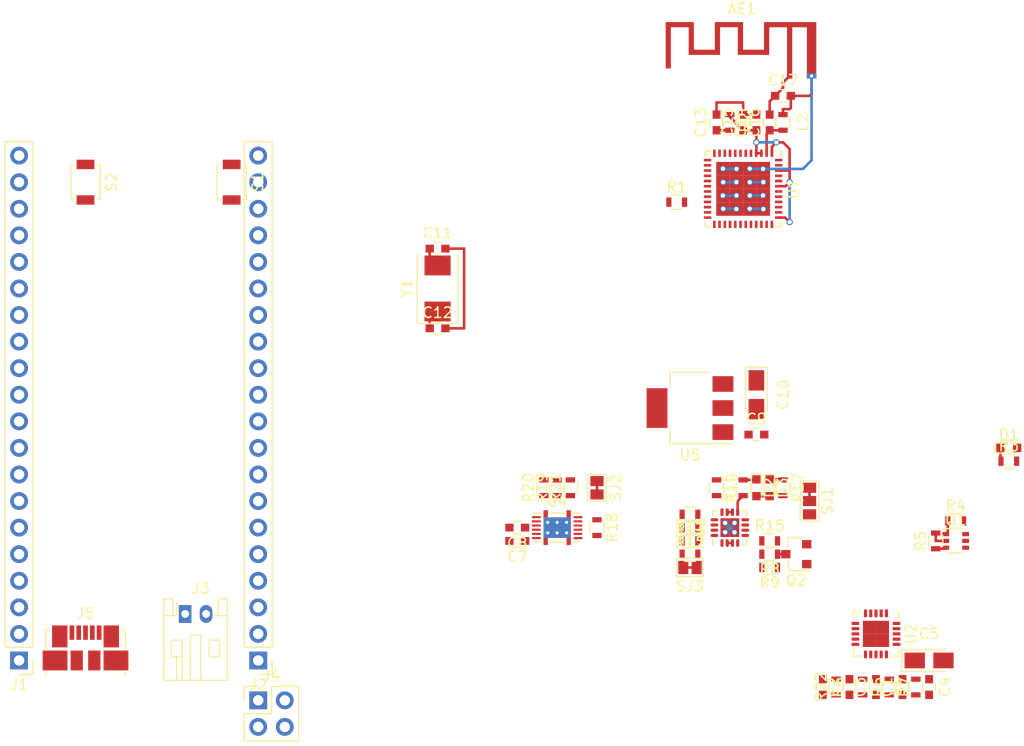
<source format=kicad_pcb>
(kicad_pcb (version 4) (host pcbnew 4.0.7)

  (general
    (links 210)
    (no_connects 151)
    (area 0 0 0 0)
    (thickness 1.6)
    (drawings 0)
    (tracks 155)
    (zones 0)
    (modules 63)
    (nets 85)
  )

  (page A4)
  (layers
    (0 F.Cu signal)
    (31 B.Cu signal)
    (32 B.Adhes user)
    (33 F.Adhes user)
    (34 B.Paste user)
    (35 F.Paste user)
    (36 B.SilkS user)
    (37 F.SilkS user)
    (38 B.Mask user)
    (39 F.Mask user)
    (40 Dwgs.User user)
    (41 Cmts.User user)
    (42 Eco1.User user)
    (43 Eco2.User user)
    (44 Edge.Cuts user)
    (45 Margin user)
    (46 B.CrtYd user)
    (47 F.CrtYd user)
    (48 B.Fab user)
    (49 F.Fab user)
  )

  (setup
    (last_trace_width 0.25)
    (trace_clearance 0.2)
    (zone_clearance 0.508)
    (zone_45_only no)
    (trace_min 0.2)
    (segment_width 0.2)
    (edge_width 0.15)
    (via_size 0.6)
    (via_drill 0.4)
    (via_min_size 0.4)
    (via_min_drill 0.3)
    (uvia_size 0.3)
    (uvia_drill 0.1)
    (uvias_allowed no)
    (uvia_min_size 0.2)
    (uvia_min_drill 0.1)
    (pcb_text_width 0.3)
    (pcb_text_size 1.5 1.5)
    (mod_edge_width 0.15)
    (mod_text_size 1 1)
    (mod_text_width 0.15)
    (pad_size 1.27 0.97)
    (pad_drill 0)
    (pad_to_mask_clearance 0.2)
    (aux_axis_origin 0 0)
    (visible_elements 7FFCF7FF)
    (pcbplotparams
      (layerselection 0x00030_80000001)
      (usegerberextensions false)
      (excludeedgelayer true)
      (linewidth 0.100000)
      (plotframeref false)
      (viasonmask false)
      (mode 1)
      (useauxorigin false)
      (hpglpennumber 1)
      (hpglpenspeed 20)
      (hpglpendiameter 15)
      (hpglpenoverlay 2)
      (psnegative false)
      (psa4output false)
      (plotreference true)
      (plotvalue true)
      (plotinvisibletext false)
      (padsonsilk false)
      (subtractmaskfromsilk false)
      (outputformat 1)
      (mirror false)
      (drillshape 1)
      (scaleselection 1)
      (outputdirectory ""))
  )

  (net 0 "")
  (net 1 GND)
  (net 2 VUSB-RAW)
  (net 3 "Net-(C2-Pad1)")
  (net 4 "Net-(C3-Pad1)")
  (net 5 +5V)
  (net 6 "Net-(C6-Pad1)")
  (net 7 VBATT-RAW)
  (net 8 /1.8V)
  (net 9 VSYS)
  (net 10 IO32)
  (net 11 IO33)
  (net 12 IO5)
  (net 13 "Net-(D1-Pad1)")
  (net 14 "Net-(D2-Pad1)")
  (net 15 "Net-(D3-Pad1)")
  (net 16 EN)
  (net 17 IO13)
  (net 18 IO12)
  (net 19 IO14)
  (net 20 IO27)
  (net 21 IO26)
  (net 22 IO25)
  (net 23 IO35)
  (net 24 IO34)
  (net 25 IO39)
  (net 26 IO36)
  (net 27 IO16)
  (net 28 GPOUT)
  (net 29 IO4)
  (net 30 IO0)
  (net 31 IO2)
  (net 32 IO15)
  (net 33 IO18)
  (net 34 IO23)
  (net 35 IO19)
  (net 36 IO22)
  (net 37 RXD0)
  (net 38 TXD0)
  (net 39 IO21)
  (net 40 TMR)
  (net 41 TS)
  (net 42 "Net-(J5-Pad4)")
  (net 43 "Net-(J5-Pad6)")
  (net 44 "Net-(Q2-Pad1)")
  (net 45 "Net-(Q2-Pad3)")
  (net 46 DTR)
  (net 47 "Net-(Q1-Pad5)")
  (net 48 RTS)
  (net 49 "Net-(Q1-Pad2)")
  (net 50 "Net-(R6-Pad1)")
  (net 51 "Net-(R7-Pad1)")
  (net 52 "Net-(R8-Pad2)")
  (net 53 SLEEP#)
  (net 54 "Net-(R10-Pad2)")
  (net 55 "Net-(R11-Pad2)")
  (net 56 PWREN#)
  (net 57 BCD#)
  (net 58 "Net-(R15-Pad1)")
  (net 59 "Net-(R16-Pad1)")
  (net 60 +BATT)
  (net 61 "Net-(SJ1-Pad1)")
  (net 62 "Net-(U1-Pad32)")
  (net 63 "Net-(U2-Pad5)")
  (net 64 "Net-(U2-Pad7)")
  (net 65 "Net-(U2-Pad8)")
  (net 66 "Net-(U2-Pad9)")
  (net 67 "Net-(U2-Pad19)")
  (net 68 "Net-(AE1-Pad1)")
  (net 69 +3.3VA)
  (net 70 LNA)
  (net 71 IO38)
  (net 72 IO37)
  (net 73 "Net-(U1-Pad26)")
  (net 74 "Net-(U1-Pad28)")
  (net 75 "Net-(U1-Pad29)")
  (net 76 "Net-(U1-Pad30)")
  (net 77 "Net-(U1-Pad31)")
  (net 78 "Net-(U1-Pad33)")
  (net 79 "Net-(U1-Pad44)")
  (net 80 "Net-(U1-Pad45)")
  (net 81 "Net-(U1-Pad47)")
  (net 82 "Net-(U1-Pad48)")
  (net 83 "Net-(D3-Pad2)")
  (net 84 IO17)

  (net_class Default "This is the default net class."
    (clearance 0.2)
    (trace_width 0.25)
    (via_dia 0.6)
    (via_drill 0.4)
    (uvia_dia 0.3)
    (uvia_drill 0.1)
    (add_net +3.3VA)
    (add_net +5V)
    (add_net +BATT)
    (add_net /1.8V)
    (add_net BCD#)
    (add_net DTR)
    (add_net EN)
    (add_net GND)
    (add_net GPOUT)
    (add_net IO0)
    (add_net IO12)
    (add_net IO13)
    (add_net IO14)
    (add_net IO15)
    (add_net IO16)
    (add_net IO17)
    (add_net IO18)
    (add_net IO19)
    (add_net IO2)
    (add_net IO21)
    (add_net IO22)
    (add_net IO23)
    (add_net IO25)
    (add_net IO26)
    (add_net IO27)
    (add_net IO32)
    (add_net IO33)
    (add_net IO34)
    (add_net IO35)
    (add_net IO36)
    (add_net IO37)
    (add_net IO38)
    (add_net IO39)
    (add_net IO4)
    (add_net IO5)
    (add_net LNA)
    (add_net "Net-(AE1-Pad1)")
    (add_net "Net-(C2-Pad1)")
    (add_net "Net-(C3-Pad1)")
    (add_net "Net-(C6-Pad1)")
    (add_net "Net-(D1-Pad1)")
    (add_net "Net-(D2-Pad1)")
    (add_net "Net-(D3-Pad1)")
    (add_net "Net-(D3-Pad2)")
    (add_net "Net-(J5-Pad4)")
    (add_net "Net-(J5-Pad6)")
    (add_net "Net-(Q1-Pad2)")
    (add_net "Net-(Q1-Pad5)")
    (add_net "Net-(Q2-Pad1)")
    (add_net "Net-(Q2-Pad3)")
    (add_net "Net-(R10-Pad2)")
    (add_net "Net-(R11-Pad2)")
    (add_net "Net-(R15-Pad1)")
    (add_net "Net-(R16-Pad1)")
    (add_net "Net-(R6-Pad1)")
    (add_net "Net-(R7-Pad1)")
    (add_net "Net-(R8-Pad2)")
    (add_net "Net-(SJ1-Pad1)")
    (add_net "Net-(U1-Pad26)")
    (add_net "Net-(U1-Pad28)")
    (add_net "Net-(U1-Pad29)")
    (add_net "Net-(U1-Pad30)")
    (add_net "Net-(U1-Pad31)")
    (add_net "Net-(U1-Pad32)")
    (add_net "Net-(U1-Pad33)")
    (add_net "Net-(U1-Pad44)")
    (add_net "Net-(U1-Pad45)")
    (add_net "Net-(U1-Pad47)")
    (add_net "Net-(U1-Pad48)")
    (add_net "Net-(U2-Pad19)")
    (add_net "Net-(U2-Pad5)")
    (add_net "Net-(U2-Pad7)")
    (add_net "Net-(U2-Pad8)")
    (add_net "Net-(U2-Pad9)")
    (add_net PWREN#)
    (add_net RTS)
    (add_net RXD0)
    (add_net SLEEP#)
    (add_net TMR)
    (add_net TS)
    (add_net TXD0)
    (add_net VBATT-RAW)
    (add_net VSYS)
    (add_net VUSB-RAW)
  )

  (module Capacitors_SMD:C_0603 (layer F.Cu) (tedit 59958EE7) (tstamp 5B1513D9)
    (at 153.67 88.265 90)
    (descr "Capacitor SMD 0603, reflow soldering, AVX (see smccp.pdf)")
    (tags "capacitor 0603")
    (path /5B165009)
    (attr smd)
    (fp_text reference C16 (at 0 -1.5 90) (layer F.SilkS)
      (effects (font (size 1 1) (thickness 0.15)))
    )
    (fp_text value 4.7pF (at 0 1.5 90) (layer F.Fab)
      (effects (font (size 1 1) (thickness 0.15)))
    )
    (fp_line (start 1.4 0.65) (end -1.4 0.65) (layer F.CrtYd) (width 0.05))
    (fp_line (start 1.4 0.65) (end 1.4 -0.65) (layer F.CrtYd) (width 0.05))
    (fp_line (start -1.4 -0.65) (end -1.4 0.65) (layer F.CrtYd) (width 0.05))
    (fp_line (start -1.4 -0.65) (end 1.4 -0.65) (layer F.CrtYd) (width 0.05))
    (fp_line (start 0.35 0.6) (end -0.35 0.6) (layer F.SilkS) (width 0.12))
    (fp_line (start -0.35 -0.6) (end 0.35 -0.6) (layer F.SilkS) (width 0.12))
    (fp_line (start -0.8 -0.4) (end 0.8 -0.4) (layer F.Fab) (width 0.1))
    (fp_line (start 0.8 -0.4) (end 0.8 0.4) (layer F.Fab) (width 0.1))
    (fp_line (start 0.8 0.4) (end -0.8 0.4) (layer F.Fab) (width 0.1))
    (fp_line (start -0.8 0.4) (end -0.8 -0.4) (layer F.Fab) (width 0.1))
    (fp_text user %R (at 0 0 90) (layer F.Fab)
      (effects (font (size 0.3 0.3) (thickness 0.075)))
    )
    (pad 2 smd rect (at 0.75 0 90) (size 0.8 0.75) (layers F.Cu F.Paste F.Mask)
      (net 68 "Net-(AE1-Pad1)"))
    (pad 1 smd rect (at -0.75 0 90) (size 0.8 0.75) (layers F.Cu F.Paste F.Mask)
      (net 70 LNA))
    (model Capacitors_SMD.3dshapes/C_0603.wrl
      (at (xyz 0 0 0))
      (scale (xyz 1 1 1))
      (rotate (xyz 0 0 0))
    )
  )

  (module Capacitors_SMD:C_0603 (layer F.Cu) (tedit 59958EE7) (tstamp 5B101075)
    (at 166.37 142.24 90)
    (descr "Capacitor SMD 0603, reflow soldering, AVX (see smccp.pdf)")
    (tags "capacitor 0603")
    (path /5AD92775)
    (attr smd)
    (fp_text reference C1 (at 0 -1.5 90) (layer F.SilkS)
      (effects (font (size 1 1) (thickness 0.15)))
    )
    (fp_text value 0.1uF (at 0 1.5 90) (layer F.Fab)
      (effects (font (size 1 1) (thickness 0.15)))
    )
    (fp_line (start 1.4 0.65) (end -1.4 0.65) (layer F.CrtYd) (width 0.05))
    (fp_line (start 1.4 0.65) (end 1.4 -0.65) (layer F.CrtYd) (width 0.05))
    (fp_line (start -1.4 -0.65) (end -1.4 0.65) (layer F.CrtYd) (width 0.05))
    (fp_line (start -1.4 -0.65) (end 1.4 -0.65) (layer F.CrtYd) (width 0.05))
    (fp_line (start 0.35 0.6) (end -0.35 0.6) (layer F.SilkS) (width 0.12))
    (fp_line (start -0.35 -0.6) (end 0.35 -0.6) (layer F.SilkS) (width 0.12))
    (fp_line (start -0.8 -0.4) (end 0.8 -0.4) (layer F.Fab) (width 0.1))
    (fp_line (start 0.8 -0.4) (end 0.8 0.4) (layer F.Fab) (width 0.1))
    (fp_line (start 0.8 0.4) (end -0.8 0.4) (layer F.Fab) (width 0.1))
    (fp_line (start -0.8 0.4) (end -0.8 -0.4) (layer F.Fab) (width 0.1))
    (fp_text user %R (at 0 0 90) (layer F.Fab)
      (effects (font (size 0.3 0.3) (thickness 0.075)))
    )
    (pad 2 smd rect (at 0.75 0 90) (size 0.8 0.75) (layers F.Cu F.Paste F.Mask)
      (net 1 GND))
    (pad 1 smd rect (at -0.75 0 90) (size 0.8 0.75) (layers F.Cu F.Paste F.Mask)
      (net 2 VUSB-RAW))
    (model Capacitors_SMD.3dshapes/C_0603.wrl
      (at (xyz 0 0 0))
      (scale (xyz 1 1 1))
      (rotate (xyz 0 0 0))
    )
  )

  (module Capacitors_SMD:C_0603 (layer F.Cu) (tedit 59958EE7) (tstamp 5B101086)
    (at 161.29 142.24 90)
    (descr "Capacitor SMD 0603, reflow soldering, AVX (see smccp.pdf)")
    (tags "capacitor 0603")
    (path /5AD93E3D)
    (attr smd)
    (fp_text reference C2 (at 0 -1.5 90) (layer F.SilkS)
      (effects (font (size 1 1) (thickness 0.15)))
    )
    (fp_text value 47pF (at 0 1.5 90) (layer F.Fab)
      (effects (font (size 1 1) (thickness 0.15)))
    )
    (fp_line (start 1.4 0.65) (end -1.4 0.65) (layer F.CrtYd) (width 0.05))
    (fp_line (start 1.4 0.65) (end 1.4 -0.65) (layer F.CrtYd) (width 0.05))
    (fp_line (start -1.4 -0.65) (end -1.4 0.65) (layer F.CrtYd) (width 0.05))
    (fp_line (start -1.4 -0.65) (end 1.4 -0.65) (layer F.CrtYd) (width 0.05))
    (fp_line (start 0.35 0.6) (end -0.35 0.6) (layer F.SilkS) (width 0.12))
    (fp_line (start -0.35 -0.6) (end 0.35 -0.6) (layer F.SilkS) (width 0.12))
    (fp_line (start -0.8 -0.4) (end 0.8 -0.4) (layer F.Fab) (width 0.1))
    (fp_line (start 0.8 -0.4) (end 0.8 0.4) (layer F.Fab) (width 0.1))
    (fp_line (start 0.8 0.4) (end -0.8 0.4) (layer F.Fab) (width 0.1))
    (fp_line (start -0.8 0.4) (end -0.8 -0.4) (layer F.Fab) (width 0.1))
    (fp_text user %R (at 0 0 90) (layer F.Fab)
      (effects (font (size 0.3 0.3) (thickness 0.075)))
    )
    (pad 2 smd rect (at 0.75 0 90) (size 0.8 0.75) (layers F.Cu F.Paste F.Mask)
      (net 1 GND))
    (pad 1 smd rect (at -0.75 0 90) (size 0.8 0.75) (layers F.Cu F.Paste F.Mask)
      (net 3 "Net-(C2-Pad1)"))
    (model Capacitors_SMD.3dshapes/C_0603.wrl
      (at (xyz 0 0 0))
      (scale (xyz 1 1 1))
      (rotate (xyz 0 0 0))
    )
  )

  (module Capacitors_SMD:C_0603 (layer F.Cu) (tedit 59958EE7) (tstamp 5B101097)
    (at 163.83 142.24 90)
    (descr "Capacitor SMD 0603, reflow soldering, AVX (see smccp.pdf)")
    (tags "capacitor 0603")
    (path /5AD944AB)
    (attr smd)
    (fp_text reference C3 (at 0 -1.5 90) (layer F.SilkS)
      (effects (font (size 1 1) (thickness 0.15)))
    )
    (fp_text value 47pF (at 0 1.5 90) (layer F.Fab)
      (effects (font (size 1 1) (thickness 0.15)))
    )
    (fp_line (start 1.4 0.65) (end -1.4 0.65) (layer F.CrtYd) (width 0.05))
    (fp_line (start 1.4 0.65) (end 1.4 -0.65) (layer F.CrtYd) (width 0.05))
    (fp_line (start -1.4 -0.65) (end -1.4 0.65) (layer F.CrtYd) (width 0.05))
    (fp_line (start -1.4 -0.65) (end 1.4 -0.65) (layer F.CrtYd) (width 0.05))
    (fp_line (start 0.35 0.6) (end -0.35 0.6) (layer F.SilkS) (width 0.12))
    (fp_line (start -0.35 -0.6) (end 0.35 -0.6) (layer F.SilkS) (width 0.12))
    (fp_line (start -0.8 -0.4) (end 0.8 -0.4) (layer F.Fab) (width 0.1))
    (fp_line (start 0.8 -0.4) (end 0.8 0.4) (layer F.Fab) (width 0.1))
    (fp_line (start 0.8 0.4) (end -0.8 0.4) (layer F.Fab) (width 0.1))
    (fp_line (start -0.8 0.4) (end -0.8 -0.4) (layer F.Fab) (width 0.1))
    (fp_text user %R (at 0 0 90) (layer F.Fab)
      (effects (font (size 0.3 0.3) (thickness 0.075)))
    )
    (pad 2 smd rect (at 0.75 0 90) (size 0.8 0.75) (layers F.Cu F.Paste F.Mask)
      (net 1 GND))
    (pad 1 smd rect (at -0.75 0 90) (size 0.8 0.75) (layers F.Cu F.Paste F.Mask)
      (net 4 "Net-(C3-Pad1)"))
    (model Capacitors_SMD.3dshapes/C_0603.wrl
      (at (xyz 0 0 0))
      (scale (xyz 1 1 1))
      (rotate (xyz 0 0 0))
    )
  )

  (module Capacitors_SMD:C_0603 (layer F.Cu) (tedit 59958EE7) (tstamp 5B1010A8)
    (at 168.91 142.24 270)
    (descr "Capacitor SMD 0603, reflow soldering, AVX (see smccp.pdf)")
    (tags "capacitor 0603")
    (path /5AD94886)
    (attr smd)
    (fp_text reference C4 (at 0 -1.5 270) (layer F.SilkS)
      (effects (font (size 1 1) (thickness 0.15)))
    )
    (fp_text value 0.1uF (at 0 1.5 270) (layer F.Fab)
      (effects (font (size 1 1) (thickness 0.15)))
    )
    (fp_line (start 1.4 0.65) (end -1.4 0.65) (layer F.CrtYd) (width 0.05))
    (fp_line (start 1.4 0.65) (end 1.4 -0.65) (layer F.CrtYd) (width 0.05))
    (fp_line (start -1.4 -0.65) (end -1.4 0.65) (layer F.CrtYd) (width 0.05))
    (fp_line (start -1.4 -0.65) (end 1.4 -0.65) (layer F.CrtYd) (width 0.05))
    (fp_line (start 0.35 0.6) (end -0.35 0.6) (layer F.SilkS) (width 0.12))
    (fp_line (start -0.35 -0.6) (end 0.35 -0.6) (layer F.SilkS) (width 0.12))
    (fp_line (start -0.8 -0.4) (end 0.8 -0.4) (layer F.Fab) (width 0.1))
    (fp_line (start 0.8 -0.4) (end 0.8 0.4) (layer F.Fab) (width 0.1))
    (fp_line (start 0.8 0.4) (end -0.8 0.4) (layer F.Fab) (width 0.1))
    (fp_line (start -0.8 0.4) (end -0.8 -0.4) (layer F.Fab) (width 0.1))
    (fp_text user %R (at 0 0 270) (layer F.Fab)
      (effects (font (size 0.3 0.3) (thickness 0.075)))
    )
    (pad 2 smd rect (at 0.75 0 270) (size 0.8 0.75) (layers F.Cu F.Paste F.Mask)
      (net 1 GND))
    (pad 1 smd rect (at -0.75 0 270) (size 0.8 0.75) (layers F.Cu F.Paste F.Mask)
      (net 5 +5V))
    (model Capacitors_SMD.3dshapes/C_0603.wrl
      (at (xyz 0 0 0))
      (scale (xyz 1 1 1))
      (rotate (xyz 0 0 0))
    )
  )

  (module Capacitors_Tantalum_SMD:CP_Tantalum_Case-A_EIA-3216-18_Reflow (layer F.Cu) (tedit 58CC8C08) (tstamp 5B1010BC)
    (at 168.91 139.7)
    (descr "Tantalum capacitor, Case A, EIA 3216-18, 3.2x1.6x1.6mm, Reflow soldering footprint")
    (tags "capacitor tantalum smd")
    (path /5AD97776)
    (attr smd)
    (fp_text reference C5 (at 0 -2.55) (layer F.SilkS)
      (effects (font (size 1 1) (thickness 0.15)))
    )
    (fp_text value 4.7F (at 0 2.55) (layer F.Fab)
      (effects (font (size 1 1) (thickness 0.15)))
    )
    (fp_text user %R (at 0 0) (layer F.Fab)
      (effects (font (size 0.7 0.7) (thickness 0.105)))
    )
    (fp_line (start -2.75 -1.2) (end -2.75 1.2) (layer F.CrtYd) (width 0.05))
    (fp_line (start -2.75 1.2) (end 2.75 1.2) (layer F.CrtYd) (width 0.05))
    (fp_line (start 2.75 1.2) (end 2.75 -1.2) (layer F.CrtYd) (width 0.05))
    (fp_line (start 2.75 -1.2) (end -2.75 -1.2) (layer F.CrtYd) (width 0.05))
    (fp_line (start -1.6 -0.8) (end -1.6 0.8) (layer F.Fab) (width 0.1))
    (fp_line (start -1.6 0.8) (end 1.6 0.8) (layer F.Fab) (width 0.1))
    (fp_line (start 1.6 0.8) (end 1.6 -0.8) (layer F.Fab) (width 0.1))
    (fp_line (start 1.6 -0.8) (end -1.6 -0.8) (layer F.Fab) (width 0.1))
    (fp_line (start -1.28 -0.8) (end -1.28 0.8) (layer F.Fab) (width 0.1))
    (fp_line (start -1.12 -0.8) (end -1.12 0.8) (layer F.Fab) (width 0.1))
    (fp_line (start -2.65 -1.05) (end 1.6 -1.05) (layer F.SilkS) (width 0.12))
    (fp_line (start -2.65 1.05) (end 1.6 1.05) (layer F.SilkS) (width 0.12))
    (fp_line (start -2.65 -1.05) (end -2.65 1.05) (layer F.SilkS) (width 0.12))
    (pad 1 smd rect (at -1.375 0) (size 1.95 1.5) (layers F.Cu F.Paste F.Mask)
      (net 5 +5V))
    (pad 2 smd rect (at 1.375 0) (size 1.95 1.5) (layers F.Cu F.Paste F.Mask)
      (net 1 GND))
    (model Capacitors_Tantalum_SMD.3dshapes/CP_Tantalum_Case-A_EIA-3216-18.wrl
      (at (xyz 0 0 0))
      (scale (xyz 1 1 1))
      (rotate (xyz 0 0 0))
    )
  )

  (module Capacitors_SMD:C_0603 (layer F.Cu) (tedit 59958EE7) (tstamp 5B1010CD)
    (at 158.75 142.24 270)
    (descr "Capacitor SMD 0603, reflow soldering, AVX (see smccp.pdf)")
    (tags "capacitor 0603")
    (path /5AD94B25)
    (attr smd)
    (fp_text reference C6 (at 0 -1.5 270) (layer F.SilkS)
      (effects (font (size 1 1) (thickness 0.15)))
    )
    (fp_text value 0.1uF (at 0 1.5 270) (layer F.Fab)
      (effects (font (size 1 1) (thickness 0.15)))
    )
    (fp_line (start 1.4 0.65) (end -1.4 0.65) (layer F.CrtYd) (width 0.05))
    (fp_line (start 1.4 0.65) (end 1.4 -0.65) (layer F.CrtYd) (width 0.05))
    (fp_line (start -1.4 -0.65) (end -1.4 0.65) (layer F.CrtYd) (width 0.05))
    (fp_line (start -1.4 -0.65) (end 1.4 -0.65) (layer F.CrtYd) (width 0.05))
    (fp_line (start 0.35 0.6) (end -0.35 0.6) (layer F.SilkS) (width 0.12))
    (fp_line (start -0.35 -0.6) (end 0.35 -0.6) (layer F.SilkS) (width 0.12))
    (fp_line (start -0.8 -0.4) (end 0.8 -0.4) (layer F.Fab) (width 0.1))
    (fp_line (start 0.8 -0.4) (end 0.8 0.4) (layer F.Fab) (width 0.1))
    (fp_line (start 0.8 0.4) (end -0.8 0.4) (layer F.Fab) (width 0.1))
    (fp_line (start -0.8 0.4) (end -0.8 -0.4) (layer F.Fab) (width 0.1))
    (fp_text user %R (at 0 0 270) (layer F.Fab)
      (effects (font (size 0.3 0.3) (thickness 0.075)))
    )
    (pad 2 smd rect (at 0.75 0 270) (size 0.8 0.75) (layers F.Cu F.Paste F.Mask)
      (net 1 GND))
    (pad 1 smd rect (at -0.75 0 270) (size 0.8 0.75) (layers F.Cu F.Paste F.Mask)
      (net 6 "Net-(C6-Pad1)"))
    (model Capacitors_SMD.3dshapes/C_0603.wrl
      (at (xyz 0 0 0))
      (scale (xyz 1 1 1))
      (rotate (xyz 0 0 0))
    )
  )

  (module Capacitors_SMD:C_0603 (layer F.Cu) (tedit 59958EE7) (tstamp 5B1010DE)
    (at 129.54 128.27 180)
    (descr "Capacitor SMD 0603, reflow soldering, AVX (see smccp.pdf)")
    (tags "capacitor 0603")
    (path /5ADB0E2D)
    (attr smd)
    (fp_text reference C7 (at 0 -1.5 180) (layer F.SilkS)
      (effects (font (size 1 1) (thickness 0.15)))
    )
    (fp_text value 1uF (at 0 1.5 180) (layer F.Fab)
      (effects (font (size 1 1) (thickness 0.15)))
    )
    (fp_line (start 1.4 0.65) (end -1.4 0.65) (layer F.CrtYd) (width 0.05))
    (fp_line (start 1.4 0.65) (end 1.4 -0.65) (layer F.CrtYd) (width 0.05))
    (fp_line (start -1.4 -0.65) (end -1.4 0.65) (layer F.CrtYd) (width 0.05))
    (fp_line (start -1.4 -0.65) (end 1.4 -0.65) (layer F.CrtYd) (width 0.05))
    (fp_line (start 0.35 0.6) (end -0.35 0.6) (layer F.SilkS) (width 0.12))
    (fp_line (start -0.35 -0.6) (end 0.35 -0.6) (layer F.SilkS) (width 0.12))
    (fp_line (start -0.8 -0.4) (end 0.8 -0.4) (layer F.Fab) (width 0.1))
    (fp_line (start 0.8 -0.4) (end 0.8 0.4) (layer F.Fab) (width 0.1))
    (fp_line (start 0.8 0.4) (end -0.8 0.4) (layer F.Fab) (width 0.1))
    (fp_line (start -0.8 0.4) (end -0.8 -0.4) (layer F.Fab) (width 0.1))
    (fp_text user %R (at 0 0 180) (layer F.Fab)
      (effects (font (size 0.3 0.3) (thickness 0.075)))
    )
    (pad 2 smd rect (at 0.75 0 180) (size 0.8 0.75) (layers F.Cu F.Paste F.Mask)
      (net 1 GND))
    (pad 1 smd rect (at -0.75 0 180) (size 0.8 0.75) (layers F.Cu F.Paste F.Mask)
      (net 7 VBATT-RAW))
    (model Capacitors_SMD.3dshapes/C_0603.wrl
      (at (xyz 0 0 0))
      (scale (xyz 1 1 1))
      (rotate (xyz 0 0 0))
    )
  )

  (module Capacitors_SMD:C_0603 (layer F.Cu) (tedit 59958EE7) (tstamp 5B1010EF)
    (at 129.54 127 180)
    (descr "Capacitor SMD 0603, reflow soldering, AVX (see smccp.pdf)")
    (tags "capacitor 0603")
    (path /5ADB1E89)
    (attr smd)
    (fp_text reference C8 (at 0 -1.5 180) (layer F.SilkS)
      (effects (font (size 1 1) (thickness 0.15)))
    )
    (fp_text value 0.47uF (at 0 1.5 180) (layer F.Fab)
      (effects (font (size 1 1) (thickness 0.15)))
    )
    (fp_line (start 1.4 0.65) (end -1.4 0.65) (layer F.CrtYd) (width 0.05))
    (fp_line (start 1.4 0.65) (end 1.4 -0.65) (layer F.CrtYd) (width 0.05))
    (fp_line (start -1.4 -0.65) (end -1.4 0.65) (layer F.CrtYd) (width 0.05))
    (fp_line (start -1.4 -0.65) (end 1.4 -0.65) (layer F.CrtYd) (width 0.05))
    (fp_line (start 0.35 0.6) (end -0.35 0.6) (layer F.SilkS) (width 0.12))
    (fp_line (start -0.35 -0.6) (end 0.35 -0.6) (layer F.SilkS) (width 0.12))
    (fp_line (start -0.8 -0.4) (end 0.8 -0.4) (layer F.Fab) (width 0.1))
    (fp_line (start 0.8 -0.4) (end 0.8 0.4) (layer F.Fab) (width 0.1))
    (fp_line (start 0.8 0.4) (end -0.8 0.4) (layer F.Fab) (width 0.1))
    (fp_line (start -0.8 0.4) (end -0.8 -0.4) (layer F.Fab) (width 0.1))
    (fp_text user %R (at 0 0 180) (layer F.Fab)
      (effects (font (size 0.3 0.3) (thickness 0.075)))
    )
    (pad 2 smd rect (at 0.75 0 180) (size 0.8 0.75) (layers F.Cu F.Paste F.Mask)
      (net 1 GND))
    (pad 1 smd rect (at -0.75 0 180) (size 0.8 0.75) (layers F.Cu F.Paste F.Mask)
      (net 8 /1.8V))
    (model Capacitors_SMD.3dshapes/C_0603.wrl
      (at (xyz 0 0 0))
      (scale (xyz 1 1 1))
      (rotate (xyz 0 0 0))
    )
  )

  (module Capacitors_SMD:C_0603 (layer F.Cu) (tedit 59958EE7) (tstamp 5B101100)
    (at 152.4 118.11)
    (descr "Capacitor SMD 0603, reflow soldering, AVX (see smccp.pdf)")
    (tags "capacitor 0603")
    (path /5ADBD11F)
    (attr smd)
    (fp_text reference C9 (at 0 -1.5) (layer F.SilkS)
      (effects (font (size 1 1) (thickness 0.15)))
    )
    (fp_text value 1uF (at 0 1.5) (layer F.Fab)
      (effects (font (size 1 1) (thickness 0.15)))
    )
    (fp_line (start 1.4 0.65) (end -1.4 0.65) (layer F.CrtYd) (width 0.05))
    (fp_line (start 1.4 0.65) (end 1.4 -0.65) (layer F.CrtYd) (width 0.05))
    (fp_line (start -1.4 -0.65) (end -1.4 0.65) (layer F.CrtYd) (width 0.05))
    (fp_line (start -1.4 -0.65) (end 1.4 -0.65) (layer F.CrtYd) (width 0.05))
    (fp_line (start 0.35 0.6) (end -0.35 0.6) (layer F.SilkS) (width 0.12))
    (fp_line (start -0.35 -0.6) (end 0.35 -0.6) (layer F.SilkS) (width 0.12))
    (fp_line (start -0.8 -0.4) (end 0.8 -0.4) (layer F.Fab) (width 0.1))
    (fp_line (start 0.8 -0.4) (end 0.8 0.4) (layer F.Fab) (width 0.1))
    (fp_line (start 0.8 0.4) (end -0.8 0.4) (layer F.Fab) (width 0.1))
    (fp_line (start -0.8 0.4) (end -0.8 -0.4) (layer F.Fab) (width 0.1))
    (fp_text user %R (at 0 0) (layer F.Fab)
      (effects (font (size 0.3 0.3) (thickness 0.075)))
    )
    (pad 2 smd rect (at 0.75 0) (size 0.8 0.75) (layers F.Cu F.Paste F.Mask)
      (net 1 GND))
    (pad 1 smd rect (at -0.75 0) (size 0.8 0.75) (layers F.Cu F.Paste F.Mask)
      (net 9 VSYS))
    (model Capacitors_SMD.3dshapes/C_0603.wrl
      (at (xyz 0 0 0))
      (scale (xyz 1 1 1))
      (rotate (xyz 0 0 0))
    )
  )

  (module Capacitors_Tantalum_SMD:CP_Tantalum_Case-A_EIA-3216-18_Reflow (layer F.Cu) (tedit 58CC8C08) (tstamp 5B101114)
    (at 152.4 114.3 270)
    (descr "Tantalum capacitor, Case A, EIA 3216-18, 3.2x1.6x1.6mm, Reflow soldering footprint")
    (tags "capacitor tantalum smd")
    (path /5ADBD588)
    (attr smd)
    (fp_text reference C10 (at 0 -2.55 270) (layer F.SilkS)
      (effects (font (size 1 1) (thickness 0.15)))
    )
    (fp_text value 4.7F (at 0 2.55 270) (layer F.Fab)
      (effects (font (size 1 1) (thickness 0.15)))
    )
    (fp_text user %R (at 0 0 270) (layer F.Fab)
      (effects (font (size 0.7 0.7) (thickness 0.105)))
    )
    (fp_line (start -2.75 -1.2) (end -2.75 1.2) (layer F.CrtYd) (width 0.05))
    (fp_line (start -2.75 1.2) (end 2.75 1.2) (layer F.CrtYd) (width 0.05))
    (fp_line (start 2.75 1.2) (end 2.75 -1.2) (layer F.CrtYd) (width 0.05))
    (fp_line (start 2.75 -1.2) (end -2.75 -1.2) (layer F.CrtYd) (width 0.05))
    (fp_line (start -1.6 -0.8) (end -1.6 0.8) (layer F.Fab) (width 0.1))
    (fp_line (start -1.6 0.8) (end 1.6 0.8) (layer F.Fab) (width 0.1))
    (fp_line (start 1.6 0.8) (end 1.6 -0.8) (layer F.Fab) (width 0.1))
    (fp_line (start 1.6 -0.8) (end -1.6 -0.8) (layer F.Fab) (width 0.1))
    (fp_line (start -1.28 -0.8) (end -1.28 0.8) (layer F.Fab) (width 0.1))
    (fp_line (start -1.12 -0.8) (end -1.12 0.8) (layer F.Fab) (width 0.1))
    (fp_line (start -2.65 -1.05) (end 1.6 -1.05) (layer F.SilkS) (width 0.12))
    (fp_line (start -2.65 1.05) (end 1.6 1.05) (layer F.SilkS) (width 0.12))
    (fp_line (start -2.65 -1.05) (end -2.65 1.05) (layer F.SilkS) (width 0.12))
    (pad 1 smd rect (at -1.375 0 270) (size 1.95 1.5) (layers F.Cu F.Paste F.Mask)
      (net 69 +3.3VA))
    (pad 2 smd rect (at 1.375 0 270) (size 1.95 1.5) (layers F.Cu F.Paste F.Mask)
      (net 1 GND))
    (model Capacitors_Tantalum_SMD.3dshapes/CP_Tantalum_Case-A_EIA-3216-18.wrl
      (at (xyz 0 0 0))
      (scale (xyz 1 1 1))
      (rotate (xyz 0 0 0))
    )
  )

  (module Capacitors_SMD:C_0603 (layer F.Cu) (tedit 59958EE7) (tstamp 5B101125)
    (at 121.92 100.33)
    (descr "Capacitor SMD 0603, reflow soldering, AVX (see smccp.pdf)")
    (tags "capacitor 0603")
    (path /5AE04BFF)
    (attr smd)
    (fp_text reference C11 (at 0 -1.5) (layer F.SilkS)
      (effects (font (size 1 1) (thickness 0.15)))
    )
    (fp_text value 15pF (at 0 1.5) (layer F.Fab)
      (effects (font (size 1 1) (thickness 0.15)))
    )
    (fp_line (start 1.4 0.65) (end -1.4 0.65) (layer F.CrtYd) (width 0.05))
    (fp_line (start 1.4 0.65) (end 1.4 -0.65) (layer F.CrtYd) (width 0.05))
    (fp_line (start -1.4 -0.65) (end -1.4 0.65) (layer F.CrtYd) (width 0.05))
    (fp_line (start -1.4 -0.65) (end 1.4 -0.65) (layer F.CrtYd) (width 0.05))
    (fp_line (start 0.35 0.6) (end -0.35 0.6) (layer F.SilkS) (width 0.12))
    (fp_line (start -0.35 -0.6) (end 0.35 -0.6) (layer F.SilkS) (width 0.12))
    (fp_line (start -0.8 -0.4) (end 0.8 -0.4) (layer F.Fab) (width 0.1))
    (fp_line (start 0.8 -0.4) (end 0.8 0.4) (layer F.Fab) (width 0.1))
    (fp_line (start 0.8 0.4) (end -0.8 0.4) (layer F.Fab) (width 0.1))
    (fp_line (start -0.8 0.4) (end -0.8 -0.4) (layer F.Fab) (width 0.1))
    (fp_text user %R (at 0 0) (layer F.Fab)
      (effects (font (size 0.3 0.3) (thickness 0.075)))
    )
    (pad 2 smd rect (at 0.75 0) (size 0.8 0.75) (layers F.Cu F.Paste F.Mask)
      (net 1 GND))
    (pad 1 smd rect (at -0.75 0) (size 0.8 0.75) (layers F.Cu F.Paste F.Mask)
      (net 10 IO32))
    (model Capacitors_SMD.3dshapes/C_0603.wrl
      (at (xyz 0 0 0))
      (scale (xyz 1 1 1))
      (rotate (xyz 0 0 0))
    )
  )

  (module Capacitors_SMD:C_0603 (layer F.Cu) (tedit 59958EE7) (tstamp 5B101136)
    (at 121.92 107.95)
    (descr "Capacitor SMD 0603, reflow soldering, AVX (see smccp.pdf)")
    (tags "capacitor 0603")
    (path /5AE052DC)
    (attr smd)
    (fp_text reference C12 (at 0 -1.5) (layer F.SilkS)
      (effects (font (size 1 1) (thickness 0.15)))
    )
    (fp_text value 15pF (at 0 1.5) (layer F.Fab)
      (effects (font (size 1 1) (thickness 0.15)))
    )
    (fp_line (start 1.4 0.65) (end -1.4 0.65) (layer F.CrtYd) (width 0.05))
    (fp_line (start 1.4 0.65) (end 1.4 -0.65) (layer F.CrtYd) (width 0.05))
    (fp_line (start -1.4 -0.65) (end -1.4 0.65) (layer F.CrtYd) (width 0.05))
    (fp_line (start -1.4 -0.65) (end 1.4 -0.65) (layer F.CrtYd) (width 0.05))
    (fp_line (start 0.35 0.6) (end -0.35 0.6) (layer F.SilkS) (width 0.12))
    (fp_line (start -0.35 -0.6) (end 0.35 -0.6) (layer F.SilkS) (width 0.12))
    (fp_line (start -0.8 -0.4) (end 0.8 -0.4) (layer F.Fab) (width 0.1))
    (fp_line (start 0.8 -0.4) (end 0.8 0.4) (layer F.Fab) (width 0.1))
    (fp_line (start 0.8 0.4) (end -0.8 0.4) (layer F.Fab) (width 0.1))
    (fp_line (start -0.8 0.4) (end -0.8 -0.4) (layer F.Fab) (width 0.1))
    (fp_text user %R (at 0 0) (layer F.Fab)
      (effects (font (size 0.3 0.3) (thickness 0.075)))
    )
    (pad 2 smd rect (at 0.75 0) (size 0.8 0.75) (layers F.Cu F.Paste F.Mask)
      (net 1 GND))
    (pad 1 smd rect (at -0.75 0) (size 0.8 0.75) (layers F.Cu F.Paste F.Mask)
      (net 11 IO33))
    (model Capacitors_SMD.3dshapes/C_0603.wrl
      (at (xyz 0 0 0))
      (scale (xyz 1 1 1))
      (rotate (xyz 0 0 0))
    )
  )

  (module LEDs:LED_0603 (layer F.Cu) (tedit 57FE93A5) (tstamp 5B10114B)
    (at 176.53 119.38)
    (descr "LED 0603 smd package")
    (tags "LED led 0603 SMD smd SMT smt smdled SMDLED smtled SMTLED")
    (path /5AD86593)
    (attr smd)
    (fp_text reference D1 (at 0 -1.25) (layer F.SilkS)
      (effects (font (size 1 1) (thickness 0.15)))
    )
    (fp_text value BLUE (at 0 1.35) (layer F.Fab)
      (effects (font (size 1 1) (thickness 0.15)))
    )
    (fp_line (start -1.3 -0.5) (end -1.3 0.5) (layer F.SilkS) (width 0.12))
    (fp_line (start -0.2 -0.2) (end -0.2 0.2) (layer F.Fab) (width 0.1))
    (fp_line (start -0.15 0) (end 0.15 -0.2) (layer F.Fab) (width 0.1))
    (fp_line (start 0.15 0.2) (end -0.15 0) (layer F.Fab) (width 0.1))
    (fp_line (start 0.15 -0.2) (end 0.15 0.2) (layer F.Fab) (width 0.1))
    (fp_line (start 0.8 0.4) (end -0.8 0.4) (layer F.Fab) (width 0.1))
    (fp_line (start 0.8 -0.4) (end 0.8 0.4) (layer F.Fab) (width 0.1))
    (fp_line (start -0.8 -0.4) (end 0.8 -0.4) (layer F.Fab) (width 0.1))
    (fp_line (start -0.8 0.4) (end -0.8 -0.4) (layer F.Fab) (width 0.1))
    (fp_line (start -1.3 0.5) (end 0.8 0.5) (layer F.SilkS) (width 0.12))
    (fp_line (start -1.3 -0.5) (end 0.8 -0.5) (layer F.SilkS) (width 0.12))
    (fp_line (start 1.45 -0.65) (end 1.45 0.65) (layer F.CrtYd) (width 0.05))
    (fp_line (start 1.45 0.65) (end -1.45 0.65) (layer F.CrtYd) (width 0.05))
    (fp_line (start -1.45 0.65) (end -1.45 -0.65) (layer F.CrtYd) (width 0.05))
    (fp_line (start -1.45 -0.65) (end 1.45 -0.65) (layer F.CrtYd) (width 0.05))
    (pad 2 smd rect (at 0.8 0 180) (size 0.8 0.8) (layers F.Cu F.Paste F.Mask)
      (net 12 IO5))
    (pad 1 smd rect (at -0.8 0 180) (size 0.8 0.8) (layers F.Cu F.Paste F.Mask)
      (net 13 "Net-(D1-Pad1)"))
    (model ${KISYS3DMOD}/LEDs.3dshapes/LED_0603.wrl
      (at (xyz 0 0 0))
      (scale (xyz 1 1 1))
      (rotate (xyz 0 0 180))
    )
  )

  (module LEDs:LED_0603 (layer F.Cu) (tedit 57FE93A5) (tstamp 5B101160)
    (at 152.4 123.19 270)
    (descr "LED 0603 smd package")
    (tags "LED led 0603 SMD smd SMT smt smdled SMDLED smtled SMTLED")
    (path /5ADBF189)
    (attr smd)
    (fp_text reference D2 (at 0 -1.25 270) (layer F.SilkS)
      (effects (font (size 1 1) (thickness 0.15)))
    )
    (fp_text value YELLOW (at 0 1.35 270) (layer F.Fab)
      (effects (font (size 1 1) (thickness 0.15)))
    )
    (fp_line (start -1.3 -0.5) (end -1.3 0.5) (layer F.SilkS) (width 0.12))
    (fp_line (start -0.2 -0.2) (end -0.2 0.2) (layer F.Fab) (width 0.1))
    (fp_line (start -0.15 0) (end 0.15 -0.2) (layer F.Fab) (width 0.1))
    (fp_line (start 0.15 0.2) (end -0.15 0) (layer F.Fab) (width 0.1))
    (fp_line (start 0.15 -0.2) (end 0.15 0.2) (layer F.Fab) (width 0.1))
    (fp_line (start 0.8 0.4) (end -0.8 0.4) (layer F.Fab) (width 0.1))
    (fp_line (start 0.8 -0.4) (end 0.8 0.4) (layer F.Fab) (width 0.1))
    (fp_line (start -0.8 -0.4) (end 0.8 -0.4) (layer F.Fab) (width 0.1))
    (fp_line (start -0.8 0.4) (end -0.8 -0.4) (layer F.Fab) (width 0.1))
    (fp_line (start -1.3 0.5) (end 0.8 0.5) (layer F.SilkS) (width 0.12))
    (fp_line (start -1.3 -0.5) (end 0.8 -0.5) (layer F.SilkS) (width 0.12))
    (fp_line (start 1.45 -0.65) (end 1.45 0.65) (layer F.CrtYd) (width 0.05))
    (fp_line (start 1.45 0.65) (end -1.45 0.65) (layer F.CrtYd) (width 0.05))
    (fp_line (start -1.45 0.65) (end -1.45 -0.65) (layer F.CrtYd) (width 0.05))
    (fp_line (start -1.45 -0.65) (end 1.45 -0.65) (layer F.CrtYd) (width 0.05))
    (pad 2 smd rect (at 0.8 0 90) (size 0.8 0.8) (layers F.Cu F.Paste F.Mask)
      (net 9 VSYS))
    (pad 1 smd rect (at -0.8 0 90) (size 0.8 0.8) (layers F.Cu F.Paste F.Mask)
      (net 14 "Net-(D2-Pad1)"))
    (model ${KISYS3DMOD}/LEDs.3dshapes/LED_0603.wrl
      (at (xyz 0 0 0))
      (scale (xyz 1 1 1))
      (rotate (xyz 0 0 180))
    )
  )

  (module LEDs:LED_0603 (layer F.Cu) (tedit 5B17936A) (tstamp 5B101175)
    (at 153.67 123.19 270)
    (descr "LED 0603 smd package")
    (tags "LED led 0603 SMD smd SMT smt smdled SMDLED smtled SMTLED")
    (path /5ADC2292)
    (attr smd)
    (fp_text reference D3 (at 0 -1.25 270) (layer F.SilkS)
      (effects (font (size 1 1) (thickness 0.15)))
    )
    (fp_text value RED (at 0 1.35 270) (layer F.Fab)
      (effects (font (size 1 1) (thickness 0.15)))
    )
    (fp_line (start -1.3 -0.5) (end -1.3 0.5) (layer F.SilkS) (width 0.12))
    (fp_line (start -0.2 -0.2) (end -0.2 0.2) (layer F.Fab) (width 0.1))
    (fp_line (start -0.15 0) (end 0.15 -0.2) (layer F.Fab) (width 0.1))
    (fp_line (start 0.15 0.2) (end -0.15 0) (layer F.Fab) (width 0.1))
    (fp_line (start 0.15 -0.2) (end 0.15 0.2) (layer F.Fab) (width 0.1))
    (fp_line (start 0.8 0.4) (end -0.8 0.4) (layer F.Fab) (width 0.1))
    (fp_line (start 0.8 -0.4) (end 0.8 0.4) (layer F.Fab) (width 0.1))
    (fp_line (start -0.8 -0.4) (end 0.8 -0.4) (layer F.Fab) (width 0.1))
    (fp_line (start -0.8 0.4) (end -0.8 -0.4) (layer F.Fab) (width 0.1))
    (fp_line (start -1.3 0.5) (end 0.8 0.5) (layer F.SilkS) (width 0.12))
    (fp_line (start -1.3 -0.5) (end 0.8 -0.5) (layer F.SilkS) (width 0.12))
    (fp_line (start 1.45 -0.65) (end 1.45 0.65) (layer F.CrtYd) (width 0.05))
    (fp_line (start 1.45 0.65) (end -1.45 0.65) (layer F.CrtYd) (width 0.05))
    (fp_line (start -1.45 0.65) (end -1.45 -0.65) (layer F.CrtYd) (width 0.05))
    (fp_line (start -1.45 -0.65) (end 1.45 -0.65) (layer F.CrtYd) (width 0.05))
    (pad 2 smd rect (at 0.8 0 90) (size 0.8 0.8) (layers F.Cu F.Paste F.Mask)
      (net 83 "Net-(D3-Pad2)"))
    (pad 1 smd rect (at -0.8 0 90) (size 0.8 0.8) (layers F.Cu F.Paste F.Mask)
      (net 15 "Net-(D3-Pad1)"))
    (model ${KISYS3DMOD}/LEDs.3dshapes/LED_0603.wrl
      (at (xyz 0 0 0))
      (scale (xyz 1 1 1))
      (rotate (xyz 0 0 180))
    )
  )

  (module Pin_Headers:Pin_Header_Straight_1x20_Pitch2.54mm (layer F.Cu) (tedit 59650532) (tstamp 5B10119D)
    (at 81.915 139.7 180)
    (descr "Through hole straight pin header, 1x20, 2.54mm pitch, single row")
    (tags "Through hole pin header THT 1x20 2.54mm single row")
    (path /5AD89DB9)
    (fp_text reference J1 (at 0 -2.33 180) (layer F.SilkS)
      (effects (font (size 1 1) (thickness 0.15)))
    )
    (fp_text value Conn_01x20 (at 0 50.59 180) (layer F.Fab)
      (effects (font (size 1 1) (thickness 0.15)))
    )
    (fp_line (start -0.635 -1.27) (end 1.27 -1.27) (layer F.Fab) (width 0.1))
    (fp_line (start 1.27 -1.27) (end 1.27 49.53) (layer F.Fab) (width 0.1))
    (fp_line (start 1.27 49.53) (end -1.27 49.53) (layer F.Fab) (width 0.1))
    (fp_line (start -1.27 49.53) (end -1.27 -0.635) (layer F.Fab) (width 0.1))
    (fp_line (start -1.27 -0.635) (end -0.635 -1.27) (layer F.Fab) (width 0.1))
    (fp_line (start -1.33 49.59) (end 1.33 49.59) (layer F.SilkS) (width 0.12))
    (fp_line (start -1.33 1.27) (end -1.33 49.59) (layer F.SilkS) (width 0.12))
    (fp_line (start 1.33 1.27) (end 1.33 49.59) (layer F.SilkS) (width 0.12))
    (fp_line (start -1.33 1.27) (end 1.33 1.27) (layer F.SilkS) (width 0.12))
    (fp_line (start -1.33 0) (end -1.33 -1.33) (layer F.SilkS) (width 0.12))
    (fp_line (start -1.33 -1.33) (end 0 -1.33) (layer F.SilkS) (width 0.12))
    (fp_line (start -1.8 -1.8) (end -1.8 50.05) (layer F.CrtYd) (width 0.05))
    (fp_line (start -1.8 50.05) (end 1.8 50.05) (layer F.CrtYd) (width 0.05))
    (fp_line (start 1.8 50.05) (end 1.8 -1.8) (layer F.CrtYd) (width 0.05))
    (fp_line (start 1.8 -1.8) (end -1.8 -1.8) (layer F.CrtYd) (width 0.05))
    (fp_text user %R (at 0 24.13 270) (layer F.Fab)
      (effects (font (size 1 1) (thickness 0.15)))
    )
    (pad 1 thru_hole rect (at 0 0 180) (size 1.7 1.7) (drill 1) (layers *.Cu *.Mask)
      (net 1 GND))
    (pad 2 thru_hole oval (at 0 2.54 180) (size 1.7 1.7) (drill 1) (layers *.Cu *.Mask)
      (net 2 VUSB-RAW))
    (pad 3 thru_hole oval (at 0 5.08 180) (size 1.7 1.7) (drill 1) (layers *.Cu *.Mask)
      (net 7 VBATT-RAW))
    (pad 4 thru_hole oval (at 0 7.62 180) (size 1.7 1.7) (drill 1) (layers *.Cu *.Mask)
      (net 1 GND))
    (pad 5 thru_hole oval (at 0 10.16 180) (size 1.7 1.7) (drill 1) (layers *.Cu *.Mask)
      (net 69 +3.3VA))
    (pad 6 thru_hole oval (at 0 12.7 180) (size 1.7 1.7) (drill 1) (layers *.Cu *.Mask)
      (net 16 EN))
    (pad 7 thru_hole oval (at 0 15.24 180) (size 1.7 1.7) (drill 1) (layers *.Cu *.Mask)
      (net 17 IO13))
    (pad 8 thru_hole oval (at 0 17.78 180) (size 1.7 1.7) (drill 1) (layers *.Cu *.Mask)
      (net 18 IO12))
    (pad 9 thru_hole oval (at 0 20.32 180) (size 1.7 1.7) (drill 1) (layers *.Cu *.Mask)
      (net 19 IO14))
    (pad 10 thru_hole oval (at 0 22.86 180) (size 1.7 1.7) (drill 1) (layers *.Cu *.Mask)
      (net 20 IO27))
    (pad 11 thru_hole oval (at 0 25.4 180) (size 1.7 1.7) (drill 1) (layers *.Cu *.Mask)
      (net 21 IO26))
    (pad 12 thru_hole oval (at 0 27.94 180) (size 1.7 1.7) (drill 1) (layers *.Cu *.Mask)
      (net 22 IO25))
    (pad 13 thru_hole oval (at 0 30.48 180) (size 1.7 1.7) (drill 1) (layers *.Cu *.Mask)
      (net 23 IO35))
    (pad 14 thru_hole oval (at 0 33.02 180) (size 1.7 1.7) (drill 1) (layers *.Cu *.Mask)
      (net 24 IO34))
    (pad 15 thru_hole oval (at 0 35.56 180) (size 1.7 1.7) (drill 1) (layers *.Cu *.Mask)
      (net 11 IO33))
    (pad 16 thru_hole oval (at 0 38.1 180) (size 1.7 1.7) (drill 1) (layers *.Cu *.Mask)
      (net 10 IO32))
    (pad 17 thru_hole oval (at 0 40.64 180) (size 1.7 1.7) (drill 1) (layers *.Cu *.Mask)
      (net 25 IO39))
    (pad 18 thru_hole oval (at 0 43.18 180) (size 1.7 1.7) (drill 1) (layers *.Cu *.Mask)
      (net 71 IO38))
    (pad 19 thru_hole oval (at 0 45.72 180) (size 1.7 1.7) (drill 1) (layers *.Cu *.Mask)
      (net 72 IO37))
    (pad 20 thru_hole oval (at 0 48.26 180) (size 1.7 1.7) (drill 1) (layers *.Cu *.Mask)
      (net 26 IO36))
    (model ${KISYS3DMOD}/Pin_Headers.3dshapes/Pin_Header_Straight_1x20_Pitch2.54mm.wrl
      (at (xyz 0 0 0))
      (scale (xyz 1 1 1))
      (rotate (xyz 0 0 0))
    )
  )

  (module Pin_Headers:Pin_Header_Straight_1x20_Pitch2.54mm (layer F.Cu) (tedit 59650532) (tstamp 5B1011C5)
    (at 104.775 139.7 180)
    (descr "Through hole straight pin header, 1x20, 2.54mm pitch, single row")
    (tags "Through hole pin header THT 1x20 2.54mm single row")
    (path /5AD89F02)
    (fp_text reference J2 (at 0 -2.33 180) (layer F.SilkS)
      (effects (font (size 1 1) (thickness 0.15)))
    )
    (fp_text value Conn_01x20 (at 0 50.59 180) (layer F.Fab)
      (effects (font (size 1 1) (thickness 0.15)))
    )
    (fp_line (start -0.635 -1.27) (end 1.27 -1.27) (layer F.Fab) (width 0.1))
    (fp_line (start 1.27 -1.27) (end 1.27 49.53) (layer F.Fab) (width 0.1))
    (fp_line (start 1.27 49.53) (end -1.27 49.53) (layer F.Fab) (width 0.1))
    (fp_line (start -1.27 49.53) (end -1.27 -0.635) (layer F.Fab) (width 0.1))
    (fp_line (start -1.27 -0.635) (end -0.635 -1.27) (layer F.Fab) (width 0.1))
    (fp_line (start -1.33 49.59) (end 1.33 49.59) (layer F.SilkS) (width 0.12))
    (fp_line (start -1.33 1.27) (end -1.33 49.59) (layer F.SilkS) (width 0.12))
    (fp_line (start 1.33 1.27) (end 1.33 49.59) (layer F.SilkS) (width 0.12))
    (fp_line (start -1.33 1.27) (end 1.33 1.27) (layer F.SilkS) (width 0.12))
    (fp_line (start -1.33 0) (end -1.33 -1.33) (layer F.SilkS) (width 0.12))
    (fp_line (start -1.33 -1.33) (end 0 -1.33) (layer F.SilkS) (width 0.12))
    (fp_line (start -1.8 -1.8) (end -1.8 50.05) (layer F.CrtYd) (width 0.05))
    (fp_line (start -1.8 50.05) (end 1.8 50.05) (layer F.CrtYd) (width 0.05))
    (fp_line (start 1.8 50.05) (end 1.8 -1.8) (layer F.CrtYd) (width 0.05))
    (fp_line (start 1.8 -1.8) (end -1.8 -1.8) (layer F.CrtYd) (width 0.05))
    (fp_text user %R (at 0 24.13 270) (layer F.Fab)
      (effects (font (size 1 1) (thickness 0.15)))
    )
    (pad 1 thru_hole rect (at 0 0 180) (size 1.7 1.7) (drill 1) (layers *.Cu *.Mask)
      (net 1 GND))
    (pad 2 thru_hole oval (at 0 2.54 180) (size 1.7 1.7) (drill 1) (layers *.Cu *.Mask)
      (net 2 VUSB-RAW))
    (pad 3 thru_hole oval (at 0 5.08 180) (size 1.7 1.7) (drill 1) (layers *.Cu *.Mask)
      (net 7 VBATT-RAW))
    (pad 4 thru_hole oval (at 0 7.62 180) (size 1.7 1.7) (drill 1) (layers *.Cu *.Mask)
      (net 1 GND))
    (pad 5 thru_hole oval (at 0 10.16 180) (size 1.7 1.7) (drill 1) (layers *.Cu *.Mask)
      (net 69 +3.3VA))
    (pad 6 thru_hole oval (at 0 12.7 180) (size 1.7 1.7) (drill 1) (layers *.Cu *.Mask)
      (net 27 IO16))
    (pad 7 thru_hole oval (at 0 15.24 180) (size 1.7 1.7) (drill 1) (layers *.Cu *.Mask)
      (net 84 IO17))
    (pad 8 thru_hole oval (at 0 17.78 180) (size 1.7 1.7) (drill 1) (layers *.Cu *.Mask)
      (net 29 IO4))
    (pad 9 thru_hole oval (at 0 20.32 180) (size 1.7 1.7) (drill 1) (layers *.Cu *.Mask)
      (net 30 IO0))
    (pad 10 thru_hole oval (at 0 22.86 180) (size 1.7 1.7) (drill 1) (layers *.Cu *.Mask)
      (net 31 IO2))
    (pad 11 thru_hole oval (at 0 25.4 180) (size 1.7 1.7) (drill 1) (layers *.Cu *.Mask)
      (net 32 IO15))
    (pad 12 thru_hole oval (at 0 27.94 180) (size 1.7 1.7) (drill 1) (layers *.Cu *.Mask)
      (net 12 IO5))
    (pad 13 thru_hole oval (at 0 30.48 180) (size 1.7 1.7) (drill 1) (layers *.Cu *.Mask)
      (net 33 IO18))
    (pad 14 thru_hole oval (at 0 33.02 180) (size 1.7 1.7) (drill 1) (layers *.Cu *.Mask)
      (net 34 IO23))
    (pad 15 thru_hole oval (at 0 35.56 180) (size 1.7 1.7) (drill 1) (layers *.Cu *.Mask)
      (net 35 IO19))
    (pad 16 thru_hole oval (at 0 38.1 180) (size 1.7 1.7) (drill 1) (layers *.Cu *.Mask)
      (net 36 IO22))
    (pad 17 thru_hole oval (at 0 40.64 180) (size 1.7 1.7) (drill 1) (layers *.Cu *.Mask)
      (net 37 RXD0))
    (pad 18 thru_hole oval (at 0 43.18 180) (size 1.7 1.7) (drill 1) (layers *.Cu *.Mask)
      (net 38 TXD0))
    (pad 19 thru_hole oval (at 0 45.72 180) (size 1.7 1.7) (drill 1) (layers *.Cu *.Mask)
      (net 39 IO21))
    (pad 20 thru_hole oval (at 0 48.26 180) (size 1.7 1.7) (drill 1) (layers *.Cu *.Mask)
      (net 1 GND))
    (model ${KISYS3DMOD}/Pin_Headers.3dshapes/Pin_Header_Straight_1x20_Pitch2.54mm.wrl
      (at (xyz 0 0 0))
      (scale (xyz 1 1 1))
      (rotate (xyz 0 0 0))
    )
  )

  (module Connectors_JST:JST_PH_S2B-PH-K_02x2.00mm_Angled (layer F.Cu) (tedit 58D3FE32) (tstamp 5B1011F4)
    (at 97.79 135.255)
    (descr "JST PH series connector, S2B-PH-K, side entry type, through hole, Datasheet: http://www.jst-mfg.com/product/pdf/eng/ePH.pdf")
    (tags "connector jst ph")
    (path /5AE56551)
    (fp_text reference J3 (at 1.5 -2.45) (layer F.SilkS)
      (effects (font (size 1 1) (thickness 0.15)))
    )
    (fp_text value JST-PH (at 1 7.25) (layer F.Fab)
      (effects (font (size 1 1) (thickness 0.15)))
    )
    (fp_line (start 0.5 6.35) (end 0.5 2) (layer F.SilkS) (width 0.12))
    (fp_line (start 0.5 2) (end 1.5 2) (layer F.SilkS) (width 0.12))
    (fp_line (start 1.5 2) (end 1.5 6.35) (layer F.SilkS) (width 0.12))
    (fp_line (start -0.8 0.15) (end -1.15 0.15) (layer F.SilkS) (width 0.12))
    (fp_line (start -1.15 0.15) (end -1.15 -1.45) (layer F.SilkS) (width 0.12))
    (fp_line (start -1.15 -1.45) (end -2.05 -1.45) (layer F.SilkS) (width 0.12))
    (fp_line (start -2.05 -1.45) (end -2.05 6.35) (layer F.SilkS) (width 0.12))
    (fp_line (start -2.05 6.35) (end 4.05 6.35) (layer F.SilkS) (width 0.12))
    (fp_line (start 4.05 6.35) (end 4.05 -1.45) (layer F.SilkS) (width 0.12))
    (fp_line (start 4.05 -1.45) (end 3.15 -1.45) (layer F.SilkS) (width 0.12))
    (fp_line (start 3.15 -1.45) (end 3.15 0.15) (layer F.SilkS) (width 0.12))
    (fp_line (start 3.15 0.15) (end 2.8 0.15) (layer F.SilkS) (width 0.12))
    (fp_line (start -2.05 0.15) (end -1.15 0.15) (layer F.SilkS) (width 0.12))
    (fp_line (start 4.05 0.15) (end 3.15 0.15) (layer F.SilkS) (width 0.12))
    (fp_line (start -1.3 2.5) (end -1.3 4.1) (layer F.SilkS) (width 0.12))
    (fp_line (start -1.3 4.1) (end -0.3 4.1) (layer F.SilkS) (width 0.12))
    (fp_line (start -0.3 4.1) (end -0.3 2.5) (layer F.SilkS) (width 0.12))
    (fp_line (start -0.3 2.5) (end -1.3 2.5) (layer F.SilkS) (width 0.12))
    (fp_line (start 3.3 2.5) (end 3.3 4.1) (layer F.SilkS) (width 0.12))
    (fp_line (start 3.3 4.1) (end 2.3 4.1) (layer F.SilkS) (width 0.12))
    (fp_line (start 2.3 4.1) (end 2.3 2.5) (layer F.SilkS) (width 0.12))
    (fp_line (start 2.3 2.5) (end 3.3 2.5) (layer F.SilkS) (width 0.12))
    (fp_line (start -0.3 4.1) (end -0.3 6.35) (layer F.SilkS) (width 0.12))
    (fp_line (start -0.8 4.1) (end -0.8 6.35) (layer F.SilkS) (width 0.12))
    (fp_line (start -2.45 -1.85) (end -2.45 6.75) (layer F.CrtYd) (width 0.05))
    (fp_line (start -2.45 6.75) (end 4.45 6.75) (layer F.CrtYd) (width 0.05))
    (fp_line (start 4.45 6.75) (end 4.45 -1.85) (layer F.CrtYd) (width 0.05))
    (fp_line (start 4.45 -1.85) (end -2.45 -1.85) (layer F.CrtYd) (width 0.05))
    (fp_line (start -1.25 0.25) (end -1.25 -1.35) (layer F.Fab) (width 0.1))
    (fp_line (start -1.25 -1.35) (end -1.95 -1.35) (layer F.Fab) (width 0.1))
    (fp_line (start -1.95 -1.35) (end -1.95 6.25) (layer F.Fab) (width 0.1))
    (fp_line (start -1.95 6.25) (end 3.95 6.25) (layer F.Fab) (width 0.1))
    (fp_line (start 3.95 6.25) (end 3.95 -1.35) (layer F.Fab) (width 0.1))
    (fp_line (start 3.95 -1.35) (end 3.25 -1.35) (layer F.Fab) (width 0.1))
    (fp_line (start 3.25 -1.35) (end 3.25 0.25) (layer F.Fab) (width 0.1))
    (fp_line (start 3.25 0.25) (end -1.25 0.25) (layer F.Fab) (width 0.1))
    (fp_line (start -0.8 0.15) (end -0.8 -1.05) (layer F.SilkS) (width 0.12))
    (fp_line (start 0 0.85) (end -0.5 1.35) (layer F.Fab) (width 0.1))
    (fp_line (start -0.5 1.35) (end 0.5 1.35) (layer F.Fab) (width 0.1))
    (fp_line (start 0.5 1.35) (end 0 0.85) (layer F.Fab) (width 0.1))
    (fp_text user %R (at 1 2.5) (layer F.Fab)
      (effects (font (size 1 1) (thickness 0.15)))
    )
    (pad 1 thru_hole rect (at 0 0) (size 1.2 1.7) (drill 0.75) (layers *.Cu *.Mask)
      (net 7 VBATT-RAW))
    (pad 2 thru_hole oval (at 2 0) (size 1.2 1.7) (drill 0.75) (layers *.Cu *.Mask)
      (net 1 GND))
    (model ${KISYS3DMOD}/Connectors_JST.3dshapes/JST_PH_S2B-PH-K_02x2.00mm_Angled.wrl
      (at (xyz 0 0 0))
      (scale (xyz 1 1 1))
      (rotate (xyz 0 0 0))
    )
  )

  (module Pin_Headers:Pin_Header_Straight_2x02_Pitch2.54mm (layer F.Cu) (tedit 59650532) (tstamp 5B10120E)
    (at 104.775 143.51)
    (descr "Through hole straight pin header, 2x02, 2.54mm pitch, double rows")
    (tags "Through hole pin header THT 2x02 2.54mm double row")
    (path /5ADF070B)
    (fp_text reference J4 (at 1.27 -2.33) (layer F.SilkS)
      (effects (font (size 1 1) (thickness 0.15)))
    )
    (fp_text value Conn_02x02_Counter_Clockwise (at 1.27 4.87) (layer F.Fab)
      (effects (font (size 1 1) (thickness 0.15)))
    )
    (fp_line (start 0 -1.27) (end 3.81 -1.27) (layer F.Fab) (width 0.1))
    (fp_line (start 3.81 -1.27) (end 3.81 3.81) (layer F.Fab) (width 0.1))
    (fp_line (start 3.81 3.81) (end -1.27 3.81) (layer F.Fab) (width 0.1))
    (fp_line (start -1.27 3.81) (end -1.27 0) (layer F.Fab) (width 0.1))
    (fp_line (start -1.27 0) (end 0 -1.27) (layer F.Fab) (width 0.1))
    (fp_line (start -1.33 3.87) (end 3.87 3.87) (layer F.SilkS) (width 0.12))
    (fp_line (start -1.33 1.27) (end -1.33 3.87) (layer F.SilkS) (width 0.12))
    (fp_line (start 3.87 -1.33) (end 3.87 3.87) (layer F.SilkS) (width 0.12))
    (fp_line (start -1.33 1.27) (end 1.27 1.27) (layer F.SilkS) (width 0.12))
    (fp_line (start 1.27 1.27) (end 1.27 -1.33) (layer F.SilkS) (width 0.12))
    (fp_line (start 1.27 -1.33) (end 3.87 -1.33) (layer F.SilkS) (width 0.12))
    (fp_line (start -1.33 0) (end -1.33 -1.33) (layer F.SilkS) (width 0.12))
    (fp_line (start -1.33 -1.33) (end 0 -1.33) (layer F.SilkS) (width 0.12))
    (fp_line (start -1.8 -1.8) (end -1.8 4.35) (layer F.CrtYd) (width 0.05))
    (fp_line (start -1.8 4.35) (end 4.35 4.35) (layer F.CrtYd) (width 0.05))
    (fp_line (start 4.35 4.35) (end 4.35 -1.8) (layer F.CrtYd) (width 0.05))
    (fp_line (start 4.35 -1.8) (end -1.8 -1.8) (layer F.CrtYd) (width 0.05))
    (fp_text user %R (at 1.27 1.27 90) (layer F.Fab)
      (effects (font (size 1 1) (thickness 0.15)))
    )
    (pad 1 thru_hole rect (at 0 0) (size 1.7 1.7) (drill 1) (layers *.Cu *.Mask)
      (net 40 TMR))
    (pad 2 thru_hole oval (at 2.54 0) (size 1.7 1.7) (drill 1) (layers *.Cu *.Mask)
      (net 1 GND))
    (pad 3 thru_hole oval (at 0 2.54) (size 1.7 1.7) (drill 1) (layers *.Cu *.Mask)
      (net 1 GND))
    (pad 4 thru_hole oval (at 2.54 2.54) (size 1.7 1.7) (drill 1) (layers *.Cu *.Mask)
      (net 41 TS))
    (model ${KISYS3DMOD}/Pin_Headers.3dshapes/Pin_Header_Straight_2x02_Pitch2.54mm.wrl
      (at (xyz 0 0 0))
      (scale (xyz 1 1 1))
      (rotate (xyz 0 0 0))
    )
  )

  (module Connectors_USB:USB_Micro-B_Molex_47346-0001 (layer F.Cu) (tedit 594C50D0) (tstamp 5B10122E)
    (at 88.265 139.7)
    (descr "Micro USB B receptable with flange, bottom-mount, SMD, right-angle (http://www.molex.com/pdm_docs/sd/473460001_sd.pdf)")
    (tags "Micro B USB SMD")
    (path /5AD9070E)
    (attr smd)
    (fp_text reference J5 (at 0 -4.5 180) (layer F.SilkS)
      (effects (font (size 1 1) (thickness 0.15)))
    )
    (fp_text value "Micro USB-B" (at 0 3.4 180) (layer F.Fab)
      (effects (font (size 1 1) (thickness 0.15)))
    )
    (fp_text user "PCB Edge" (at 0 1.47 180) (layer Dwgs.User)
      (effects (font (size 0.4 0.4) (thickness 0.04)))
    )
    (fp_text user %R (at 0 0) (layer F.Fab)
      (effects (font (size 1 1) (thickness 0.15)))
    )
    (fp_line (start 3.81 -2.91) (end 3.43 -2.91) (layer F.SilkS) (width 0.12))
    (fp_line (start 4.6 2.7) (end -4.6 2.7) (layer F.CrtYd) (width 0.05))
    (fp_line (start 4.6 -3.9) (end 4.6 2.7) (layer F.CrtYd) (width 0.05))
    (fp_line (start -4.6 -3.9) (end 4.6 -3.9) (layer F.CrtYd) (width 0.05))
    (fp_line (start -4.6 2.7) (end -4.6 -3.9) (layer F.CrtYd) (width 0.05))
    (fp_line (start 3.75 2.15) (end -3.75 2.15) (layer F.Fab) (width 0.1))
    (fp_line (start 3.75 -2.85) (end 3.75 2.15) (layer F.Fab) (width 0.1))
    (fp_line (start -3.75 -2.85) (end 3.75 -2.85) (layer F.Fab) (width 0.1))
    (fp_line (start -3.75 2.15) (end -3.75 -2.85) (layer F.Fab) (width 0.1))
    (fp_line (start 3.81 1.14) (end 3.81 1.4) (layer F.SilkS) (width 0.12))
    (fp_line (start 3.81 -2.91) (end 3.81 -1.14) (layer F.SilkS) (width 0.12))
    (fp_line (start -3.81 -2.91) (end -3.43 -2.91) (layer F.SilkS) (width 0.12))
    (fp_line (start -3.81 -1.14) (end -3.81 -2.91) (layer F.SilkS) (width 0.12))
    (fp_line (start -3.81 1.4) (end -3.81 1.14) (layer F.SilkS) (width 0.12))
    (fp_line (start -3.25 1.45) (end 3.25 1.45) (layer F.Fab) (width 0.1))
    (pad 1 smd rect (at -1.3 -2.66) (size 0.45 1.38) (layers F.Cu F.Paste F.Mask)
      (net 2 VUSB-RAW))
    (pad 2 smd rect (at -0.65 -2.66) (size 0.45 1.38) (layers F.Cu F.Paste F.Mask)
      (net 4 "Net-(C3-Pad1)"))
    (pad 3 smd rect (at 0 -2.66) (size 0.45 1.38) (layers F.Cu F.Paste F.Mask)
      (net 3 "Net-(C2-Pad1)"))
    (pad 4 smd rect (at 0.65 -2.66) (size 0.45 1.38) (layers F.Cu F.Paste F.Mask)
      (net 42 "Net-(J5-Pad4)"))
    (pad 5 smd rect (at 1.3 -2.66) (size 0.45 1.38) (layers F.Cu F.Paste F.Mask)
      (net 1 GND))
    (pad 6 smd rect (at -2.4625 -2.3) (size 1.475 2.1) (layers F.Cu F.Paste F.Mask)
      (net 43 "Net-(J5-Pad6)"))
    (pad 6 smd rect (at 2.4625 -2.3) (size 1.475 2.1) (layers F.Cu F.Paste F.Mask)
      (net 43 "Net-(J5-Pad6)"))
    (pad 6 smd rect (at -2.91 0) (size 2.375 1.9) (layers F.Cu F.Paste F.Mask)
      (net 43 "Net-(J5-Pad6)"))
    (pad 6 smd rect (at 2.91 0) (size 2.375 1.9) (layers F.Cu F.Paste F.Mask)
      (net 43 "Net-(J5-Pad6)"))
    (pad 6 smd rect (at -0.84 0) (size 1.175 1.9) (layers F.Cu F.Paste F.Mask)
      (net 43 "Net-(J5-Pad6)"))
    (pad 6 smd rect (at 0.84 0) (size 1.175 1.9) (layers F.Cu F.Paste F.Mask)
      (net 43 "Net-(J5-Pad6)"))
    (model ${KISYS3DMOD}/Connectors_USB.3dshapes/USB_Micro-B_Molex_47346-0001.wrl
      (at (xyz 0 0 0))
      (scale (xyz 1 1 1))
      (rotate (xyz 0 0 0))
    )
  )

  (module Inductors_SMD:L_0603 (layer F.Cu) (tedit 58307A47) (tstamp 5B10123F)
    (at 167.64 142.24 90)
    (descr "Resistor SMD 0603, reflow soldering, Vishay (see dcrcw.pdf)")
    (tags "resistor 0603")
    (path /5AD97622)
    (attr smd)
    (fp_text reference L1 (at 0 -1.9 90) (layer F.SilkS)
      (effects (font (size 1 1) (thickness 0.15)))
    )
    (fp_text value 600R/2A (at 0 1.9 90) (layer F.Fab)
      (effects (font (size 1 1) (thickness 0.15)))
    )
    (fp_text user %R (at 0 0 90) (layer F.Fab)
      (effects (font (size 0.4 0.4) (thickness 0.075)))
    )
    (fp_line (start -0.8 0.4) (end -0.8 -0.4) (layer F.Fab) (width 0.1))
    (fp_line (start 0.8 0.4) (end -0.8 0.4) (layer F.Fab) (width 0.1))
    (fp_line (start 0.8 -0.4) (end 0.8 0.4) (layer F.Fab) (width 0.1))
    (fp_line (start -0.8 -0.4) (end 0.8 -0.4) (layer F.Fab) (width 0.1))
    (fp_line (start -1.3 -0.8) (end 1.3 -0.8) (layer F.CrtYd) (width 0.05))
    (fp_line (start -1.3 0.8) (end 1.3 0.8) (layer F.CrtYd) (width 0.05))
    (fp_line (start -1.3 -0.8) (end -1.3 0.8) (layer F.CrtYd) (width 0.05))
    (fp_line (start 1.3 -0.8) (end 1.3 0.8) (layer F.CrtYd) (width 0.05))
    (fp_line (start 0.5 0.68) (end -0.5 0.68) (layer F.SilkS) (width 0.12))
    (fp_line (start -0.5 -0.68) (end 0.5 -0.68) (layer F.SilkS) (width 0.12))
    (pad 1 smd rect (at -0.75 0 90) (size 0.5 0.9) (layers F.Cu F.Paste F.Mask)
      (net 2 VUSB-RAW))
    (pad 2 smd rect (at 0.75 0 90) (size 0.5 0.9) (layers F.Cu F.Paste F.Mask)
      (net 5 +5V))
    (model ${KISYS3DMOD}/Inductors_SMD.3dshapes/L_0603.wrl
      (at (xyz 0 0 0))
      (scale (xyz 1 1 1))
      (rotate (xyz 0 0 0))
    )
  )

  (module TO_SOT_Packages_SMD:SOT-363_SC-70-6 (layer F.Cu) (tedit 58CE4E7F) (tstamp 5B101255)
    (at 171.45 128.27)
    (descr "SOT-363, SC-70-6")
    (tags "SOT-363 SC-70-6")
    (path /5AD866C8)
    (attr smd)
    (fp_text reference Q1 (at 0 -2) (layer F.SilkS)
      (effects (font (size 1 1) (thickness 0.15)))
    )
    (fp_text value MBT3946DW1T1 (at 0 2 180) (layer F.Fab)
      (effects (font (size 1 1) (thickness 0.15)))
    )
    (fp_text user %R (at 0 0 90) (layer F.Fab)
      (effects (font (size 0.5 0.5) (thickness 0.075)))
    )
    (fp_line (start 0.7 -1.16) (end -1.2 -1.16) (layer F.SilkS) (width 0.12))
    (fp_line (start -0.7 1.16) (end 0.7 1.16) (layer F.SilkS) (width 0.12))
    (fp_line (start 1.6 1.4) (end 1.6 -1.4) (layer F.CrtYd) (width 0.05))
    (fp_line (start -1.6 -1.4) (end -1.6 1.4) (layer F.CrtYd) (width 0.05))
    (fp_line (start -1.6 -1.4) (end 1.6 -1.4) (layer F.CrtYd) (width 0.05))
    (fp_line (start 0.675 -1.1) (end -0.175 -1.1) (layer F.Fab) (width 0.1))
    (fp_line (start -0.675 -0.6) (end -0.675 1.1) (layer F.Fab) (width 0.1))
    (fp_line (start -1.6 1.4) (end 1.6 1.4) (layer F.CrtYd) (width 0.05))
    (fp_line (start 0.675 -1.1) (end 0.675 1.1) (layer F.Fab) (width 0.1))
    (fp_line (start 0.675 1.1) (end -0.675 1.1) (layer F.Fab) (width 0.1))
    (fp_line (start -0.175 -1.1) (end -0.675 -0.6) (layer F.Fab) (width 0.1))
    (pad 1 smd rect (at -0.95 -0.65) (size 0.65 0.4) (layers F.Cu F.Paste F.Mask)
      (net 46 DTR))
    (pad 3 smd rect (at -0.95 0.65) (size 0.65 0.4) (layers F.Cu F.Paste F.Mask)
      (net 48 RTS))
    (pad 5 smd rect (at 0.95 0) (size 0.65 0.4) (layers F.Cu F.Paste F.Mask)
      (net 47 "Net-(Q1-Pad5)"))
    (pad 2 smd rect (at -0.95 0) (size 0.65 0.4) (layers F.Cu F.Paste F.Mask)
      (net 49 "Net-(Q1-Pad2)"))
    (pad 4 smd rect (at 0.95 0.65) (size 0.65 0.4) (layers F.Cu F.Paste F.Mask)
      (net 16 EN))
    (pad 6 smd rect (at 0.95 -0.65) (size 0.65 0.4) (layers F.Cu F.Paste F.Mask)
      (net 30 IO0))
    (model ${KISYS3DMOD}/TO_SOT_Packages_SMD.3dshapes/SOT-363_SC-70-6.wrl
      (at (xyz 0 0 0))
      (scale (xyz 1 1 1))
      (rotate (xyz 0 0 0))
    )
  )

  (module TO_SOT_Packages_SMD:SOT-23 (layer F.Cu) (tedit 58CE4E7E) (tstamp 5B10126A)
    (at 156.21 129.54 180)
    (descr "SOT-23, Standard")
    (tags SOT-23)
    (path /5AE6DACD)
    (attr smd)
    (fp_text reference Q2 (at 0 -2.5 180) (layer F.SilkS)
      (effects (font (size 1 1) (thickness 0.15)))
    )
    (fp_text value BC847 (at 0 2.5 180) (layer F.Fab)
      (effects (font (size 1 1) (thickness 0.15)))
    )
    (fp_text user %R (at 0 0 270) (layer F.Fab)
      (effects (font (size 0.5 0.5) (thickness 0.075)))
    )
    (fp_line (start -0.7 -0.95) (end -0.7 1.5) (layer F.Fab) (width 0.1))
    (fp_line (start -0.15 -1.52) (end 0.7 -1.52) (layer F.Fab) (width 0.1))
    (fp_line (start -0.7 -0.95) (end -0.15 -1.52) (layer F.Fab) (width 0.1))
    (fp_line (start 0.7 -1.52) (end 0.7 1.52) (layer F.Fab) (width 0.1))
    (fp_line (start -0.7 1.52) (end 0.7 1.52) (layer F.Fab) (width 0.1))
    (fp_line (start 0.76 1.58) (end 0.76 0.65) (layer F.SilkS) (width 0.12))
    (fp_line (start 0.76 -1.58) (end 0.76 -0.65) (layer F.SilkS) (width 0.12))
    (fp_line (start -1.7 -1.75) (end 1.7 -1.75) (layer F.CrtYd) (width 0.05))
    (fp_line (start 1.7 -1.75) (end 1.7 1.75) (layer F.CrtYd) (width 0.05))
    (fp_line (start 1.7 1.75) (end -1.7 1.75) (layer F.CrtYd) (width 0.05))
    (fp_line (start -1.7 1.75) (end -1.7 -1.75) (layer F.CrtYd) (width 0.05))
    (fp_line (start 0.76 -1.58) (end -1.4 -1.58) (layer F.SilkS) (width 0.12))
    (fp_line (start 0.76 1.58) (end -0.7 1.58) (layer F.SilkS) (width 0.12))
    (pad 1 smd rect (at -1 -0.95 180) (size 0.9 0.8) (layers F.Cu F.Paste F.Mask)
      (net 44 "Net-(Q2-Pad1)"))
    (pad 2 smd rect (at -1 0.95 180) (size 0.9 0.8) (layers F.Cu F.Paste F.Mask)
      (net 1 GND))
    (pad 3 smd rect (at 1 0 180) (size 0.9 0.8) (layers F.Cu F.Paste F.Mask)
      (net 45 "Net-(Q2-Pad3)"))
    (model ${KISYS3DMOD}/TO_SOT_Packages_SMD.3dshapes/SOT-23.wrl
      (at (xyz 0 0 0))
      (scale (xyz 1 1 1))
      (rotate (xyz 0 0 0))
    )
  )

  (module Resistors_SMD:R_0603 (layer F.Cu) (tedit 58E0A804) (tstamp 5B10127B)
    (at 144.78 95.885)
    (descr "Resistor SMD 0603, reflow soldering, Vishay (see dcrcw.pdf)")
    (tags "resistor 0603")
    (path /5AD85F1A)
    (attr smd)
    (fp_text reference R1 (at 0 -1.45) (layer F.SilkS)
      (effects (font (size 1 1) (thickness 0.15)))
    )
    (fp_text value 10k (at 0 1.5) (layer F.Fab)
      (effects (font (size 1 1) (thickness 0.15)))
    )
    (fp_text user %R (at 0 0) (layer F.Fab)
      (effects (font (size 0.4 0.4) (thickness 0.075)))
    )
    (fp_line (start -0.8 0.4) (end -0.8 -0.4) (layer F.Fab) (width 0.1))
    (fp_line (start 0.8 0.4) (end -0.8 0.4) (layer F.Fab) (width 0.1))
    (fp_line (start 0.8 -0.4) (end 0.8 0.4) (layer F.Fab) (width 0.1))
    (fp_line (start -0.8 -0.4) (end 0.8 -0.4) (layer F.Fab) (width 0.1))
    (fp_line (start 0.5 0.68) (end -0.5 0.68) (layer F.SilkS) (width 0.12))
    (fp_line (start -0.5 -0.68) (end 0.5 -0.68) (layer F.SilkS) (width 0.12))
    (fp_line (start -1.25 -0.7) (end 1.25 -0.7) (layer F.CrtYd) (width 0.05))
    (fp_line (start -1.25 -0.7) (end -1.25 0.7) (layer F.CrtYd) (width 0.05))
    (fp_line (start 1.25 0.7) (end 1.25 -0.7) (layer F.CrtYd) (width 0.05))
    (fp_line (start 1.25 0.7) (end -1.25 0.7) (layer F.CrtYd) (width 0.05))
    (pad 1 smd rect (at -0.75 0) (size 0.5 0.9) (layers F.Cu F.Paste F.Mask)
      (net 69 +3.3VA))
    (pad 2 smd rect (at 0.75 0) (size 0.5 0.9) (layers F.Cu F.Paste F.Mask)
      (net 30 IO0))
    (model ${KISYS3DMOD}/Resistors_SMD.3dshapes/R_0603.wrl
      (at (xyz 0 0 0))
      (scale (xyz 1 1 1))
      (rotate (xyz 0 0 0))
    )
  )

  (module Resistors_SMD:R_0603 (layer F.Cu) (tedit 58E0A804) (tstamp 5B10128C)
    (at 149.86 88.265 270)
    (descr "Resistor SMD 0603, reflow soldering, Vishay (see dcrcw.pdf)")
    (tags "resistor 0603")
    (path /5AD863BD)
    (attr smd)
    (fp_text reference R2 (at 0 -1.45 270) (layer F.SilkS)
      (effects (font (size 1 1) (thickness 0.15)))
    )
    (fp_text value 10k (at 0 1.5 270) (layer F.Fab)
      (effects (font (size 1 1) (thickness 0.15)))
    )
    (fp_text user %R (at 0 0 270) (layer F.Fab)
      (effects (font (size 0.4 0.4) (thickness 0.075)))
    )
    (fp_line (start -0.8 0.4) (end -0.8 -0.4) (layer F.Fab) (width 0.1))
    (fp_line (start 0.8 0.4) (end -0.8 0.4) (layer F.Fab) (width 0.1))
    (fp_line (start 0.8 -0.4) (end 0.8 0.4) (layer F.Fab) (width 0.1))
    (fp_line (start -0.8 -0.4) (end 0.8 -0.4) (layer F.Fab) (width 0.1))
    (fp_line (start 0.5 0.68) (end -0.5 0.68) (layer F.SilkS) (width 0.12))
    (fp_line (start -0.5 -0.68) (end 0.5 -0.68) (layer F.SilkS) (width 0.12))
    (fp_line (start -1.25 -0.7) (end 1.25 -0.7) (layer F.CrtYd) (width 0.05))
    (fp_line (start -1.25 -0.7) (end -1.25 0.7) (layer F.CrtYd) (width 0.05))
    (fp_line (start 1.25 0.7) (end 1.25 -0.7) (layer F.CrtYd) (width 0.05))
    (fp_line (start 1.25 0.7) (end -1.25 0.7) (layer F.CrtYd) (width 0.05))
    (pad 1 smd rect (at -0.75 0 270) (size 0.5 0.9) (layers F.Cu F.Paste F.Mask)
      (net 69 +3.3VA))
    (pad 2 smd rect (at 0.75 0 270) (size 0.5 0.9) (layers F.Cu F.Paste F.Mask)
      (net 16 EN))
    (model ${KISYS3DMOD}/Resistors_SMD.3dshapes/R_0603.wrl
      (at (xyz 0 0 0))
      (scale (xyz 1 1 1))
      (rotate (xyz 0 0 0))
    )
  )

  (module Resistors_SMD:R_0603 (layer F.Cu) (tedit 58E0A804) (tstamp 5B10129D)
    (at 176.53 120.65)
    (descr "Resistor SMD 0603, reflow soldering, Vishay (see dcrcw.pdf)")
    (tags "resistor 0603")
    (path /5AD86863)
    (attr smd)
    (fp_text reference R3 (at 0 -1.45) (layer F.SilkS)
      (effects (font (size 1 1) (thickness 0.15)))
    )
    (fp_text value 330 (at 0 1.5) (layer F.Fab)
      (effects (font (size 1 1) (thickness 0.15)))
    )
    (fp_text user %R (at 0 0) (layer F.Fab)
      (effects (font (size 0.4 0.4) (thickness 0.075)))
    )
    (fp_line (start -0.8 0.4) (end -0.8 -0.4) (layer F.Fab) (width 0.1))
    (fp_line (start 0.8 0.4) (end -0.8 0.4) (layer F.Fab) (width 0.1))
    (fp_line (start 0.8 -0.4) (end 0.8 0.4) (layer F.Fab) (width 0.1))
    (fp_line (start -0.8 -0.4) (end 0.8 -0.4) (layer F.Fab) (width 0.1))
    (fp_line (start 0.5 0.68) (end -0.5 0.68) (layer F.SilkS) (width 0.12))
    (fp_line (start -0.5 -0.68) (end 0.5 -0.68) (layer F.SilkS) (width 0.12))
    (fp_line (start -1.25 -0.7) (end 1.25 -0.7) (layer F.CrtYd) (width 0.05))
    (fp_line (start -1.25 -0.7) (end -1.25 0.7) (layer F.CrtYd) (width 0.05))
    (fp_line (start 1.25 0.7) (end 1.25 -0.7) (layer F.CrtYd) (width 0.05))
    (fp_line (start 1.25 0.7) (end -1.25 0.7) (layer F.CrtYd) (width 0.05))
    (pad 1 smd rect (at -0.75 0) (size 0.5 0.9) (layers F.Cu F.Paste F.Mask)
      (net 13 "Net-(D1-Pad1)"))
    (pad 2 smd rect (at 0.75 0) (size 0.5 0.9) (layers F.Cu F.Paste F.Mask)
      (net 1 GND))
    (model ${KISYS3DMOD}/Resistors_SMD.3dshapes/R_0603.wrl
      (at (xyz 0 0 0))
      (scale (xyz 1 1 1))
      (rotate (xyz 0 0 0))
    )
  )

  (module Resistors_SMD:R_0603 (layer F.Cu) (tedit 58E0A804) (tstamp 5B1012AE)
    (at 171.45 126.365)
    (descr "Resistor SMD 0603, reflow soldering, Vishay (see dcrcw.pdf)")
    (tags "resistor 0603")
    (path /5AD8715D)
    (attr smd)
    (fp_text reference R4 (at 0 -1.45) (layer F.SilkS)
      (effects (font (size 1 1) (thickness 0.15)))
    )
    (fp_text value 10k (at 0 1.5) (layer F.Fab)
      (effects (font (size 1 1) (thickness 0.15)))
    )
    (fp_text user %R (at 0 0) (layer F.Fab)
      (effects (font (size 0.4 0.4) (thickness 0.075)))
    )
    (fp_line (start -0.8 0.4) (end -0.8 -0.4) (layer F.Fab) (width 0.1))
    (fp_line (start 0.8 0.4) (end -0.8 0.4) (layer F.Fab) (width 0.1))
    (fp_line (start 0.8 -0.4) (end 0.8 0.4) (layer F.Fab) (width 0.1))
    (fp_line (start -0.8 -0.4) (end 0.8 -0.4) (layer F.Fab) (width 0.1))
    (fp_line (start 0.5 0.68) (end -0.5 0.68) (layer F.SilkS) (width 0.12))
    (fp_line (start -0.5 -0.68) (end 0.5 -0.68) (layer F.SilkS) (width 0.12))
    (fp_line (start -1.25 -0.7) (end 1.25 -0.7) (layer F.CrtYd) (width 0.05))
    (fp_line (start -1.25 -0.7) (end -1.25 0.7) (layer F.CrtYd) (width 0.05))
    (fp_line (start 1.25 0.7) (end 1.25 -0.7) (layer F.CrtYd) (width 0.05))
    (fp_line (start 1.25 0.7) (end -1.25 0.7) (layer F.CrtYd) (width 0.05))
    (pad 1 smd rect (at -0.75 0) (size 0.5 0.9) (layers F.Cu F.Paste F.Mask)
      (net 46 DTR))
    (pad 2 smd rect (at 0.75 0) (size 0.5 0.9) (layers F.Cu F.Paste F.Mask)
      (net 47 "Net-(Q1-Pad5)"))
    (model ${KISYS3DMOD}/Resistors_SMD.3dshapes/R_0603.wrl
      (at (xyz 0 0 0))
      (scale (xyz 1 1 1))
      (rotate (xyz 0 0 0))
    )
  )

  (module Resistors_SMD:R_0603 (layer F.Cu) (tedit 58E0A804) (tstamp 5B1012BF)
    (at 169.545 128.27 90)
    (descr "Resistor SMD 0603, reflow soldering, Vishay (see dcrcw.pdf)")
    (tags "resistor 0603")
    (path /5AD8720C)
    (attr smd)
    (fp_text reference R5 (at 0 -1.45 90) (layer F.SilkS)
      (effects (font (size 1 1) (thickness 0.15)))
    )
    (fp_text value 10k (at 0 1.5 90) (layer F.Fab)
      (effects (font (size 1 1) (thickness 0.15)))
    )
    (fp_text user %R (at 0 0 90) (layer F.Fab)
      (effects (font (size 0.4 0.4) (thickness 0.075)))
    )
    (fp_line (start -0.8 0.4) (end -0.8 -0.4) (layer F.Fab) (width 0.1))
    (fp_line (start 0.8 0.4) (end -0.8 0.4) (layer F.Fab) (width 0.1))
    (fp_line (start 0.8 -0.4) (end 0.8 0.4) (layer F.Fab) (width 0.1))
    (fp_line (start -0.8 -0.4) (end 0.8 -0.4) (layer F.Fab) (width 0.1))
    (fp_line (start 0.5 0.68) (end -0.5 0.68) (layer F.SilkS) (width 0.12))
    (fp_line (start -0.5 -0.68) (end 0.5 -0.68) (layer F.SilkS) (width 0.12))
    (fp_line (start -1.25 -0.7) (end 1.25 -0.7) (layer F.CrtYd) (width 0.05))
    (fp_line (start -1.25 -0.7) (end -1.25 0.7) (layer F.CrtYd) (width 0.05))
    (fp_line (start 1.25 0.7) (end 1.25 -0.7) (layer F.CrtYd) (width 0.05))
    (fp_line (start 1.25 0.7) (end -1.25 0.7) (layer F.CrtYd) (width 0.05))
    (pad 1 smd rect (at -0.75 0 90) (size 0.5 0.9) (layers F.Cu F.Paste F.Mask)
      (net 48 RTS))
    (pad 2 smd rect (at 0.75 0 90) (size 0.5 0.9) (layers F.Cu F.Paste F.Mask)
      (net 49 "Net-(Q1-Pad2)"))
    (model ${KISYS3DMOD}/Resistors_SMD.3dshapes/R_0603.wrl
      (at (xyz 0 0 0))
      (scale (xyz 1 1 1))
      (rotate (xyz 0 0 0))
    )
  )

  (module Resistors_SMD:R_0603 (layer F.Cu) (tedit 58E0A804) (tstamp 5B1012D0)
    (at 162.56 142.24 270)
    (descr "Resistor SMD 0603, reflow soldering, Vishay (see dcrcw.pdf)")
    (tags "resistor 0603")
    (path /5AD90AB0)
    (attr smd)
    (fp_text reference R6 (at 0 -1.45 270) (layer F.SilkS)
      (effects (font (size 1 1) (thickness 0.15)))
    )
    (fp_text value 27 (at 0 1.5 270) (layer F.Fab)
      (effects (font (size 1 1) (thickness 0.15)))
    )
    (fp_text user %R (at 0 0 270) (layer F.Fab)
      (effects (font (size 0.4 0.4) (thickness 0.075)))
    )
    (fp_line (start -0.8 0.4) (end -0.8 -0.4) (layer F.Fab) (width 0.1))
    (fp_line (start 0.8 0.4) (end -0.8 0.4) (layer F.Fab) (width 0.1))
    (fp_line (start 0.8 -0.4) (end 0.8 0.4) (layer F.Fab) (width 0.1))
    (fp_line (start -0.8 -0.4) (end 0.8 -0.4) (layer F.Fab) (width 0.1))
    (fp_line (start 0.5 0.68) (end -0.5 0.68) (layer F.SilkS) (width 0.12))
    (fp_line (start -0.5 -0.68) (end 0.5 -0.68) (layer F.SilkS) (width 0.12))
    (fp_line (start -1.25 -0.7) (end 1.25 -0.7) (layer F.CrtYd) (width 0.05))
    (fp_line (start -1.25 -0.7) (end -1.25 0.7) (layer F.CrtYd) (width 0.05))
    (fp_line (start 1.25 0.7) (end 1.25 -0.7) (layer F.CrtYd) (width 0.05))
    (fp_line (start 1.25 0.7) (end -1.25 0.7) (layer F.CrtYd) (width 0.05))
    (pad 1 smd rect (at -0.75 0 270) (size 0.5 0.9) (layers F.Cu F.Paste F.Mask)
      (net 50 "Net-(R6-Pad1)"))
    (pad 2 smd rect (at 0.75 0 270) (size 0.5 0.9) (layers F.Cu F.Paste F.Mask)
      (net 3 "Net-(C2-Pad1)"))
    (model ${KISYS3DMOD}/Resistors_SMD.3dshapes/R_0603.wrl
      (at (xyz 0 0 0))
      (scale (xyz 1 1 1))
      (rotate (xyz 0 0 0))
    )
  )

  (module Resistors_SMD:R_0603 (layer F.Cu) (tedit 58E0A804) (tstamp 5B1012E1)
    (at 165.1 142.24 270)
    (descr "Resistor SMD 0603, reflow soldering, Vishay (see dcrcw.pdf)")
    (tags "resistor 0603")
    (path /5AD912BA)
    (attr smd)
    (fp_text reference R7 (at 0 -1.45 270) (layer F.SilkS)
      (effects (font (size 1 1) (thickness 0.15)))
    )
    (fp_text value 27 (at 0 1.5 270) (layer F.Fab)
      (effects (font (size 1 1) (thickness 0.15)))
    )
    (fp_text user %R (at 0 0 270) (layer F.Fab)
      (effects (font (size 0.4 0.4) (thickness 0.075)))
    )
    (fp_line (start -0.8 0.4) (end -0.8 -0.4) (layer F.Fab) (width 0.1))
    (fp_line (start 0.8 0.4) (end -0.8 0.4) (layer F.Fab) (width 0.1))
    (fp_line (start 0.8 -0.4) (end 0.8 0.4) (layer F.Fab) (width 0.1))
    (fp_line (start -0.8 -0.4) (end 0.8 -0.4) (layer F.Fab) (width 0.1))
    (fp_line (start 0.5 0.68) (end -0.5 0.68) (layer F.SilkS) (width 0.12))
    (fp_line (start -0.5 -0.68) (end 0.5 -0.68) (layer F.SilkS) (width 0.12))
    (fp_line (start -1.25 -0.7) (end 1.25 -0.7) (layer F.CrtYd) (width 0.05))
    (fp_line (start -1.25 -0.7) (end -1.25 0.7) (layer F.CrtYd) (width 0.05))
    (fp_line (start 1.25 0.7) (end 1.25 -0.7) (layer F.CrtYd) (width 0.05))
    (fp_line (start 1.25 0.7) (end -1.25 0.7) (layer F.CrtYd) (width 0.05))
    (pad 1 smd rect (at -0.75 0 270) (size 0.5 0.9) (layers F.Cu F.Paste F.Mask)
      (net 51 "Net-(R7-Pad1)"))
    (pad 2 smd rect (at 0.75 0 270) (size 0.5 0.9) (layers F.Cu F.Paste F.Mask)
      (net 4 "Net-(C3-Pad1)"))
    (model ${KISYS3DMOD}/Resistors_SMD.3dshapes/R_0603.wrl
      (at (xyz 0 0 0))
      (scale (xyz 1 1 1))
      (rotate (xyz 0 0 0))
    )
  )

  (module Resistors_SMD:R_0603 (layer F.Cu) (tedit 58E0A804) (tstamp 5B1012F2)
    (at 153.67 129.54 180)
    (descr "Resistor SMD 0603, reflow soldering, Vishay (see dcrcw.pdf)")
    (tags "resistor 0603")
    (path /5ADA3FD0)
    (attr smd)
    (fp_text reference R8 (at 0 -1.45 180) (layer F.SilkS)
      (effects (font (size 1 1) (thickness 0.15)))
    )
    (fp_text value 100k (at 0 1.5 180) (layer F.Fab)
      (effects (font (size 1 1) (thickness 0.15)))
    )
    (fp_text user %R (at 0 0 180) (layer F.Fab)
      (effects (font (size 0.4 0.4) (thickness 0.075)))
    )
    (fp_line (start -0.8 0.4) (end -0.8 -0.4) (layer F.Fab) (width 0.1))
    (fp_line (start 0.8 0.4) (end -0.8 0.4) (layer F.Fab) (width 0.1))
    (fp_line (start 0.8 -0.4) (end 0.8 0.4) (layer F.Fab) (width 0.1))
    (fp_line (start -0.8 -0.4) (end 0.8 -0.4) (layer F.Fab) (width 0.1))
    (fp_line (start 0.5 0.68) (end -0.5 0.68) (layer F.SilkS) (width 0.12))
    (fp_line (start -0.5 -0.68) (end 0.5 -0.68) (layer F.SilkS) (width 0.12))
    (fp_line (start -1.25 -0.7) (end 1.25 -0.7) (layer F.CrtYd) (width 0.05))
    (fp_line (start -1.25 -0.7) (end -1.25 0.7) (layer F.CrtYd) (width 0.05))
    (fp_line (start 1.25 0.7) (end 1.25 -0.7) (layer F.CrtYd) (width 0.05))
    (fp_line (start 1.25 0.7) (end -1.25 0.7) (layer F.CrtYd) (width 0.05))
    (pad 1 smd rect (at -0.75 0 180) (size 0.5 0.9) (layers F.Cu F.Paste F.Mask)
      (net 45 "Net-(Q2-Pad3)"))
    (pad 2 smd rect (at 0.75 0 180) (size 0.5 0.9) (layers F.Cu F.Paste F.Mask)
      (net 52 "Net-(R8-Pad2)"))
    (model ${KISYS3DMOD}/Resistors_SMD.3dshapes/R_0603.wrl
      (at (xyz 0 0 0))
      (scale (xyz 1 1 1))
      (rotate (xyz 0 0 0))
    )
  )

  (module Resistors_SMD:R_0603 (layer F.Cu) (tedit 58E0A804) (tstamp 5B101303)
    (at 153.67 130.81 180)
    (descr "Resistor SMD 0603, reflow soldering, Vishay (see dcrcw.pdf)")
    (tags "resistor 0603")
    (path /5AE21FF1)
    (attr smd)
    (fp_text reference R9 (at 0 -1.45 180) (layer F.SilkS)
      (effects (font (size 1 1) (thickness 0.15)))
    )
    (fp_text value 470 (at 0 1.5 180) (layer F.Fab)
      (effects (font (size 1 1) (thickness 0.15)))
    )
    (fp_text user %R (at 0 0 180) (layer F.Fab)
      (effects (font (size 0.4 0.4) (thickness 0.075)))
    )
    (fp_line (start -0.8 0.4) (end -0.8 -0.4) (layer F.Fab) (width 0.1))
    (fp_line (start 0.8 0.4) (end -0.8 0.4) (layer F.Fab) (width 0.1))
    (fp_line (start 0.8 -0.4) (end 0.8 0.4) (layer F.Fab) (width 0.1))
    (fp_line (start -0.8 -0.4) (end 0.8 -0.4) (layer F.Fab) (width 0.1))
    (fp_line (start 0.5 0.68) (end -0.5 0.68) (layer F.SilkS) (width 0.12))
    (fp_line (start -0.5 -0.68) (end 0.5 -0.68) (layer F.SilkS) (width 0.12))
    (fp_line (start -1.25 -0.7) (end 1.25 -0.7) (layer F.CrtYd) (width 0.05))
    (fp_line (start -1.25 -0.7) (end -1.25 0.7) (layer F.CrtYd) (width 0.05))
    (fp_line (start 1.25 0.7) (end 1.25 -0.7) (layer F.CrtYd) (width 0.05))
    (fp_line (start 1.25 0.7) (end -1.25 0.7) (layer F.CrtYd) (width 0.05))
    (pad 1 smd rect (at -0.75 0 180) (size 0.5 0.9) (layers F.Cu F.Paste F.Mask)
      (net 44 "Net-(Q2-Pad1)"))
    (pad 2 smd rect (at 0.75 0 180) (size 0.5 0.9) (layers F.Cu F.Paste F.Mask)
      (net 53 SLEEP#))
    (model ${KISYS3DMOD}/Resistors_SMD.3dshapes/R_0603.wrl
      (at (xyz 0 0 0))
      (scale (xyz 1 1 1))
      (rotate (xyz 0 0 0))
    )
  )

  (module Resistors_SMD:R_0603 (layer F.Cu) (tedit 58E0A804) (tstamp 5B101314)
    (at 148.59 123.19 270)
    (descr "Resistor SMD 0603, reflow soldering, Vishay (see dcrcw.pdf)")
    (tags "resistor 0603")
    (path /5ADB95C3)
    (attr smd)
    (fp_text reference R10 (at 0 -1.45 270) (layer F.SilkS)
      (effects (font (size 1 1) (thickness 0.15)))
    )
    (fp_text value 1.1k (at 0 1.5 270) (layer F.Fab)
      (effects (font (size 1 1) (thickness 0.15)))
    )
    (fp_text user %R (at 0 0 270) (layer F.Fab)
      (effects (font (size 0.4 0.4) (thickness 0.075)))
    )
    (fp_line (start -0.8 0.4) (end -0.8 -0.4) (layer F.Fab) (width 0.1))
    (fp_line (start 0.8 0.4) (end -0.8 0.4) (layer F.Fab) (width 0.1))
    (fp_line (start 0.8 -0.4) (end 0.8 0.4) (layer F.Fab) (width 0.1))
    (fp_line (start -0.8 -0.4) (end 0.8 -0.4) (layer F.Fab) (width 0.1))
    (fp_line (start 0.5 0.68) (end -0.5 0.68) (layer F.SilkS) (width 0.12))
    (fp_line (start -0.5 -0.68) (end 0.5 -0.68) (layer F.SilkS) (width 0.12))
    (fp_line (start -1.25 -0.7) (end 1.25 -0.7) (layer F.CrtYd) (width 0.05))
    (fp_line (start -1.25 -0.7) (end -1.25 0.7) (layer F.CrtYd) (width 0.05))
    (fp_line (start 1.25 0.7) (end 1.25 -0.7) (layer F.CrtYd) (width 0.05))
    (fp_line (start 1.25 0.7) (end -1.25 0.7) (layer F.CrtYd) (width 0.05))
    (pad 1 smd rect (at -0.75 0 270) (size 0.5 0.9) (layers F.Cu F.Paste F.Mask)
      (net 1 GND))
    (pad 2 smd rect (at 0.75 0 270) (size 0.5 0.9) (layers F.Cu F.Paste F.Mask)
      (net 54 "Net-(R10-Pad2)"))
    (model ${KISYS3DMOD}/Resistors_SMD.3dshapes/R_0603.wrl
      (at (xyz 0 0 0))
      (scale (xyz 1 1 1))
      (rotate (xyz 0 0 0))
    )
  )

  (module Resistors_SMD:R_0603 (layer F.Cu) (tedit 58E0A804) (tstamp 5B101325)
    (at 146.05 128.27)
    (descr "Resistor SMD 0603, reflow soldering, Vishay (see dcrcw.pdf)")
    (tags "resistor 0603")
    (path /5ADBC4FA)
    (attr smd)
    (fp_text reference R11 (at 0 -1.45) (layer F.SilkS)
      (effects (font (size 1 1) (thickness 0.15)))
    )
    (fp_text value 8.9k (at 0 1.5) (layer F.Fab)
      (effects (font (size 1 1) (thickness 0.15)))
    )
    (fp_text user %R (at 0 0) (layer F.Fab)
      (effects (font (size 0.4 0.4) (thickness 0.075)))
    )
    (fp_line (start -0.8 0.4) (end -0.8 -0.4) (layer F.Fab) (width 0.1))
    (fp_line (start 0.8 0.4) (end -0.8 0.4) (layer F.Fab) (width 0.1))
    (fp_line (start 0.8 -0.4) (end 0.8 0.4) (layer F.Fab) (width 0.1))
    (fp_line (start -0.8 -0.4) (end 0.8 -0.4) (layer F.Fab) (width 0.1))
    (fp_line (start 0.5 0.68) (end -0.5 0.68) (layer F.SilkS) (width 0.12))
    (fp_line (start -0.5 -0.68) (end 0.5 -0.68) (layer F.SilkS) (width 0.12))
    (fp_line (start -1.25 -0.7) (end 1.25 -0.7) (layer F.CrtYd) (width 0.05))
    (fp_line (start -1.25 -0.7) (end -1.25 0.7) (layer F.CrtYd) (width 0.05))
    (fp_line (start 1.25 0.7) (end 1.25 -0.7) (layer F.CrtYd) (width 0.05))
    (fp_line (start 1.25 0.7) (end -1.25 0.7) (layer F.CrtYd) (width 0.05))
    (pad 1 smd rect (at -0.75 0) (size 0.5 0.9) (layers F.Cu F.Paste F.Mask)
      (net 1 GND))
    (pad 2 smd rect (at 0.75 0) (size 0.5 0.9) (layers F.Cu F.Paste F.Mask)
      (net 55 "Net-(R11-Pad2)"))
    (model ${KISYS3DMOD}/Resistors_SMD.3dshapes/R_0603.wrl
      (at (xyz 0 0 0))
      (scale (xyz 1 1 1))
      (rotate (xyz 0 0 0))
    )
  )

  (module Resistors_SMD:R_0603 (layer F.Cu) (tedit 58E0A804) (tstamp 5B101336)
    (at 146.05 127 180)
    (descr "Resistor SMD 0603, reflow soldering, Vishay (see dcrcw.pdf)")
    (tags "resistor 0603")
    (path /5ADBD12B)
    (attr smd)
    (fp_text reference R12 (at 0 -1.45 180) (layer F.SilkS)
      (effects (font (size 1 1) (thickness 0.15)))
    )
    (fp_text value 2.4k (at 0 1.5 180) (layer F.Fab)
      (effects (font (size 1 1) (thickness 0.15)))
    )
    (fp_text user %R (at 0 0 180) (layer F.Fab)
      (effects (font (size 0.4 0.4) (thickness 0.075)))
    )
    (fp_line (start -0.8 0.4) (end -0.8 -0.4) (layer F.Fab) (width 0.1))
    (fp_line (start 0.8 0.4) (end -0.8 0.4) (layer F.Fab) (width 0.1))
    (fp_line (start 0.8 -0.4) (end 0.8 0.4) (layer F.Fab) (width 0.1))
    (fp_line (start -0.8 -0.4) (end 0.8 -0.4) (layer F.Fab) (width 0.1))
    (fp_line (start 0.5 0.68) (end -0.5 0.68) (layer F.SilkS) (width 0.12))
    (fp_line (start -0.5 -0.68) (end 0.5 -0.68) (layer F.SilkS) (width 0.12))
    (fp_line (start -1.25 -0.7) (end 1.25 -0.7) (layer F.CrtYd) (width 0.05))
    (fp_line (start -1.25 -0.7) (end -1.25 0.7) (layer F.CrtYd) (width 0.05))
    (fp_line (start 1.25 0.7) (end 1.25 -0.7) (layer F.CrtYd) (width 0.05))
    (fp_line (start 1.25 0.7) (end -1.25 0.7) (layer F.CrtYd) (width 0.05))
    (pad 1 smd rect (at -0.75 0 180) (size 0.5 0.9) (layers F.Cu F.Paste F.Mask)
      (net 55 "Net-(R11-Pad2)"))
    (pad 2 smd rect (at 0.75 0 180) (size 0.5 0.9) (layers F.Cu F.Paste F.Mask)
      (net 56 PWREN#))
    (model ${KISYS3DMOD}/Resistors_SMD.3dshapes/R_0603.wrl
      (at (xyz 0 0 0))
      (scale (xyz 1 1 1))
      (rotate (xyz 0 0 0))
    )
  )

  (module Resistors_SMD:R_0603 (layer F.Cu) (tedit 58E0A804) (tstamp 5B101347)
    (at 146.05 125.73 180)
    (descr "Resistor SMD 0603, reflow soldering, Vishay (see dcrcw.pdf)")
    (tags "resistor 0603")
    (path /5ADBD28D)
    (attr smd)
    (fp_text reference R13 (at 0 -1.45 180) (layer F.SilkS)
      (effects (font (size 1 1) (thickness 0.15)))
    )
    (fp_text value 860 (at 0 1.5 180) (layer F.Fab)
      (effects (font (size 1 1) (thickness 0.15)))
    )
    (fp_text user %R (at 0 0 180) (layer F.Fab)
      (effects (font (size 0.4 0.4) (thickness 0.075)))
    )
    (fp_line (start -0.8 0.4) (end -0.8 -0.4) (layer F.Fab) (width 0.1))
    (fp_line (start 0.8 0.4) (end -0.8 0.4) (layer F.Fab) (width 0.1))
    (fp_line (start 0.8 -0.4) (end 0.8 0.4) (layer F.Fab) (width 0.1))
    (fp_line (start -0.8 -0.4) (end 0.8 -0.4) (layer F.Fab) (width 0.1))
    (fp_line (start 0.5 0.68) (end -0.5 0.68) (layer F.SilkS) (width 0.12))
    (fp_line (start -0.5 -0.68) (end 0.5 -0.68) (layer F.SilkS) (width 0.12))
    (fp_line (start -1.25 -0.7) (end 1.25 -0.7) (layer F.CrtYd) (width 0.05))
    (fp_line (start -1.25 -0.7) (end -1.25 0.7) (layer F.CrtYd) (width 0.05))
    (fp_line (start 1.25 0.7) (end 1.25 -0.7) (layer F.CrtYd) (width 0.05))
    (fp_line (start 1.25 0.7) (end -1.25 0.7) (layer F.CrtYd) (width 0.05))
    (pad 1 smd rect (at -0.75 0 180) (size 0.5 0.9) (layers F.Cu F.Paste F.Mask)
      (net 55 "Net-(R11-Pad2)"))
    (pad 2 smd rect (at 0.75 0 180) (size 0.5 0.9) (layers F.Cu F.Paste F.Mask)
      (net 57 BCD#))
    (model ${KISYS3DMOD}/Resistors_SMD.3dshapes/R_0603.wrl
      (at (xyz 0 0 0))
      (scale (xyz 1 1 1))
      (rotate (xyz 0 0 0))
    )
  )

  (module Resistors_SMD:R_0603 (layer F.Cu) (tedit 58E0A804) (tstamp 5B101358)
    (at 146.05 129.54)
    (descr "Resistor SMD 0603, reflow soldering, Vishay (see dcrcw.pdf)")
    (tags "resistor 0603")
    (path /5ADBDC7F)
    (attr smd)
    (fp_text reference R14 (at 0 -1.45) (layer F.SilkS)
      (effects (font (size 1 1) (thickness 0.15)))
    )
    (fp_text value 10k (at 0 1.5) (layer F.Fab)
      (effects (font (size 1 1) (thickness 0.15)))
    )
    (fp_text user %R (at 0 0) (layer F.Fab)
      (effects (font (size 0.4 0.4) (thickness 0.075)))
    )
    (fp_line (start -0.8 0.4) (end -0.8 -0.4) (layer F.Fab) (width 0.1))
    (fp_line (start 0.8 0.4) (end -0.8 0.4) (layer F.Fab) (width 0.1))
    (fp_line (start 0.8 -0.4) (end 0.8 0.4) (layer F.Fab) (width 0.1))
    (fp_line (start -0.8 -0.4) (end 0.8 -0.4) (layer F.Fab) (width 0.1))
    (fp_line (start 0.5 0.68) (end -0.5 0.68) (layer F.SilkS) (width 0.12))
    (fp_line (start -0.5 -0.68) (end 0.5 -0.68) (layer F.SilkS) (width 0.12))
    (fp_line (start -1.25 -0.7) (end 1.25 -0.7) (layer F.CrtYd) (width 0.05))
    (fp_line (start -1.25 -0.7) (end -1.25 0.7) (layer F.CrtYd) (width 0.05))
    (fp_line (start 1.25 0.7) (end 1.25 -0.7) (layer F.CrtYd) (width 0.05))
    (fp_line (start 1.25 0.7) (end -1.25 0.7) (layer F.CrtYd) (width 0.05))
    (pad 1 smd rect (at -0.75 0) (size 0.5 0.9) (layers F.Cu F.Paste F.Mask)
      (net 41 TS))
    (pad 2 smd rect (at 0.75 0) (size 0.5 0.9) (layers F.Cu F.Paste F.Mask)
      (net 1 GND))
    (model ${KISYS3DMOD}/Resistors_SMD.3dshapes/R_0603.wrl
      (at (xyz 0 0 0))
      (scale (xyz 1 1 1))
      (rotate (xyz 0 0 0))
    )
  )

  (module Resistors_SMD:R_0603 (layer F.Cu) (tedit 58E0A804) (tstamp 5B101369)
    (at 153.67 128.27)
    (descr "Resistor SMD 0603, reflow soldering, Vishay (see dcrcw.pdf)")
    (tags "resistor 0603")
    (path /5ADB77D2)
    (attr smd)
    (fp_text reference R15 (at 0 -1.45) (layer F.SilkS)
      (effects (font (size 1 1) (thickness 0.15)))
    )
    (fp_text value 10k (at 0 1.5) (layer F.Fab)
      (effects (font (size 1 1) (thickness 0.15)))
    )
    (fp_text user %R (at 0 0) (layer F.Fab)
      (effects (font (size 0.4 0.4) (thickness 0.075)))
    )
    (fp_line (start -0.8 0.4) (end -0.8 -0.4) (layer F.Fab) (width 0.1))
    (fp_line (start 0.8 0.4) (end -0.8 0.4) (layer F.Fab) (width 0.1))
    (fp_line (start 0.8 -0.4) (end 0.8 0.4) (layer F.Fab) (width 0.1))
    (fp_line (start -0.8 -0.4) (end 0.8 -0.4) (layer F.Fab) (width 0.1))
    (fp_line (start 0.5 0.68) (end -0.5 0.68) (layer F.SilkS) (width 0.12))
    (fp_line (start -0.5 -0.68) (end 0.5 -0.68) (layer F.SilkS) (width 0.12))
    (fp_line (start -1.25 -0.7) (end 1.25 -0.7) (layer F.CrtYd) (width 0.05))
    (fp_line (start -1.25 -0.7) (end -1.25 0.7) (layer F.CrtYd) (width 0.05))
    (fp_line (start 1.25 0.7) (end 1.25 -0.7) (layer F.CrtYd) (width 0.05))
    (fp_line (start 1.25 0.7) (end -1.25 0.7) (layer F.CrtYd) (width 0.05))
    (pad 1 smd rect (at -0.75 0) (size 0.5 0.9) (layers F.Cu F.Paste F.Mask)
      (net 58 "Net-(R15-Pad1)"))
    (pad 2 smd rect (at 0.75 0) (size 0.5 0.9) (layers F.Cu F.Paste F.Mask)
      (net 9 VSYS))
    (model ${KISYS3DMOD}/Resistors_SMD.3dshapes/R_0603.wrl
      (at (xyz 0 0 0))
      (scale (xyz 1 1 1))
      (rotate (xyz 0 0 0))
    )
  )

  (module Resistors_SMD:R_0603 (layer F.Cu) (tedit 58E0A804) (tstamp 5B10137A)
    (at 151.13 123.19 90)
    (descr "Resistor SMD 0603, reflow soldering, Vishay (see dcrcw.pdf)")
    (tags "resistor 0603")
    (path /5ADBE9D9)
    (attr smd)
    (fp_text reference R16 (at 0 -1.45 90) (layer F.SilkS)
      (effects (font (size 1 1) (thickness 0.15)))
    )
    (fp_text value 180 (at 0 1.5 90) (layer F.Fab)
      (effects (font (size 1 1) (thickness 0.15)))
    )
    (fp_text user %R (at 0 0 90) (layer F.Fab)
      (effects (font (size 0.4 0.4) (thickness 0.075)))
    )
    (fp_line (start -0.8 0.4) (end -0.8 -0.4) (layer F.Fab) (width 0.1))
    (fp_line (start 0.8 0.4) (end -0.8 0.4) (layer F.Fab) (width 0.1))
    (fp_line (start 0.8 -0.4) (end 0.8 0.4) (layer F.Fab) (width 0.1))
    (fp_line (start -0.8 -0.4) (end 0.8 -0.4) (layer F.Fab) (width 0.1))
    (fp_line (start 0.5 0.68) (end -0.5 0.68) (layer F.SilkS) (width 0.12))
    (fp_line (start -0.5 -0.68) (end 0.5 -0.68) (layer F.SilkS) (width 0.12))
    (fp_line (start -1.25 -0.7) (end 1.25 -0.7) (layer F.CrtYd) (width 0.05))
    (fp_line (start -1.25 -0.7) (end -1.25 0.7) (layer F.CrtYd) (width 0.05))
    (fp_line (start 1.25 0.7) (end 1.25 -0.7) (layer F.CrtYd) (width 0.05))
    (fp_line (start 1.25 0.7) (end -1.25 0.7) (layer F.CrtYd) (width 0.05))
    (pad 1 smd rect (at -0.75 0 90) (size 0.5 0.9) (layers F.Cu F.Paste F.Mask)
      (net 59 "Net-(R16-Pad1)"))
    (pad 2 smd rect (at 0.75 0 90) (size 0.5 0.9) (layers F.Cu F.Paste F.Mask)
      (net 14 "Net-(D2-Pad1)"))
    (model ${KISYS3DMOD}/Resistors_SMD.3dshapes/R_0603.wrl
      (at (xyz 0 0 0))
      (scale (xyz 1 1 1))
      (rotate (xyz 0 0 0))
    )
  )

  (module Resistors_SMD:R_0603 (layer F.Cu) (tedit 58E0A804) (tstamp 5B10138B)
    (at 154.94 123.19 270)
    (descr "Resistor SMD 0603, reflow soldering, Vishay (see dcrcw.pdf)")
    (tags "resistor 0603")
    (path /5ADC2A2E)
    (attr smd)
    (fp_text reference R17 (at 0 -1.45 270) (layer F.SilkS)
      (effects (font (size 1 1) (thickness 0.15)))
    )
    (fp_text value 1k (at 0 1.5 270) (layer F.Fab)
      (effects (font (size 1 1) (thickness 0.15)))
    )
    (fp_text user %R (at 0 0 270) (layer F.Fab)
      (effects (font (size 0.4 0.4) (thickness 0.075)))
    )
    (fp_line (start -0.8 0.4) (end -0.8 -0.4) (layer F.Fab) (width 0.1))
    (fp_line (start 0.8 0.4) (end -0.8 0.4) (layer F.Fab) (width 0.1))
    (fp_line (start 0.8 -0.4) (end 0.8 0.4) (layer F.Fab) (width 0.1))
    (fp_line (start -0.8 -0.4) (end 0.8 -0.4) (layer F.Fab) (width 0.1))
    (fp_line (start 0.5 0.68) (end -0.5 0.68) (layer F.SilkS) (width 0.12))
    (fp_line (start -0.5 -0.68) (end 0.5 -0.68) (layer F.SilkS) (width 0.12))
    (fp_line (start -1.25 -0.7) (end 1.25 -0.7) (layer F.CrtYd) (width 0.05))
    (fp_line (start -1.25 -0.7) (end -1.25 0.7) (layer F.CrtYd) (width 0.05))
    (fp_line (start 1.25 0.7) (end 1.25 -0.7) (layer F.CrtYd) (width 0.05))
    (fp_line (start 1.25 0.7) (end -1.25 0.7) (layer F.CrtYd) (width 0.05))
    (pad 1 smd rect (at -0.75 0 270) (size 0.5 0.9) (layers F.Cu F.Paste F.Mask)
      (net 15 "Net-(D3-Pad1)"))
    (pad 2 smd rect (at 0.75 0 270) (size 0.5 0.9) (layers F.Cu F.Paste F.Mask)
      (net 1 GND))
    (model ${KISYS3DMOD}/Resistors_SMD.3dshapes/R_0603.wrl
      (at (xyz 0 0 0))
      (scale (xyz 1 1 1))
      (rotate (xyz 0 0 0))
    )
  )

  (module Resistors_SMD:R_0603 (layer F.Cu) (tedit 58E0A804) (tstamp 5B10139C)
    (at 137.16 127 270)
    (descr "Resistor SMD 0603, reflow soldering, Vishay (see dcrcw.pdf)")
    (tags "resistor 0603")
    (path /5ADAC0CC)
    (attr smd)
    (fp_text reference R18 (at 0 -1.45 270) (layer F.SilkS)
      (effects (font (size 1 1) (thickness 0.15)))
    )
    (fp_text value 0.01 (at 0 1.5 270) (layer F.Fab)
      (effects (font (size 1 1) (thickness 0.15)))
    )
    (fp_text user %R (at 0 0 270) (layer F.Fab)
      (effects (font (size 0.4 0.4) (thickness 0.075)))
    )
    (fp_line (start -0.8 0.4) (end -0.8 -0.4) (layer F.Fab) (width 0.1))
    (fp_line (start 0.8 0.4) (end -0.8 0.4) (layer F.Fab) (width 0.1))
    (fp_line (start 0.8 -0.4) (end 0.8 0.4) (layer F.Fab) (width 0.1))
    (fp_line (start -0.8 -0.4) (end 0.8 -0.4) (layer F.Fab) (width 0.1))
    (fp_line (start 0.5 0.68) (end -0.5 0.68) (layer F.SilkS) (width 0.12))
    (fp_line (start -0.5 -0.68) (end 0.5 -0.68) (layer F.SilkS) (width 0.12))
    (fp_line (start -1.25 -0.7) (end 1.25 -0.7) (layer F.CrtYd) (width 0.05))
    (fp_line (start -1.25 -0.7) (end -1.25 0.7) (layer F.CrtYd) (width 0.05))
    (fp_line (start 1.25 0.7) (end 1.25 -0.7) (layer F.CrtYd) (width 0.05))
    (fp_line (start 1.25 0.7) (end -1.25 0.7) (layer F.CrtYd) (width 0.05))
    (pad 1 smd rect (at -0.75 0 270) (size 0.5 0.9) (layers F.Cu F.Paste F.Mask)
      (net 7 VBATT-RAW))
    (pad 2 smd rect (at 0.75 0 270) (size 0.5 0.9) (layers F.Cu F.Paste F.Mask)
      (net 60 +BATT))
    (model ${KISYS3DMOD}/Resistors_SMD.3dshapes/R_0603.wrl
      (at (xyz 0 0 0))
      (scale (xyz 1 1 1))
      (rotate (xyz 0 0 0))
    )
  )

  (module Resistors_SMD:R_0603 (layer F.Cu) (tedit 58E0A804) (tstamp 5B1013AD)
    (at 133.35 123.19 90)
    (descr "Resistor SMD 0603, reflow soldering, Vishay (see dcrcw.pdf)")
    (tags "resistor 0603")
    (path /5ADB7F09)
    (attr smd)
    (fp_text reference R19 (at 0 -1.45 90) (layer F.SilkS)
      (effects (font (size 1 1) (thickness 0.15)))
    )
    (fp_text value 4.7k (at 0 1.5 90) (layer F.Fab)
      (effects (font (size 1 1) (thickness 0.15)))
    )
    (fp_text user %R (at 0 0 90) (layer F.Fab)
      (effects (font (size 0.4 0.4) (thickness 0.075)))
    )
    (fp_line (start -0.8 0.4) (end -0.8 -0.4) (layer F.Fab) (width 0.1))
    (fp_line (start 0.8 0.4) (end -0.8 0.4) (layer F.Fab) (width 0.1))
    (fp_line (start 0.8 -0.4) (end 0.8 0.4) (layer F.Fab) (width 0.1))
    (fp_line (start -0.8 -0.4) (end 0.8 -0.4) (layer F.Fab) (width 0.1))
    (fp_line (start 0.5 0.68) (end -0.5 0.68) (layer F.SilkS) (width 0.12))
    (fp_line (start -0.5 -0.68) (end 0.5 -0.68) (layer F.SilkS) (width 0.12))
    (fp_line (start -1.25 -0.7) (end 1.25 -0.7) (layer F.CrtYd) (width 0.05))
    (fp_line (start -1.25 -0.7) (end -1.25 0.7) (layer F.CrtYd) (width 0.05))
    (fp_line (start 1.25 0.7) (end 1.25 -0.7) (layer F.CrtYd) (width 0.05))
    (fp_line (start 1.25 0.7) (end -1.25 0.7) (layer F.CrtYd) (width 0.05))
    (pad 1 smd rect (at -0.75 0 90) (size 0.5 0.9) (layers F.Cu F.Paste F.Mask)
      (net 39 IO21))
    (pad 2 smd rect (at 0.75 0 90) (size 0.5 0.9) (layers F.Cu F.Paste F.Mask)
      (net 69 +3.3VA))
    (model ${KISYS3DMOD}/Resistors_SMD.3dshapes/R_0603.wrl
      (at (xyz 0 0 0))
      (scale (xyz 1 1 1))
      (rotate (xyz 0 0 0))
    )
  )

  (module Resistors_SMD:R_0603 (layer F.Cu) (tedit 58E0A804) (tstamp 5B1013BE)
    (at 132.08 123.19 90)
    (descr "Resistor SMD 0603, reflow soldering, Vishay (see dcrcw.pdf)")
    (tags "resistor 0603")
    (path /5ADB879D)
    (attr smd)
    (fp_text reference R20 (at 0 -1.45 90) (layer F.SilkS)
      (effects (font (size 1 1) (thickness 0.15)))
    )
    (fp_text value 4.7k (at 0 1.5 90) (layer F.Fab)
      (effects (font (size 1 1) (thickness 0.15)))
    )
    (fp_text user %R (at 0 0 90) (layer F.Fab)
      (effects (font (size 0.4 0.4) (thickness 0.075)))
    )
    (fp_line (start -0.8 0.4) (end -0.8 -0.4) (layer F.Fab) (width 0.1))
    (fp_line (start 0.8 0.4) (end -0.8 0.4) (layer F.Fab) (width 0.1))
    (fp_line (start 0.8 -0.4) (end 0.8 0.4) (layer F.Fab) (width 0.1))
    (fp_line (start -0.8 -0.4) (end 0.8 -0.4) (layer F.Fab) (width 0.1))
    (fp_line (start 0.5 0.68) (end -0.5 0.68) (layer F.SilkS) (width 0.12))
    (fp_line (start -0.5 -0.68) (end 0.5 -0.68) (layer F.SilkS) (width 0.12))
    (fp_line (start -1.25 -0.7) (end 1.25 -0.7) (layer F.CrtYd) (width 0.05))
    (fp_line (start -1.25 -0.7) (end -1.25 0.7) (layer F.CrtYd) (width 0.05))
    (fp_line (start 1.25 0.7) (end 1.25 -0.7) (layer F.CrtYd) (width 0.05))
    (fp_line (start 1.25 0.7) (end -1.25 0.7) (layer F.CrtYd) (width 0.05))
    (pad 1 smd rect (at -0.75 0 90) (size 0.5 0.9) (layers F.Cu F.Paste F.Mask)
      (net 36 IO22))
    (pad 2 smd rect (at 0.75 0 90) (size 0.5 0.9) (layers F.Cu F.Paste F.Mask)
      (net 69 +3.3VA))
    (model ${KISYS3DMOD}/Resistors_SMD.3dshapes/R_0603.wrl
      (at (xyz 0 0 0))
      (scale (xyz 1 1 1))
      (rotate (xyz 0 0 0))
    )
  )

  (module Resistors_SMD:R_0603 (layer F.Cu) (tedit 58E0A804) (tstamp 5B1013CF)
    (at 134.62 123.19 90)
    (descr "Resistor SMD 0603, reflow soldering, Vishay (see dcrcw.pdf)")
    (tags "resistor 0603")
    (path /5ADB8900)
    (attr smd)
    (fp_text reference R21 (at 0 -1.45 90) (layer F.SilkS)
      (effects (font (size 1 1) (thickness 0.15)))
    )
    (fp_text value 4.7k (at 0 1.5 90) (layer F.Fab)
      (effects (font (size 1 1) (thickness 0.15)))
    )
    (fp_text user %R (at 0 0 90) (layer F.Fab)
      (effects (font (size 0.4 0.4) (thickness 0.075)))
    )
    (fp_line (start -0.8 0.4) (end -0.8 -0.4) (layer F.Fab) (width 0.1))
    (fp_line (start 0.8 0.4) (end -0.8 0.4) (layer F.Fab) (width 0.1))
    (fp_line (start 0.8 -0.4) (end 0.8 0.4) (layer F.Fab) (width 0.1))
    (fp_line (start -0.8 -0.4) (end 0.8 -0.4) (layer F.Fab) (width 0.1))
    (fp_line (start 0.5 0.68) (end -0.5 0.68) (layer F.SilkS) (width 0.12))
    (fp_line (start -0.5 -0.68) (end 0.5 -0.68) (layer F.SilkS) (width 0.12))
    (fp_line (start -1.25 -0.7) (end 1.25 -0.7) (layer F.CrtYd) (width 0.05))
    (fp_line (start -1.25 -0.7) (end -1.25 0.7) (layer F.CrtYd) (width 0.05))
    (fp_line (start 1.25 0.7) (end 1.25 -0.7) (layer F.CrtYd) (width 0.05))
    (fp_line (start 1.25 0.7) (end -1.25 0.7) (layer F.CrtYd) (width 0.05))
    (pad 1 smd rect (at -0.75 0 90) (size 0.5 0.9) (layers F.Cu F.Paste F.Mask)
      (net 28 GPOUT))
    (pad 2 smd rect (at 0.75 0 90) (size 0.5 0.9) (layers F.Cu F.Paste F.Mask)
      (net 69 +3.3VA))
    (model ${KISYS3DMOD}/Resistors_SMD.3dshapes/R_0603.wrl
      (at (xyz 0 0 0))
      (scale (xyz 1 1 1))
      (rotate (xyz 0 0 0))
    )
  )

  (module Resistors_SMD:R_0603 (layer F.Cu) (tedit 58E0A804) (tstamp 5B1013E0)
    (at 160.02 142.24 90)
    (descr "Resistor SMD 0603, reflow soldering, Vishay (see dcrcw.pdf)")
    (tags "resistor 0603")
    (path /5AE4AB10)
    (attr smd)
    (fp_text reference R22 (at 0 -1.45 90) (layer F.SilkS)
      (effects (font (size 1 1) (thickness 0.15)))
    )
    (fp_text value 2.2k (at 0 1.5 90) (layer F.Fab)
      (effects (font (size 1 1) (thickness 0.15)))
    )
    (fp_text user %R (at 0 0 90) (layer F.Fab)
      (effects (font (size 0.4 0.4) (thickness 0.075)))
    )
    (fp_line (start -0.8 0.4) (end -0.8 -0.4) (layer F.Fab) (width 0.1))
    (fp_line (start 0.8 0.4) (end -0.8 0.4) (layer F.Fab) (width 0.1))
    (fp_line (start 0.8 -0.4) (end 0.8 0.4) (layer F.Fab) (width 0.1))
    (fp_line (start -0.8 -0.4) (end 0.8 -0.4) (layer F.Fab) (width 0.1))
    (fp_line (start 0.5 0.68) (end -0.5 0.68) (layer F.SilkS) (width 0.12))
    (fp_line (start -0.5 -0.68) (end 0.5 -0.68) (layer F.SilkS) (width 0.12))
    (fp_line (start -1.25 -0.7) (end 1.25 -0.7) (layer F.CrtYd) (width 0.05))
    (fp_line (start -1.25 -0.7) (end -1.25 0.7) (layer F.CrtYd) (width 0.05))
    (fp_line (start 1.25 0.7) (end 1.25 -0.7) (layer F.CrtYd) (width 0.05))
    (fp_line (start 1.25 0.7) (end -1.25 0.7) (layer F.CrtYd) (width 0.05))
    (pad 1 smd rect (at -0.75 0 90) (size 0.5 0.9) (layers F.Cu F.Paste F.Mask)
      (net 1 GND))
    (pad 2 smd rect (at 0.75 0 90) (size 0.5 0.9) (layers F.Cu F.Paste F.Mask)
      (net 53 SLEEP#))
    (model ${KISYS3DMOD}/Resistors_SMD.3dshapes/R_0603.wrl
      (at (xyz 0 0 0))
      (scale (xyz 1 1 1))
      (rotate (xyz 0 0 0))
    )
  )

  (module Buttons_Switches_SMD:SW_SPST_B3U-1000P (layer F.Cu) (tedit 58724258) (tstamp 5B1013F6)
    (at 102.235 93.98 270)
    (descr "Ultra-small-sized Tactile Switch with High Contact Reliability, Top-actuated Model, without Ground Terminal, without Boss")
    (tags "Tactile Switch")
    (path /5AD85FD1)
    (attr smd)
    (fp_text reference S1 (at 0 -2.5 270) (layer F.SilkS)
      (effects (font (size 1 1) (thickness 0.15)))
    )
    (fp_text value FLASH (at 0 2.5 270) (layer F.Fab)
      (effects (font (size 1 1) (thickness 0.15)))
    )
    (fp_text user %R (at 0 -2.5 270) (layer F.Fab)
      (effects (font (size 1 1) (thickness 0.15)))
    )
    (fp_line (start -2.4 1.65) (end 2.4 1.65) (layer F.CrtYd) (width 0.05))
    (fp_line (start 2.4 1.65) (end 2.4 -1.65) (layer F.CrtYd) (width 0.05))
    (fp_line (start 2.4 -1.65) (end -2.4 -1.65) (layer F.CrtYd) (width 0.05))
    (fp_line (start -2.4 -1.65) (end -2.4 1.65) (layer F.CrtYd) (width 0.05))
    (fp_line (start -1.65 1.1) (end -1.65 1.4) (layer F.SilkS) (width 0.12))
    (fp_line (start -1.65 1.4) (end 1.65 1.4) (layer F.SilkS) (width 0.12))
    (fp_line (start 1.65 1.4) (end 1.65 1.1) (layer F.SilkS) (width 0.12))
    (fp_line (start -1.65 -1.1) (end -1.65 -1.4) (layer F.SilkS) (width 0.12))
    (fp_line (start -1.65 -1.4) (end 1.65 -1.4) (layer F.SilkS) (width 0.12))
    (fp_line (start 1.65 -1.4) (end 1.65 -1.1) (layer F.SilkS) (width 0.12))
    (fp_line (start -1.5 -1.25) (end 1.5 -1.25) (layer F.Fab) (width 0.1))
    (fp_line (start 1.5 -1.25) (end 1.5 1.25) (layer F.Fab) (width 0.1))
    (fp_line (start 1.5 1.25) (end -1.5 1.25) (layer F.Fab) (width 0.1))
    (fp_line (start -1.5 1.25) (end -1.5 -1.25) (layer F.Fab) (width 0.1))
    (fp_circle (center 0 0) (end 0.75 0) (layer F.Fab) (width 0.1))
    (pad 1 smd rect (at -1.7 0 270) (size 0.9 1.7) (layers F.Cu F.Paste F.Mask)
      (net 1 GND))
    (pad 2 smd rect (at 1.7 0 270) (size 0.9 1.7) (layers F.Cu F.Paste F.Mask)
      (net 30 IO0))
    (model ${KISYS3DMOD}/Buttons_Switches_SMD.3dshapes/SW_SPST_B3U-1000P.wrl
      (at (xyz 0 0 0))
      (scale (xyz 1 1 1))
      (rotate (xyz 0 0 0))
    )
  )

  (module Buttons_Switches_SMD:SW_SPST_B3U-1000P (layer F.Cu) (tedit 58724258) (tstamp 5B10140C)
    (at 88.265 93.98 270)
    (descr "Ultra-small-sized Tactile Switch with High Contact Reliability, Top-actuated Model, without Ground Terminal, without Boss")
    (tags "Tactile Switch")
    (path /5AD863C3)
    (attr smd)
    (fp_text reference S2 (at 0 -2.5 270) (layer F.SilkS)
      (effects (font (size 1 1) (thickness 0.15)))
    )
    (fp_text value RESET (at 0 2.5 270) (layer F.Fab)
      (effects (font (size 1 1) (thickness 0.15)))
    )
    (fp_text user %R (at 0 -2.5 270) (layer F.Fab)
      (effects (font (size 1 1) (thickness 0.15)))
    )
    (fp_line (start -2.4 1.65) (end 2.4 1.65) (layer F.CrtYd) (width 0.05))
    (fp_line (start 2.4 1.65) (end 2.4 -1.65) (layer F.CrtYd) (width 0.05))
    (fp_line (start 2.4 -1.65) (end -2.4 -1.65) (layer F.CrtYd) (width 0.05))
    (fp_line (start -2.4 -1.65) (end -2.4 1.65) (layer F.CrtYd) (width 0.05))
    (fp_line (start -1.65 1.1) (end -1.65 1.4) (layer F.SilkS) (width 0.12))
    (fp_line (start -1.65 1.4) (end 1.65 1.4) (layer F.SilkS) (width 0.12))
    (fp_line (start 1.65 1.4) (end 1.65 1.1) (layer F.SilkS) (width 0.12))
    (fp_line (start -1.65 -1.1) (end -1.65 -1.4) (layer F.SilkS) (width 0.12))
    (fp_line (start -1.65 -1.4) (end 1.65 -1.4) (layer F.SilkS) (width 0.12))
    (fp_line (start 1.65 -1.4) (end 1.65 -1.1) (layer F.SilkS) (width 0.12))
    (fp_line (start -1.5 -1.25) (end 1.5 -1.25) (layer F.Fab) (width 0.1))
    (fp_line (start 1.5 -1.25) (end 1.5 1.25) (layer F.Fab) (width 0.1))
    (fp_line (start 1.5 1.25) (end -1.5 1.25) (layer F.Fab) (width 0.1))
    (fp_line (start -1.5 1.25) (end -1.5 -1.25) (layer F.Fab) (width 0.1))
    (fp_circle (center 0 0) (end 0.75 0) (layer F.Fab) (width 0.1))
    (pad 1 smd rect (at -1.7 0 270) (size 0.9 1.7) (layers F.Cu F.Paste F.Mask)
      (net 1 GND))
    (pad 2 smd rect (at 1.7 0 270) (size 0.9 1.7) (layers F.Cu F.Paste F.Mask)
      (net 16 EN))
    (model ${KISYS3DMOD}/Buttons_Switches_SMD.3dshapes/SW_SPST_B3U-1000P.wrl
      (at (xyz 0 0 0))
      (scale (xyz 1 1 1))
      (rotate (xyz 0 0 0))
    )
  )

  (module Connectors:GS3 (layer F.Cu) (tedit 5B17938F) (tstamp 5B10141B)
    (at 157.48 124.46 180)
    (descr "3-pin solder bridge")
    (tags "solder bridge")
    (path /5ADC3196)
    (attr smd)
    (fp_text reference SJ1 (at -1.7 0 270) (layer F.SilkS)
      (effects (font (size 1 1) (thickness 0.15)))
    )
    (fp_text value GS3 (at 1.8 0 270) (layer F.Fab)
      (effects (font (size 1 1) (thickness 0.15)))
    )
    (fp_line (start -1.15 -2.15) (end 1.15 -2.15) (layer F.CrtYd) (width 0.05))
    (fp_line (start 1.15 -2.15) (end 1.15 2.15) (layer F.CrtYd) (width 0.05))
    (fp_line (start 1.15 2.15) (end -1.15 2.15) (layer F.CrtYd) (width 0.05))
    (fp_line (start -1.15 2.15) (end -1.15 -2.15) (layer F.CrtYd) (width 0.05))
    (fp_line (start -0.89 -1.91) (end -0.89 1.91) (layer F.SilkS) (width 0.12))
    (fp_line (start -0.89 1.91) (end 0.89 1.91) (layer F.SilkS) (width 0.12))
    (fp_line (start 0.89 1.91) (end 0.89 -1.91) (layer F.SilkS) (width 0.12))
    (fp_line (start -0.89 -1.91) (end 0.89 -1.91) (layer F.SilkS) (width 0.12))
    (pad 1 smd rect (at 0 -1.27 180) (size 1.27 0.97) (layers F.Cu F.Paste F.Mask)
      (net 61 "Net-(SJ1-Pad1)"))
    (pad 2 smd rect (at 0 0 180) (size 1.27 0.97) (layers F.Cu F.Paste F.Mask)
      (net 83 "Net-(D3-Pad2)"))
    (pad 3 smd rect (at 0 1.27 180) (size 1.27 0.97) (layers F.Cu F.Paste F.Mask)
      (net 9 VSYS))
  )

  (module Connectors:GS2 (layer F.Cu) (tedit 586134A1) (tstamp 5B101429)
    (at 137.16 123.19)
    (descr "2-pin solder bridge")
    (tags "solder bridge")
    (path /5AE44F10)
    (attr smd)
    (fp_text reference SJ2 (at 1.78 0 90) (layer F.SilkS)
      (effects (font (size 1 1) (thickness 0.15)))
    )
    (fp_text value GS2 (at -1.8 0 90) (layer F.Fab)
      (effects (font (size 1 1) (thickness 0.15)))
    )
    (fp_line (start 1.1 -1.45) (end 1.1 1.5) (layer F.CrtYd) (width 0.05))
    (fp_line (start 1.1 1.5) (end -1.1 1.5) (layer F.CrtYd) (width 0.05))
    (fp_line (start -1.1 1.5) (end -1.1 -1.45) (layer F.CrtYd) (width 0.05))
    (fp_line (start -1.1 -1.45) (end 1.1 -1.45) (layer F.CrtYd) (width 0.05))
    (fp_line (start -0.89 -1.27) (end -0.89 1.27) (layer F.SilkS) (width 0.12))
    (fp_line (start 0.89 1.27) (end 0.89 -1.27) (layer F.SilkS) (width 0.12))
    (fp_line (start 0.89 1.27) (end -0.89 1.27) (layer F.SilkS) (width 0.12))
    (fp_line (start -0.89 -1.27) (end 0.89 -1.27) (layer F.SilkS) (width 0.12))
    (pad 1 smd rect (at 0 -0.64) (size 1.27 0.97) (layers F.Cu F.Paste F.Mask)
      (net 84 IO17))
    (pad 2 smd rect (at 0 0.64) (size 1.27 0.97) (layers F.Cu F.Paste F.Mask)
      (net 28 GPOUT))
  )

  (module Connectors:GS2 (layer F.Cu) (tedit 586134A1) (tstamp 5B101437)
    (at 146.05 130.81 270)
    (descr "2-pin solder bridge")
    (tags "solder bridge")
    (path /5ADF4AFF)
    (attr smd)
    (fp_text reference SJ3 (at 1.78 0 360) (layer F.SilkS)
      (effects (font (size 1 1) (thickness 0.15)))
    )
    (fp_text value GS2 (at -1.8 0 360) (layer F.Fab)
      (effects (font (size 1 1) (thickness 0.15)))
    )
    (fp_line (start 1.1 -1.45) (end 1.1 1.5) (layer F.CrtYd) (width 0.05))
    (fp_line (start 1.1 1.5) (end -1.1 1.5) (layer F.CrtYd) (width 0.05))
    (fp_line (start -1.1 1.5) (end -1.1 -1.45) (layer F.CrtYd) (width 0.05))
    (fp_line (start -1.1 -1.45) (end 1.1 -1.45) (layer F.CrtYd) (width 0.05))
    (fp_line (start -0.89 -1.27) (end -0.89 1.27) (layer F.SilkS) (width 0.12))
    (fp_line (start 0.89 1.27) (end 0.89 -1.27) (layer F.SilkS) (width 0.12))
    (fp_line (start 0.89 1.27) (end -0.89 1.27) (layer F.SilkS) (width 0.12))
    (fp_line (start -0.89 -1.27) (end 0.89 -1.27) (layer F.SilkS) (width 0.12))
    (pad 1 smd rect (at 0 -0.64 270) (size 1.27 0.97) (layers F.Cu F.Paste F.Mask)
      (net 41 TS))
    (pad 2 smd rect (at 0 0.64 270) (size 1.27 0.97) (layers F.Cu F.Paste F.Mask)
      (net 41 TS))
  )

  (module Housings_DFN_QFN:QFN-20-1EP_4x4mm_Pitch0.5mm (layer F.Cu) (tedit 54130A77) (tstamp 5B10149B)
    (at 163.83 137.16 270)
    (descr "20-Lead Plastic Quad Flat, No Lead Package (ML) - 4x4x0.9 mm Body [QFN]; (see Microchip Packaging Specification 00000049BS.pdf)")
    (tags "QFN 0.5")
    (path /5AD8E238)
    (attr smd)
    (fp_text reference U2 (at 0 -3.33 270) (layer F.SilkS)
      (effects (font (size 1 1) (thickness 0.15)))
    )
    (fp_text value FT231XS (at 0 3.33 270) (layer F.Fab)
      (effects (font (size 1 1) (thickness 0.15)))
    )
    (fp_line (start -1 -2) (end 2 -2) (layer F.Fab) (width 0.15))
    (fp_line (start 2 -2) (end 2 2) (layer F.Fab) (width 0.15))
    (fp_line (start 2 2) (end -2 2) (layer F.Fab) (width 0.15))
    (fp_line (start -2 2) (end -2 -1) (layer F.Fab) (width 0.15))
    (fp_line (start -2 -1) (end -1 -2) (layer F.Fab) (width 0.15))
    (fp_line (start -2.6 -2.6) (end -2.6 2.6) (layer F.CrtYd) (width 0.05))
    (fp_line (start 2.6 -2.6) (end 2.6 2.6) (layer F.CrtYd) (width 0.05))
    (fp_line (start -2.6 -2.6) (end 2.6 -2.6) (layer F.CrtYd) (width 0.05))
    (fp_line (start -2.6 2.6) (end 2.6 2.6) (layer F.CrtYd) (width 0.05))
    (fp_line (start 2.15 -2.15) (end 2.15 -1.375) (layer F.SilkS) (width 0.15))
    (fp_line (start -2.15 2.15) (end -2.15 1.375) (layer F.SilkS) (width 0.15))
    (fp_line (start 2.15 2.15) (end 2.15 1.375) (layer F.SilkS) (width 0.15))
    (fp_line (start -2.15 -2.15) (end -1.375 -2.15) (layer F.SilkS) (width 0.15))
    (fp_line (start -2.15 2.15) (end -1.375 2.15) (layer F.SilkS) (width 0.15))
    (fp_line (start 2.15 2.15) (end 1.375 2.15) (layer F.SilkS) (width 0.15))
    (fp_line (start 2.15 -2.15) (end 1.375 -2.15) (layer F.SilkS) (width 0.15))
    (pad 1 smd rect (at -1.965 -1 270) (size 0.73 0.3) (layers F.Cu F.Paste F.Mask)
      (net 46 DTR))
    (pad 2 smd rect (at -1.965 -0.5 270) (size 0.73 0.3) (layers F.Cu F.Paste F.Mask)
      (net 48 RTS))
    (pad 3 smd rect (at -1.965 0 270) (size 0.73 0.3) (layers F.Cu F.Paste F.Mask)
      (net 6 "Net-(C6-Pad1)"))
    (pad 4 smd rect (at -1.965 0.5 270) (size 0.73 0.3) (layers F.Cu F.Paste F.Mask)
      (net 38 TXD0))
    (pad 5 smd rect (at -1.965 1 270) (size 0.73 0.3) (layers F.Cu F.Paste F.Mask)
      (net 63 "Net-(U2-Pad5)"))
    (pad 6 smd rect (at -1 1.965) (size 0.73 0.3) (layers F.Cu F.Paste F.Mask)
      (net 1 GND))
    (pad 7 smd rect (at -0.5 1.965) (size 0.73 0.3) (layers F.Cu F.Paste F.Mask)
      (net 64 "Net-(U2-Pad7)"))
    (pad 8 smd rect (at 0 1.965) (size 0.73 0.3) (layers F.Cu F.Paste F.Mask)
      (net 65 "Net-(U2-Pad8)"))
    (pad 9 smd rect (at 0.5 1.965) (size 0.73 0.3) (layers F.Cu F.Paste F.Mask)
      (net 66 "Net-(U2-Pad9)"))
    (pad 10 smd rect (at 1 1.965) (size 0.73 0.3) (layers F.Cu F.Paste F.Mask)
      (net 53 SLEEP#))
    (pad 11 smd rect (at 1.965 1 270) (size 0.73 0.3) (layers F.Cu F.Paste F.Mask)
      (net 50 "Net-(R6-Pad1)"))
    (pad 12 smd rect (at 1.965 0.5 270) (size 0.73 0.3) (layers F.Cu F.Paste F.Mask)
      (net 51 "Net-(R7-Pad1)"))
    (pad 13 smd rect (at 1.965 0 270) (size 0.73 0.3) (layers F.Cu F.Paste F.Mask)
      (net 6 "Net-(C6-Pad1)"))
    (pad 14 smd rect (at 1.965 -0.5 270) (size 0.73 0.3) (layers F.Cu F.Paste F.Mask)
      (net 6 "Net-(C6-Pad1)"))
    (pad 15 smd rect (at 1.965 -1 270) (size 0.73 0.3) (layers F.Cu F.Paste F.Mask)
      (net 5 +5V))
    (pad 16 smd rect (at 1 -1.965) (size 0.73 0.3) (layers F.Cu F.Paste F.Mask)
      (net 1 GND))
    (pad 17 smd rect (at 0.5 -1.965) (size 0.73 0.3) (layers F.Cu F.Paste F.Mask)
      (net 56 PWREN#))
    (pad 18 smd rect (at 0 -1.965) (size 0.73 0.3) (layers F.Cu F.Paste F.Mask)
      (net 57 BCD#))
    (pad 19 smd rect (at -0.5 -1.965) (size 0.73 0.3) (layers F.Cu F.Paste F.Mask)
      (net 67 "Net-(U2-Pad19)"))
    (pad 20 smd rect (at -1 -1.965) (size 0.73 0.3) (layers F.Cu F.Paste F.Mask)
      (net 37 RXD0))
    (pad 21 smd rect (at 0.625 0.625 270) (size 1.25 1.25) (layers F.Cu F.Paste F.Mask)
      (solder_paste_margin_ratio -0.2))
    (pad 21 smd rect (at 0.625 -0.625 270) (size 1.25 1.25) (layers F.Cu F.Paste F.Mask)
      (solder_paste_margin_ratio -0.2))
    (pad 21 smd rect (at -0.625 0.625 270) (size 1.25 1.25) (layers F.Cu F.Paste F.Mask)
      (solder_paste_margin_ratio -0.2))
    (pad 21 smd rect (at -0.625 -0.625 270) (size 1.25 1.25) (layers F.Cu F.Paste F.Mask)
      (solder_paste_margin_ratio -0.2))
    (model ${KISYS3DMOD}/Housings_DFN_QFN.3dshapes/QFN-20-1EP_4x4mm_Pitch0.5mm.wrl
      (at (xyz 0 0 0))
      (scale (xyz 1 1 1))
      (rotate (xyz 0 0 0))
    )
  )

  (module Housings_DFN_QFN:QFN-16-1EP_3x3mm_Pitch0.5mm (layer F.Cu) (tedit 54130A77) (tstamp 5B1014C3)
    (at 149.86 127 90)
    (descr "16-Lead Plastic Quad Flat, No Lead Package (NG) - 3x3x0.9 mm Body [QFN]; (see Microchip Packaging Specification 00000049BS.pdf)")
    (tags "QFN 0.5")
    (path /5AD9D062)
    (attr smd)
    (fp_text reference U3 (at 0 -2.85 90) (layer F.SilkS)
      (effects (font (size 1 1) (thickness 0.15)))
    )
    (fp_text value BQ24075 (at 0 2.85 90) (layer F.Fab)
      (effects (font (size 1 1) (thickness 0.15)))
    )
    (fp_line (start -0.5 -1.5) (end 1.5 -1.5) (layer F.Fab) (width 0.15))
    (fp_line (start 1.5 -1.5) (end 1.5 1.5) (layer F.Fab) (width 0.15))
    (fp_line (start 1.5 1.5) (end -1.5 1.5) (layer F.Fab) (width 0.15))
    (fp_line (start -1.5 1.5) (end -1.5 -0.5) (layer F.Fab) (width 0.15))
    (fp_line (start -1.5 -0.5) (end -0.5 -1.5) (layer F.Fab) (width 0.15))
    (fp_line (start -2.1 -2.1) (end -2.1 2.1) (layer F.CrtYd) (width 0.05))
    (fp_line (start 2.1 -2.1) (end 2.1 2.1) (layer F.CrtYd) (width 0.05))
    (fp_line (start -2.1 -2.1) (end 2.1 -2.1) (layer F.CrtYd) (width 0.05))
    (fp_line (start -2.1 2.1) (end 2.1 2.1) (layer F.CrtYd) (width 0.05))
    (fp_line (start 1.625 -1.625) (end 1.625 -1.125) (layer F.SilkS) (width 0.15))
    (fp_line (start -1.625 1.625) (end -1.625 1.125) (layer F.SilkS) (width 0.15))
    (fp_line (start 1.625 1.625) (end 1.625 1.125) (layer F.SilkS) (width 0.15))
    (fp_line (start -1.625 -1.625) (end -1.125 -1.625) (layer F.SilkS) (width 0.15))
    (fp_line (start -1.625 1.625) (end -1.125 1.625) (layer F.SilkS) (width 0.15))
    (fp_line (start 1.625 1.625) (end 1.125 1.625) (layer F.SilkS) (width 0.15))
    (fp_line (start 1.625 -1.625) (end 1.125 -1.625) (layer F.SilkS) (width 0.15))
    (pad 1 smd oval (at -1.475 -0.75 90) (size 0.75 0.3) (layers F.Cu F.Paste F.Mask)
      (net 41 TS))
    (pad 2 smd oval (at -1.475 -0.25 90) (size 0.75 0.3) (layers F.Cu F.Paste F.Mask)
      (net 60 +BATT))
    (pad 3 smd oval (at -1.475 0.25 90) (size 0.75 0.3) (layers F.Cu F.Paste F.Mask)
      (net 60 +BATT))
    (pad 4 smd oval (at -1.475 0.75 90) (size 0.75 0.3) (layers F.Cu F.Paste F.Mask)
      (net 52 "Net-(R8-Pad2)"))
    (pad 5 smd oval (at -0.75 1.475 180) (size 0.75 0.3) (layers F.Cu F.Paste F.Mask)
      (net 58 "Net-(R15-Pad1)"))
    (pad 6 smd oval (at -0.25 1.475 180) (size 0.75 0.3) (layers F.Cu F.Paste F.Mask)
      (net 1 GND))
    (pad 7 smd oval (at 0.25 1.475 180) (size 0.75 0.3) (layers F.Cu F.Paste F.Mask)
      (net 61 "Net-(SJ1-Pad1)"))
    (pad 8 smd oval (at 0.75 1.475 180) (size 0.75 0.3) (layers F.Cu F.Paste F.Mask)
      (net 1 GND))
    (pad 9 smd oval (at 1.475 0.75 90) (size 0.75 0.3) (layers F.Cu F.Paste F.Mask)
      (net 59 "Net-(R16-Pad1)"))
    (pad 10 smd oval (at 1.475 0.25 90) (size 0.75 0.3) (layers F.Cu F.Paste F.Mask)
      (net 9 VSYS))
    (pad 11 smd oval (at 1.475 -0.25 90) (size 0.75 0.3) (layers F.Cu F.Paste F.Mask)
      (net 9 VSYS))
    (pad 12 smd oval (at 1.475 -0.75 90) (size 0.75 0.3) (layers F.Cu F.Paste F.Mask)
      (net 54 "Net-(R10-Pad2)"))
    (pad 13 smd oval (at 0.75 -1.475 180) (size 0.75 0.3) (layers F.Cu F.Paste F.Mask)
      (net 5 +5V))
    (pad 14 smd oval (at 0.25 -1.475 180) (size 0.75 0.3) (layers F.Cu F.Paste F.Mask)
      (net 40 TMR))
    (pad 15 smd oval (at -0.25 -1.475 180) (size 0.75 0.3) (layers F.Cu F.Paste F.Mask)
      (net 1 GND))
    (pad 16 smd oval (at -0.75 -1.475 180) (size 0.75 0.3) (layers F.Cu F.Paste F.Mask)
      (net 55 "Net-(R11-Pad2)"))
    (pad 17 smd rect (at 0.45 0.45 90) (size 0.9 0.9) (layers F.Cu F.Paste F.Mask)
      (net 1 GND) (solder_paste_margin_ratio -0.2))
    (pad 17 smd rect (at 0.45 -0.45 90) (size 0.9 0.9) (layers F.Cu F.Paste F.Mask)
      (net 1 GND) (solder_paste_margin_ratio -0.2))
    (pad 17 smd rect (at -0.45 0.45 90) (size 0.9 0.9) (layers F.Cu F.Paste F.Mask)
      (net 1 GND) (solder_paste_margin_ratio -0.2))
    (pad 17 smd rect (at -0.45 -0.45 90) (size 0.9 0.9) (layers F.Cu F.Paste F.Mask)
      (net 1 GND) (solder_paste_margin_ratio -0.2))
    (model ${KISYS3DMOD}/Housings_DFN_QFN.3dshapes/QFN-16-1EP_3x3mm_Pitch0.5mm.wrl
      (at (xyz 0 0 0))
      (scale (xyz 1 1 1))
      (rotate (xyz 0 0 0))
    )
  )

  (module Housings_SON:Texas_S-PDSO-N12 (layer F.Cu) (tedit 58D1493A) (tstamp 5B101506)
    (at 133.35 127)
    (descr http://www.ti.com/lit/ds/symlink/bq27441-g1.pdf)
    (tags "SON thermal pads")
    (path /5ADA0CBC)
    (attr smd)
    (fp_text reference U4 (at -0.000701 -2.517393) (layer F.SilkS)
      (effects (font (size 1 1) (thickness 0.15)))
    )
    (fp_text value BQ27441-G1 (at -0.000701 2.852607) (layer F.Fab)
      (effects (font (size 1 1) (thickness 0.15)))
    )
    (fp_text user %R (at -0.000701 0.002607) (layer F.Fab)
      (effects (font (size 1 1) (thickness 0.15)))
    )
    (fp_line (start 2.1 1.4) (end 2.1 1.25) (layer F.SilkS) (width 0.12))
    (fp_line (start -1.500701 -1.397393) (end -2.400701 -1.397393) (layer F.SilkS) (width 0.12))
    (fp_line (start 2 1.3) (end 1.999299 -1.297393) (layer F.Fab) (width 0.1))
    (fp_line (start -1.120701 -1.297393) (end 1.999299 -1.297393) (layer F.Fab) (width 0.1))
    (fp_line (start 2.1 1.4) (end 1.5 1.4) (layer F.SilkS) (width 0.12))
    (fp_line (start 1.5 -1.4) (end 2.1 -1.4) (layer F.SilkS) (width 0.12))
    (fp_line (start 0.7 1.4) (end -0.7 1.4) (layer F.SilkS) (width 0.12))
    (fp_line (start 0.7 -1.4) (end -0.7 -1.4) (layer F.SilkS) (width 0.12))
    (fp_line (start -2 1.3) (end 2 1.3) (layer F.Fab) (width 0.1))
    (fp_line (start -2.000701 -0.417393) (end -2 1.3) (layer F.Fab) (width 0.1))
    (fp_line (start -1.5 1.4) (end -2.1 1.4) (layer F.SilkS) (width 0.12))
    (fp_line (start -2.1 1.4) (end -2.1 1.25) (layer F.SilkS) (width 0.12))
    (fp_line (start 2.1 -1.4) (end 2.1 -1.25) (layer F.SilkS) (width 0.12))
    (fp_line (start -2.000701 -0.417393) (end -1.120701 -1.297393) (layer F.Fab) (width 0.1))
    (fp_line (start -2.6 -1.83) (end 2.61 -1.83) (layer F.CrtYd) (width 0.05))
    (fp_line (start -2.6 1.83) (end -2.6 -1.83) (layer F.CrtYd) (width 0.05))
    (fp_line (start 2.61 1.82) (end 2.61 -1.83) (layer F.CrtYd) (width 0.05))
    (fp_line (start -2.6 1.83) (end 2.61 1.83) (layer F.CrtYd) (width 0.05))
    (pad 13 smd rect (at 0 0 270) (size 1.95 2.6) (layers F.Cu F.Mask))
    (pad 13 smd rect (at -1.1 1.3125 270) (size 0.675 0.4) (layers F.Cu F.Mask))
    (pad 13 smd rect (at 1.1 1.3125 270) (size 0.675 0.4) (layers F.Cu F.Mask))
    (pad 13 smd rect (at 1.1 -1.3125 270) (size 0.675 0.4) (layers F.Cu F.Mask))
    (pad 13 smd rect (at -1.1 -1.3125 270) (size 0.675 0.4) (layers F.Cu F.Mask))
    (pad 3 smd rect (at -2.3 -0.2) (size 0.2 0.2) (layers F.Cu F.Paste F.Mask)
      (net 1 GND) (solder_mask_margin 0.05))
    (pad 3 smd oval (at -1.975 -0.2) (size 0.85 0.2) (layers F.Cu F.Paste F.Mask)
      (net 1 GND) (solder_mask_margin 0.05))
    (pad 2 smd oval (at -1.975 -0.6) (size 0.85 0.2) (layers F.Cu F.Paste F.Mask)
      (net 36 IO22) (solder_mask_margin 0.05))
    (pad 1 smd oval (at -1.975 -1) (size 0.85 0.2) (layers F.Cu F.Paste F.Mask)
      (net 39 IO21) (solder_mask_margin 0.05))
    (pad 4 smd oval (at -1.975 0.2) (size 0.85 0.2) (layers F.Cu F.Paste F.Mask)
      (solder_mask_margin 0.05))
    (pad 5 smd oval (at -1.975 0.6) (size 0.85 0.2) (layers F.Cu F.Paste F.Mask)
      (net 8 /1.8V) (solder_mask_margin 0.05))
    (pad 6 smd oval (at -1.975 1) (size 0.85 0.2) (layers F.Cu F.Paste F.Mask)
      (net 7 VBATT-RAW) (solder_mask_margin 0.05))
    (pad 12 smd oval (at 1.975 -1) (size 0.85 0.2) (layers F.Cu F.Paste F.Mask)
      (net 28 GPOUT) (solder_mask_margin 0.05))
    (pad 11 smd oval (at 1.975 -0.6) (size 0.85 0.2) (layers F.Cu F.Paste F.Mask)
      (solder_mask_margin 0.05))
    (pad 10 smd oval (at 1.975 -0.2) (size 0.85 0.2) (layers F.Cu F.Paste F.Mask)
      (net 41 TS) (solder_mask_margin 0.05))
    (pad 9 smd oval (at 1.975 0.2) (size 0.85 0.2) (layers F.Cu F.Paste F.Mask)
      (solder_mask_margin 0.05))
    (pad 8 smd oval (at 1.975 0.6) (size 0.85 0.2) (layers F.Cu F.Paste F.Mask)
      (net 7 VBATT-RAW) (solder_mask_margin 0.05))
    (pad 7 smd oval (at 1.975 1) (size 0.85 0.2) (layers F.Cu F.Paste F.Mask)
      (net 60 +BATT) (solder_mask_margin 0.05))
    (pad 4 smd rect (at -2.3 0.2) (size 0.2 0.2) (layers F.Cu F.Paste F.Mask)
      (solder_mask_margin 0.05))
    (pad 5 smd rect (at -2.3 0.6) (size 0.2 0.2) (layers F.Cu F.Paste F.Mask)
      (net 8 /1.8V) (solder_mask_margin 0.05))
    (pad 6 smd rect (at -2.3 1) (size 0.2 0.2) (layers F.Cu F.Paste F.Mask)
      (net 7 VBATT-RAW) (solder_mask_margin 0.05))
    (pad 2 smd rect (at -2.3 -0.6) (size 0.2 0.2) (layers F.Cu F.Paste F.Mask)
      (net 36 IO22) (solder_mask_margin 0.05))
    (pad 1 smd rect (at -2.3 -1) (size 0.2 0.2) (layers F.Cu F.Paste F.Mask)
      (net 39 IO21) (solder_mask_margin 0.05))
    (pad 12 smd rect (at 2.3 -1) (size 0.2 0.2) (layers F.Cu F.Paste F.Mask)
      (net 28 GPOUT) (solder_mask_margin 0.05))
    (pad 11 smd rect (at 2.3 -0.6) (size 0.2 0.2) (layers F.Cu F.Paste F.Mask)
      (solder_mask_margin 0.05))
    (pad 10 smd rect (at 2.3 -0.2) (size 0.2 0.2) (layers F.Cu F.Paste F.Mask)
      (net 41 TS) (solder_mask_margin 0.05))
    (pad 9 smd rect (at 2.3 0.2) (size 0.2 0.2) (layers F.Cu F.Paste F.Mask)
      (solder_mask_margin 0.05))
    (pad 8 smd rect (at 2.3 0.6) (size 0.2 0.2) (layers F.Cu F.Paste F.Mask)
      (net 7 VBATT-RAW) (solder_mask_margin 0.05))
    (pad 7 smd rect (at 2.3 1) (size 0.2 0.2) (layers F.Cu F.Paste F.Mask)
      (net 60 +BATT) (solder_mask_margin 0.05))
    (pad 13 thru_hole circle (at -0.9 0.5) (size 0.6 0.6) (drill 0.3) (layers *.Cu))
    (pad 13 thru_hole circle (at 0.9 0.5) (size 0.6 0.6) (drill 0.3) (layers *.Cu))
    (pad 13 thru_hole circle (at 0.9 -0.5) (size 0.6 0.6) (drill 0.3) (layers *.Cu))
    (pad 13 thru_hole circle (at -0.9 -0.5) (size 0.6 0.6) (drill 0.3) (layers *.Cu))
    (pad 13 thru_hole circle (at 0 -0.5) (size 0.6 0.6) (drill 0.3) (layers *.Cu))
    (pad 13 thru_hole circle (at 0 0.5) (size 0.6 0.6) (drill 0.3) (layers *.Cu))
    (pad 13 smd rect (at 0 0 270) (size 1.95 2.6) (layers B.Cu F.Mask))
    (pad 13 smd rect (at 0.65 -0.4875 90) (size 0.975 1.3) (layers F.Cu F.Paste)
      (solder_paste_margin -0.1))
    (pad 13 smd rect (at -0.65 -0.4875 90) (size 0.975 1.3) (layers F.Cu F.Paste)
      (solder_paste_margin -0.1))
    (pad 13 smd rect (at -0.65 0.4875 90) (size 0.975 1.3) (layers F.Cu F.Paste)
      (solder_paste_margin -0.1))
    (pad 13 smd rect (at 0.65 0.4875 90) (size 0.975 1.3) (layers F.Cu F.Paste)
      (solder_paste_margin -0.1))
    (pad 13 smd rect (at 1.1 1.365 270) (size 0.575 0.4) (layers F.Cu F.Paste F.Mask))
    (pad 13 smd rect (at 1.1 -1.365 270) (size 0.575 0.4) (layers F.Cu F.Paste F.Mask))
    (pad 13 smd rect (at -1.1 -1.365 270) (size 0.575 0.4) (layers F.Cu F.Paste F.Mask))
    (pad 13 smd rect (at -1.1 1.365 270) (size 0.575 0.4) (layers F.Cu F.Paste F.Mask))
    (model ${KISYS3DMOD}/Housings_SON.3dshapes/Texas_S-PDSO-N12.wrl
      (at (xyz 0 0 0))
      (scale (xyz 1 1 1))
      (rotate (xyz 0 0 0))
    )
  )

  (module TO_SOT_Packages_SMD:SOT-223 (layer F.Cu) (tedit 58CE4E7E) (tstamp 5B10151C)
    (at 146.05 115.57 180)
    (descr "module CMS SOT223 4 pins")
    (tags "CMS SOT")
    (path /5ADBCCED)
    (attr smd)
    (fp_text reference U5 (at 0 -4.5 180) (layer F.SilkS)
      (effects (font (size 1 1) (thickness 0.15)))
    )
    (fp_text value LM3940 (at 0 4.5 180) (layer F.Fab)
      (effects (font (size 1 1) (thickness 0.15)))
    )
    (fp_text user %R (at 0 0 270) (layer F.Fab)
      (effects (font (size 0.8 0.8) (thickness 0.12)))
    )
    (fp_line (start -1.85 -2.3) (end -0.8 -3.35) (layer F.Fab) (width 0.1))
    (fp_line (start 1.91 3.41) (end 1.91 2.15) (layer F.SilkS) (width 0.12))
    (fp_line (start 1.91 -3.41) (end 1.91 -2.15) (layer F.SilkS) (width 0.12))
    (fp_line (start 4.4 -3.6) (end -4.4 -3.6) (layer F.CrtYd) (width 0.05))
    (fp_line (start 4.4 3.6) (end 4.4 -3.6) (layer F.CrtYd) (width 0.05))
    (fp_line (start -4.4 3.6) (end 4.4 3.6) (layer F.CrtYd) (width 0.05))
    (fp_line (start -4.4 -3.6) (end -4.4 3.6) (layer F.CrtYd) (width 0.05))
    (fp_line (start -1.85 -2.3) (end -1.85 3.35) (layer F.Fab) (width 0.1))
    (fp_line (start -1.85 3.41) (end 1.91 3.41) (layer F.SilkS) (width 0.12))
    (fp_line (start -0.8 -3.35) (end 1.85 -3.35) (layer F.Fab) (width 0.1))
    (fp_line (start -4.1 -3.41) (end 1.91 -3.41) (layer F.SilkS) (width 0.12))
    (fp_line (start -1.85 3.35) (end 1.85 3.35) (layer F.Fab) (width 0.1))
    (fp_line (start 1.85 -3.35) (end 1.85 3.35) (layer F.Fab) (width 0.1))
    (pad 4 smd rect (at 3.15 0 180) (size 2 3.8) (layers F.Cu F.Paste F.Mask))
    (pad 2 smd rect (at -3.15 0 180) (size 2 1.5) (layers F.Cu F.Paste F.Mask)
      (net 1 GND))
    (pad 3 smd rect (at -3.15 2.3 180) (size 2 1.5) (layers F.Cu F.Paste F.Mask)
      (net 69 +3.3VA))
    (pad 1 smd rect (at -3.15 -2.3 180) (size 2 1.5) (layers F.Cu F.Paste F.Mask)
      (net 9 VSYS))
    (model ${KISYS3DMOD}/TO_SOT_Packages_SMD.3dshapes/SOT-223.wrl
      (at (xyz 0 0 0))
      (scale (xyz 1 1 1))
      (rotate (xyz 0 0 0))
    )
  )

  (module Crystals:Crystal_SMD_0603-2pin_6.0x3.5mm (layer F.Cu) (tedit 58CD2E9C) (tstamp 5B1117BA)
    (at 121.92 104.14 90)
    (descr "SMD Crystal SERIES SMD0603/2 http://www.petermann-technik.de/fileadmin/petermann/pdf/SMD0603-2.pdf, 6.0x3.5mm^2 package")
    (tags "SMD SMT crystal")
    (path /5AE05DA3)
    (attr smd)
    (fp_text reference Y1 (at 0 -2.95 90) (layer F.SilkS)
      (effects (font (size 1 1) (thickness 0.15)))
    )
    (fp_text value 32.768kHz (at 0 2.95 90) (layer F.Fab)
      (effects (font (size 1 1) (thickness 0.15)))
    )
    (fp_text user %R (at 0 0 90) (layer F.Fab)
      (effects (font (size 1 1) (thickness 0.15)))
    )
    (fp_line (start -2.9 -1.75) (end 2.9 -1.75) (layer F.Fab) (width 0.1))
    (fp_line (start 2.9 -1.75) (end 3 -1.65) (layer F.Fab) (width 0.1))
    (fp_line (start 3 -1.65) (end 3 1.65) (layer F.Fab) (width 0.1))
    (fp_line (start 3 1.65) (end 2.9 1.75) (layer F.Fab) (width 0.1))
    (fp_line (start 2.9 1.75) (end -2.9 1.75) (layer F.Fab) (width 0.1))
    (fp_line (start -2.9 1.75) (end -3 1.65) (layer F.Fab) (width 0.1))
    (fp_line (start -3 1.65) (end -3 -1.65) (layer F.Fab) (width 0.1))
    (fp_line (start -3 -1.65) (end -2.9 -1.75) (layer F.Fab) (width 0.1))
    (fp_line (start -3 0.75) (end -2 1.75) (layer F.Fab) (width 0.1))
    (fp_line (start 3.2 -1.95) (end -3.35 -1.95) (layer F.SilkS) (width 0.12))
    (fp_line (start -3.35 -1.95) (end -3.35 1.95) (layer F.SilkS) (width 0.12))
    (fp_line (start -3.35 1.95) (end 3.2 1.95) (layer F.SilkS) (width 0.12))
    (fp_line (start -3.4 -2) (end -3.4 2) (layer F.CrtYd) (width 0.05))
    (fp_line (start -3.4 2) (end 3.4 2) (layer F.CrtYd) (width 0.05))
    (fp_line (start 3.4 2) (end 3.4 -2) (layer F.CrtYd) (width 0.05))
    (fp_line (start 3.4 -2) (end -3.4 -2) (layer F.CrtYd) (width 0.05))
    (fp_circle (center 0 0) (end 0.4 0) (layer F.Adhes) (width 0.1))
    (fp_circle (center 0 0) (end 0.333333 0) (layer F.Adhes) (width 0.133333))
    (fp_circle (center 0 0) (end 0.213333 0) (layer F.Adhes) (width 0.133333))
    (fp_circle (center 0 0) (end 0.093333 0) (layer F.Adhes) (width 0.186667))
    (pad 1 smd rect (at -2.2 0 90) (size 1.9 2.5) (layers F.Cu F.Paste F.Mask)
      (net 11 IO33))
    (pad 2 smd rect (at 2.2 0 90) (size 1.9 2.5) (layers F.Cu F.Paste F.Mask)
      (net 10 IO32))
    (model ${KISYS3DMOD}/Crystals.3dshapes/Crystal_SMD_0603-2pin_6.0x3.5mm.wrl
      (at (xyz 0 0 0))
      (scale (xyz 1 1 1))
      (rotate (xyz 0 0 0))
    )
  )

  (module RF_Antennas:Texas_SWRA117D_2.4GHz_Left (layer F.Cu) (tedit 5996792C) (tstamp 5B151395)
    (at 155.575 83.82)
    (descr http://www.ti.com/lit/an/swra117d/swra117d.pdf)
    (tags "PCB antenna")
    (path /5B165FA0)
    (attr virtual)
    (fp_text reference AE1 (at -4.55 -6.41) (layer F.SilkS)
      (effects (font (size 1 1) (thickness 0.15)))
    )
    (fp_text value Antenna_Shield (at -3.95 1.21) (layer F.Fab)
      (effects (font (size 1 1) (thickness 0.15)))
    )
    (fp_poly (pts (xy -2.45 -2.51) (xy -4.45 -2.51) (xy -4.45 -5.15) (xy -7.15 -5.15)
      (xy -7.15 -2.51) (xy -9.15 -2.51) (xy -9.15 -5.15) (xy -11.85 -5.15)
      (xy -11.85 -0.71) (xy -11.35 -0.71) (xy -11.35 -4.65) (xy -9.65 -4.65)
      (xy -9.65 -2.01) (xy -6.65 -2.01) (xy -6.65 -4.65) (xy -4.95 -4.65)
      (xy -4.95 -2.01) (xy -1.95 -2.01) (xy -1.95 -4.65) (xy -0.25 -4.65)
      (xy -0.25 0.25) (xy 0.25 0.25) (xy 0.25 -4.65) (xy 1.65 -4.65)
      (xy 1.65 0.25) (xy 2.55 0.25) (xy 2.55 0.006785) (xy 2.247583 0.006785)
      (xy 2.237742 0.054395) (xy 2.213674 0.096797) (xy 2.175731 0.129581) (xy 2.167819 0.133935)
      (xy 2.125156 0.146043) (xy 2.076637 0.1453) (xy 2.031122 0.1324) (xy 2.012511 0.121787)
      (xy 1.978868 0.086553) (xy 1.958309 0.041368) (xy 1.951778 -0.008158) (xy 1.960218 -0.056417)
      (xy 1.977112 -0.088643) (xy 2.012372 -0.121313) (xy 2.057682 -0.141408) (xy 2.107267 -0.147982)
      (xy 2.155353 -0.140092) (xy 2.188245 -0.123186) (xy 2.223185 -0.086416) (xy 2.242847 -0.041622)
      (xy 2.247583 0.006785) (xy 2.55 0.006785) (xy 2.55 -5.15) (xy -2.45 -5.15)
      (xy -2.45 -2.51)) (layer F.Cu) (width 0))
    (fp_line (start 3.05 -5.45) (end -12.15 -5.45) (layer Dwgs.User) (width 0.15))
    (fp_line (start 3.05 -0.25) (end -12.15 -0.25) (layer Dwgs.User) (width 0.15))
    (fp_line (start 3.05 -0.25) (end 3.05 -5.45) (layer Dwgs.User) (width 0.15))
    (fp_line (start -12.15 -0.25) (end -12.15 -5.45) (layer Dwgs.User) (width 0.15))
    (fp_line (start 3.05 -5.45) (end -12.15 -0.25) (layer Dwgs.User) (width 0.15))
    (fp_line (start 3.05 -0.25) (end -12.15 -5.45) (layer Dwgs.User) (width 0.15))
    (fp_line (start 3.2 -5.6) (end -12.3 -5.6) (layer F.CrtYd) (width 0.05))
    (fp_line (start -12.3 -5.6) (end -12.3 0.35) (layer F.CrtYd) (width 0.05))
    (fp_line (start -12.3 0.35) (end 3.2 0.35) (layer F.CrtYd) (width 0.05))
    (fp_line (start 3.2 0.35) (end 3.2 -5.6) (layer F.CrtYd) (width 0.05))
    (fp_text user %R (at -4.55 -6.4) (layer F.Fab)
      (effects (font (size 1 1) (thickness 0.15)))
    )
    (fp_line (start -12.3 -5.6) (end -12.3 0.35) (layer F.Fab) (width 0.15))
    (fp_line (start 3.2 0.35) (end 3.2 -5.6) (layer F.Fab) (width 0.15))
    (fp_line (start -12.3 0.35) (end 3.2 0.35) (layer F.Fab) (width 0.15))
    (fp_line (start 3.2 -5.6) (end -12.3 -5.6) (layer F.Fab) (width 0.15))
    (pad 2 thru_hole rect (at 2.1 0) (size 0.9 0.5) (drill 0.3) (layers *.Cu)
      (net 1 GND) (zone_connect 2))
    (pad 1 connect rect (at 0 0) (size 0.5 0.5) (layers F.Cu)
      (net 68 "Net-(AE1-Pad1)"))
  )

  (module Capacitors_SMD:C_0603 (layer F.Cu) (tedit 59958EE7) (tstamp 5B1513A6)
    (at 148.59 88.265 90)
    (descr "Capacitor SMD 0603, reflow soldering, AVX (see smccp.pdf)")
    (tags "capacitor 0603")
    (path /5B15F2D9)
    (attr smd)
    (fp_text reference C13 (at 0 -1.5 90) (layer F.SilkS)
      (effects (font (size 1 1) (thickness 0.15)))
    )
    (fp_text value 0.1uF (at 0 1.5 90) (layer F.Fab)
      (effects (font (size 1 1) (thickness 0.15)))
    )
    (fp_line (start 1.4 0.65) (end -1.4 0.65) (layer F.CrtYd) (width 0.05))
    (fp_line (start 1.4 0.65) (end 1.4 -0.65) (layer F.CrtYd) (width 0.05))
    (fp_line (start -1.4 -0.65) (end -1.4 0.65) (layer F.CrtYd) (width 0.05))
    (fp_line (start -1.4 -0.65) (end 1.4 -0.65) (layer F.CrtYd) (width 0.05))
    (fp_line (start 0.35 0.6) (end -0.35 0.6) (layer F.SilkS) (width 0.12))
    (fp_line (start -0.35 -0.6) (end 0.35 -0.6) (layer F.SilkS) (width 0.12))
    (fp_line (start -0.8 -0.4) (end 0.8 -0.4) (layer F.Fab) (width 0.1))
    (fp_line (start 0.8 -0.4) (end 0.8 0.4) (layer F.Fab) (width 0.1))
    (fp_line (start 0.8 0.4) (end -0.8 0.4) (layer F.Fab) (width 0.1))
    (fp_line (start -0.8 0.4) (end -0.8 -0.4) (layer F.Fab) (width 0.1))
    (fp_text user %R (at 0 0 90) (layer F.Fab)
      (effects (font (size 0.3 0.3) (thickness 0.075)))
    )
    (pad 2 smd rect (at 0.75 0 90) (size 0.8 0.75) (layers F.Cu F.Paste F.Mask)
      (net 1 GND))
    (pad 1 smd rect (at -0.75 0 90) (size 0.8 0.75) (layers F.Cu F.Paste F.Mask)
      (net 16 EN))
    (model Capacitors_SMD.3dshapes/C_0603.wrl
      (at (xyz 0 0 0))
      (scale (xyz 1 1 1))
      (rotate (xyz 0 0 0))
    )
  )

  (module Capacitors_SMD:C_0603 (layer F.Cu) (tedit 59958EE7) (tstamp 5B1513B7)
    (at 152.4 88.265 90)
    (descr "Capacitor SMD 0603, reflow soldering, AVX (see smccp.pdf)")
    (tags "capacitor 0603")
    (path /5B161C5C)
    (attr smd)
    (fp_text reference C14 (at 0 -1.5 90) (layer F.SilkS)
      (effects (font (size 1 1) (thickness 0.15)))
    )
    (fp_text value 10uF (at 0 1.5 90) (layer F.Fab)
      (effects (font (size 1 1) (thickness 0.15)))
    )
    (fp_line (start 1.4 0.65) (end -1.4 0.65) (layer F.CrtYd) (width 0.05))
    (fp_line (start 1.4 0.65) (end 1.4 -0.65) (layer F.CrtYd) (width 0.05))
    (fp_line (start -1.4 -0.65) (end -1.4 0.65) (layer F.CrtYd) (width 0.05))
    (fp_line (start -1.4 -0.65) (end 1.4 -0.65) (layer F.CrtYd) (width 0.05))
    (fp_line (start 0.35 0.6) (end -0.35 0.6) (layer F.SilkS) (width 0.12))
    (fp_line (start -0.35 -0.6) (end 0.35 -0.6) (layer F.SilkS) (width 0.12))
    (fp_line (start -0.8 -0.4) (end 0.8 -0.4) (layer F.Fab) (width 0.1))
    (fp_line (start 0.8 -0.4) (end 0.8 0.4) (layer F.Fab) (width 0.1))
    (fp_line (start 0.8 0.4) (end -0.8 0.4) (layer F.Fab) (width 0.1))
    (fp_line (start -0.8 0.4) (end -0.8 -0.4) (layer F.Fab) (width 0.1))
    (fp_text user %R (at 0 0 90) (layer F.Fab)
      (effects (font (size 0.3 0.3) (thickness 0.075)))
    )
    (pad 2 smd rect (at 0.75 0 90) (size 0.8 0.75) (layers F.Cu F.Paste F.Mask)
      (net 1 GND))
    (pad 1 smd rect (at -0.75 0 90) (size 0.8 0.75) (layers F.Cu F.Paste F.Mask)
      (net 69 +3.3VA))
    (model Capacitors_SMD.3dshapes/C_0603.wrl
      (at (xyz 0 0 0))
      (scale (xyz 1 1 1))
      (rotate (xyz 0 0 0))
    )
  )

  (module Capacitors_SMD:C_0603 (layer F.Cu) (tedit 59958EE7) (tstamp 5B1513C8)
    (at 151.13 88.265 90)
    (descr "Capacitor SMD 0603, reflow soldering, AVX (see smccp.pdf)")
    (tags "capacitor 0603")
    (path /5B161EB1)
    (attr smd)
    (fp_text reference C15 (at 0 -1.5 90) (layer F.SilkS)
      (effects (font (size 1 1) (thickness 0.15)))
    )
    (fp_text value 0.1uF (at 0 1.5 90) (layer F.Fab)
      (effects (font (size 1 1) (thickness 0.15)))
    )
    (fp_line (start 1.4 0.65) (end -1.4 0.65) (layer F.CrtYd) (width 0.05))
    (fp_line (start 1.4 0.65) (end 1.4 -0.65) (layer F.CrtYd) (width 0.05))
    (fp_line (start -1.4 -0.65) (end -1.4 0.65) (layer F.CrtYd) (width 0.05))
    (fp_line (start -1.4 -0.65) (end 1.4 -0.65) (layer F.CrtYd) (width 0.05))
    (fp_line (start 0.35 0.6) (end -0.35 0.6) (layer F.SilkS) (width 0.12))
    (fp_line (start -0.35 -0.6) (end 0.35 -0.6) (layer F.SilkS) (width 0.12))
    (fp_line (start -0.8 -0.4) (end 0.8 -0.4) (layer F.Fab) (width 0.1))
    (fp_line (start 0.8 -0.4) (end 0.8 0.4) (layer F.Fab) (width 0.1))
    (fp_line (start 0.8 0.4) (end -0.8 0.4) (layer F.Fab) (width 0.1))
    (fp_line (start -0.8 0.4) (end -0.8 -0.4) (layer F.Fab) (width 0.1))
    (fp_text user %R (at 0 0 90) (layer F.Fab)
      (effects (font (size 0.3 0.3) (thickness 0.075)))
    )
    (pad 2 smd rect (at 0.75 0 90) (size 0.8 0.75) (layers F.Cu F.Paste F.Mask)
      (net 1 GND))
    (pad 1 smd rect (at -0.75 0 90) (size 0.8 0.75) (layers F.Cu F.Paste F.Mask)
      (net 69 +3.3VA))
    (model Capacitors_SMD.3dshapes/C_0603.wrl
      (at (xyz 0 0 0))
      (scale (xyz 1 1 1))
      (rotate (xyz 0 0 0))
    )
  )

  (module Capacitors_SMD:C_0603 (layer F.Cu) (tedit 59958EE7) (tstamp 5B1513EA)
    (at 154.94 85.725)
    (descr "Capacitor SMD 0603, reflow soldering, AVX (see smccp.pdf)")
    (tags "capacitor 0603")
    (path /5B165502)
    (attr smd)
    (fp_text reference C17 (at 0 -1.5) (layer F.SilkS)
      (effects (font (size 1 1) (thickness 0.15)))
    )
    (fp_text value 2.7pF (at 0 1.5) (layer F.Fab)
      (effects (font (size 1 1) (thickness 0.15)))
    )
    (fp_line (start 1.4 0.65) (end -1.4 0.65) (layer F.CrtYd) (width 0.05))
    (fp_line (start 1.4 0.65) (end 1.4 -0.65) (layer F.CrtYd) (width 0.05))
    (fp_line (start -1.4 -0.65) (end -1.4 0.65) (layer F.CrtYd) (width 0.05))
    (fp_line (start -1.4 -0.65) (end 1.4 -0.65) (layer F.CrtYd) (width 0.05))
    (fp_line (start 0.35 0.6) (end -0.35 0.6) (layer F.SilkS) (width 0.12))
    (fp_line (start -0.35 -0.6) (end 0.35 -0.6) (layer F.SilkS) (width 0.12))
    (fp_line (start -0.8 -0.4) (end 0.8 -0.4) (layer F.Fab) (width 0.1))
    (fp_line (start 0.8 -0.4) (end 0.8 0.4) (layer F.Fab) (width 0.1))
    (fp_line (start 0.8 0.4) (end -0.8 0.4) (layer F.Fab) (width 0.1))
    (fp_line (start -0.8 0.4) (end -0.8 -0.4) (layer F.Fab) (width 0.1))
    (fp_text user %R (at 0 0) (layer F.Fab)
      (effects (font (size 0.3 0.3) (thickness 0.075)))
    )
    (pad 2 smd rect (at 0.75 0) (size 0.8 0.75) (layers F.Cu F.Paste F.Mask)
      (net 1 GND))
    (pad 1 smd rect (at -0.75 0) (size 0.8 0.75) (layers F.Cu F.Paste F.Mask)
      (net 68 "Net-(AE1-Pad1)"))
    (model Capacitors_SMD.3dshapes/C_0603.wrl
      (at (xyz 0 0 0))
      (scale (xyz 1 1 1))
      (rotate (xyz 0 0 0))
    )
  )

  (module Inductors_SMD:L_0603 (layer F.Cu) (tedit 58307A47) (tstamp 5B1513FB)
    (at 154.94 88.265 270)
    (descr "Resistor SMD 0603, reflow soldering, Vishay (see dcrcw.pdf)")
    (tags "resistor 0603")
    (path /5B163D28)
    (attr smd)
    (fp_text reference L2 (at 0 -1.9 270) (layer F.SilkS)
      (effects (font (size 1 1) (thickness 0.15)))
    )
    (fp_text value 1.6nH (at 0 1.9 270) (layer F.Fab)
      (effects (font (size 1 1) (thickness 0.15)))
    )
    (fp_text user %R (at 0 0 270) (layer F.Fab)
      (effects (font (size 0.4 0.4) (thickness 0.075)))
    )
    (fp_line (start -0.8 0.4) (end -0.8 -0.4) (layer F.Fab) (width 0.1))
    (fp_line (start 0.8 0.4) (end -0.8 0.4) (layer F.Fab) (width 0.1))
    (fp_line (start 0.8 -0.4) (end 0.8 0.4) (layer F.Fab) (width 0.1))
    (fp_line (start -0.8 -0.4) (end 0.8 -0.4) (layer F.Fab) (width 0.1))
    (fp_line (start -1.3 -0.8) (end 1.3 -0.8) (layer F.CrtYd) (width 0.05))
    (fp_line (start -1.3 0.8) (end 1.3 0.8) (layer F.CrtYd) (width 0.05))
    (fp_line (start -1.3 -0.8) (end -1.3 0.8) (layer F.CrtYd) (width 0.05))
    (fp_line (start 1.3 -0.8) (end 1.3 0.8) (layer F.CrtYd) (width 0.05))
    (fp_line (start 0.5 0.68) (end -0.5 0.68) (layer F.SilkS) (width 0.12))
    (fp_line (start -0.5 -0.68) (end 0.5 -0.68) (layer F.SilkS) (width 0.12))
    (pad 1 smd rect (at -0.75 0 270) (size 0.5 0.9) (layers F.Cu F.Paste F.Mask)
      (net 1 GND))
    (pad 2 smd rect (at 0.75 0 270) (size 0.5 0.9) (layers F.Cu F.Paste F.Mask)
      (net 70 LNA))
    (model ${KISYS3DMOD}/Inductors_SMD.3dshapes/L_0603.wrl
      (at (xyz 0 0 0))
      (scale (xyz 1 1 1))
      (rotate (xyz 0 0 0))
    )
  )

  (module ESP32PICO:ESP32_PICO_D4 (layer F.Cu) (tedit 59E60A72) (tstamp 5B1513FC)
    (at 151.13 94.615 270)
    (descr "UK Package; 48-Lead Plastic QFN (7mm x 7mm); (see Linear Technology QFN_48_05-08-1704.pdf)")
    (tags "QFN 0.5")
    (path /5B150407)
    (attr smd)
    (fp_text reference U1 (at 0 -4.75 270) (layer F.SilkS)
      (effects (font (size 1 1) (thickness 0.15)))
    )
    (fp_text value ESP32PICO_D4 (at 0 4.75 270) (layer F.Fab)
      (effects (font (size 1 1) (thickness 0.15)))
    )
    (fp_line (start -2.5 -3.5) (end 3.5 -3.5) (layer F.Fab) (width 0.15))
    (fp_line (start 3.5 -3.5) (end 3.5 3.5) (layer F.Fab) (width 0.15))
    (fp_line (start 3.5 3.5) (end -3.5 3.5) (layer F.Fab) (width 0.15))
    (fp_line (start -3.5 3.5) (end -3.5 -2.5) (layer F.Fab) (width 0.15))
    (fp_line (start -3.5 -2.5) (end -2.5 -3.5) (layer F.Fab) (width 0.15))
    (fp_line (start -4 -4) (end -4 4) (layer F.CrtYd) (width 0.05))
    (fp_line (start 4 -4) (end 4 4) (layer F.CrtYd) (width 0.05))
    (fp_line (start -4 -4) (end 4 -4) (layer F.CrtYd) (width 0.05))
    (fp_line (start -4 4) (end 4 4) (layer F.CrtYd) (width 0.05))
    (fp_line (start 3.625 -3.625) (end 3.625 -3.1) (layer F.SilkS) (width 0.15))
    (fp_line (start -3.625 3.625) (end -3.625 3.1) (layer F.SilkS) (width 0.15))
    (fp_line (start 3.625 3.625) (end 3.625 3.1) (layer F.SilkS) (width 0.15))
    (fp_line (start -3.625 -3.625) (end -3.1 -3.625) (layer F.SilkS) (width 0.15))
    (fp_line (start -3.625 3.625) (end -3.1 3.625) (layer F.SilkS) (width 0.15))
    (fp_line (start 3.625 3.625) (end 3.1 3.625) (layer F.SilkS) (width 0.15))
    (fp_line (start 3.625 -3.625) (end 3.1 -3.625) (layer F.SilkS) (width 0.15))
    (pad 1 smd rect (at -3.4 -2.75 270) (size 0.7 0.25) (layers F.Cu F.Paste F.Mask)
      (net 69 +3.3VA))
    (pad 2 smd rect (at -3.4 -2.25 270) (size 0.7 0.25) (layers F.Cu F.Paste F.Mask)
      (net 70 LNA))
    (pad 3 smd rect (at -3.4 -1.75 270) (size 0.7 0.25) (layers F.Cu F.Paste F.Mask)
      (net 69 +3.3VA))
    (pad 4 smd rect (at -3.4 -1.25 270) (size 0.7 0.25) (layers F.Cu F.Paste F.Mask)
      (net 69 +3.3VA))
    (pad 5 smd rect (at -3.4 -0.75 270) (size 0.7 0.25) (layers F.Cu F.Paste F.Mask)
      (net 26 IO36))
    (pad 6 smd rect (at -3.4 -0.25 270) (size 0.7 0.25) (layers F.Cu F.Paste F.Mask)
      (net 72 IO37))
    (pad 7 smd rect (at -3.4 0.25 270) (size 0.7 0.25) (layers F.Cu F.Paste F.Mask)
      (net 71 IO38))
    (pad 8 smd rect (at -3.4 0.75 270) (size 0.7 0.25) (layers F.Cu F.Paste F.Mask)
      (net 25 IO39))
    (pad 9 smd rect (at -3.4 1.25 270) (size 0.7 0.25) (layers F.Cu F.Paste F.Mask)
      (net 16 EN))
    (pad 10 smd rect (at -3.4 1.75 270) (size 0.7 0.25) (layers F.Cu F.Paste F.Mask)
      (net 24 IO34))
    (pad 11 smd rect (at -3.4 2.25 270) (size 0.7 0.25) (layers F.Cu F.Paste F.Mask)
      (net 23 IO35))
    (pad 12 smd rect (at -3.4 2.75 270) (size 0.7 0.25) (layers F.Cu F.Paste F.Mask)
      (net 10 IO32))
    (pad 13 smd rect (at -2.75 3.4) (size 0.7 0.25) (layers F.Cu F.Paste F.Mask)
      (net 11 IO33))
    (pad 14 smd rect (at -2.25 3.4) (size 0.7 0.25) (layers F.Cu F.Paste F.Mask)
      (net 22 IO25))
    (pad 15 smd rect (at -1.75 3.4) (size 0.7 0.25) (layers F.Cu F.Paste F.Mask)
      (net 21 IO26))
    (pad 16 smd rect (at -1.25 3.4) (size 0.7 0.25) (layers F.Cu F.Paste F.Mask)
      (net 20 IO27))
    (pad 17 smd rect (at -0.75 3.4) (size 0.7 0.25) (layers F.Cu F.Paste F.Mask)
      (net 19 IO14))
    (pad 18 smd rect (at -0.25 3.4) (size 0.7 0.25) (layers F.Cu F.Paste F.Mask)
      (net 18 IO12))
    (pad 19 smd rect (at 0.25 3.4) (size 0.7 0.25) (layers F.Cu F.Paste F.Mask)
      (net 69 +3.3VA))
    (pad 20 smd rect (at 0.75 3.4) (size 0.7 0.25) (layers F.Cu F.Paste F.Mask)
      (net 17 IO13))
    (pad 21 smd rect (at 1.25 3.4) (size 0.7 0.25) (layers F.Cu F.Paste F.Mask)
      (net 32 IO15))
    (pad 22 smd rect (at 1.75 3.4) (size 0.7 0.25) (layers F.Cu F.Paste F.Mask)
      (net 31 IO2))
    (pad 23 smd rect (at 2.25 3.4) (size 0.7 0.25) (layers F.Cu F.Paste F.Mask)
      (net 30 IO0))
    (pad 24 smd rect (at 2.75 3.4) (size 0.7 0.25) (layers F.Cu F.Paste F.Mask)
      (net 29 IO4))
    (pad 25 smd rect (at 3.4 2.75 270) (size 0.7 0.25) (layers F.Cu F.Paste F.Mask)
      (net 27 IO16))
    (pad 26 smd rect (at 3.4 2.25 270) (size 0.7 0.25) (layers F.Cu F.Paste F.Mask)
      (net 73 "Net-(U1-Pad26)"))
    (pad 27 smd rect (at 3.4 1.75 270) (size 0.7 0.25) (layers F.Cu F.Paste F.Mask)
      (net 84 IO17))
    (pad 28 smd rect (at 3.4 1.25 270) (size 0.7 0.25) (layers F.Cu F.Paste F.Mask)
      (net 74 "Net-(U1-Pad28)"))
    (pad 29 smd rect (at 3.4 0.75 270) (size 0.7 0.25) (layers F.Cu F.Paste F.Mask)
      (net 75 "Net-(U1-Pad29)"))
    (pad 30 smd rect (at 3.4 0.25 270) (size 0.7 0.25) (layers F.Cu F.Paste F.Mask)
      (net 76 "Net-(U1-Pad30)"))
    (pad 31 smd rect (at 3.4 -0.25 270) (size 0.7 0.25) (layers F.Cu F.Paste F.Mask)
      (net 77 "Net-(U1-Pad31)"))
    (pad 32 smd rect (at 3.4 -0.75 270) (size 0.7 0.25) (layers F.Cu F.Paste F.Mask)
      (net 62 "Net-(U1-Pad32)"))
    (pad 33 smd rect (at 3.4 -1.25 270) (size 0.7 0.25) (layers F.Cu F.Paste F.Mask)
      (net 78 "Net-(U1-Pad33)"))
    (pad 34 smd rect (at 3.4 -1.75 270) (size 0.7 0.25) (layers F.Cu F.Paste F.Mask)
      (net 12 IO5))
    (pad 35 smd rect (at 3.4 -2.25 270) (size 0.7 0.25) (layers F.Cu F.Paste F.Mask)
      (net 33 IO18))
    (pad 36 smd rect (at 3.4 -2.75 270) (size 0.7 0.25) (layers F.Cu F.Paste F.Mask)
      (net 34 IO23))
    (pad 37 smd rect (at 2.75 -3.4) (size 0.7 0.25) (layers F.Cu F.Paste F.Mask)
      (net 69 +3.3VA))
    (pad 38 smd rect (at 2.25 -3.4) (size 0.7 0.25) (layers F.Cu F.Paste F.Mask)
      (net 35 IO19))
    (pad 39 smd rect (at 1.75 -3.4) (size 0.7 0.25) (layers F.Cu F.Paste F.Mask)
      (net 36 IO22))
    (pad 40 smd rect (at 1.25 -3.4) (size 0.7 0.25) (layers F.Cu F.Paste F.Mask)
      (net 37 RXD0))
    (pad 41 smd rect (at 0.75 -3.4) (size 0.7 0.25) (layers F.Cu F.Paste F.Mask)
      (net 38 TXD0))
    (pad 42 smd rect (at 0.25 -3.4) (size 0.7 0.25) (layers F.Cu F.Paste F.Mask)
      (net 39 IO21))
    (pad 43 smd rect (at -0.25 -3.4) (size 0.7 0.25) (layers F.Cu F.Paste F.Mask)
      (net 69 +3.3VA))
    (pad 44 smd rect (at -0.75 -3.4) (size 0.7 0.25) (layers F.Cu F.Paste F.Mask)
      (net 79 "Net-(U1-Pad44)"))
    (pad 45 smd rect (at -1.25 -3.4) (size 0.7 0.25) (layers F.Cu F.Paste F.Mask)
      (net 80 "Net-(U1-Pad45)"))
    (pad 46 smd rect (at -1.75 -3.4) (size 0.7 0.25) (layers F.Cu F.Paste F.Mask)
      (net 69 +3.3VA))
    (pad 47 smd rect (at -2.25 -3.4) (size 0.7 0.25) (layers F.Cu F.Paste F.Mask)
      (net 81 "Net-(U1-Pad47)"))
    (pad 48 smd rect (at -2.75 -3.4) (size 0.7 0.25) (layers F.Cu F.Paste F.Mask)
      (net 82 "Net-(U1-Pad48)"))
    (pad 49 smd rect (at 1.93125 1.93125 270) (size 1.2875 1.2875) (layers F.Cu F.Paste F.Mask)
      (net 1 GND) (solder_paste_margin_ratio -0.2))
    (pad 49 smd rect (at 1.93125 0.64375 270) (size 1.2875 1.2875) (layers F.Cu F.Paste F.Mask)
      (net 1 GND) (solder_paste_margin_ratio -0.2))
    (pad 49 smd rect (at 1.93125 -0.64375 270) (size 1.2875 1.2875) (layers F.Cu F.Paste F.Mask)
      (net 1 GND) (solder_paste_margin_ratio -0.2))
    (pad 49 smd rect (at 1.93125 -1.93125 270) (size 1.2875 1.2875) (layers F.Cu F.Paste F.Mask)
      (net 1 GND) (solder_paste_margin_ratio -0.2))
    (pad 49 smd rect (at 0.64375 1.93125 270) (size 1.2875 1.2875) (layers F.Cu F.Paste F.Mask)
      (net 1 GND) (solder_paste_margin_ratio -0.2))
    (pad 49 smd rect (at 0.64375 0.64375 270) (size 1.2875 1.2875) (layers F.Cu F.Paste F.Mask)
      (net 1 GND) (solder_paste_margin_ratio -0.2))
    (pad 49 smd rect (at 0.64375 -0.64375 270) (size 1.2875 1.2875) (layers F.Cu F.Paste F.Mask)
      (net 1 GND) (solder_paste_margin_ratio -0.2))
    (pad 49 smd rect (at 0.64375 -1.93125 270) (size 1.2875 1.2875) (layers F.Cu F.Paste F.Mask)
      (net 1 GND) (solder_paste_margin_ratio -0.2))
    (pad 49 smd rect (at -0.64375 1.93125 270) (size 1.2875 1.2875) (layers F.Cu F.Paste F.Mask)
      (net 1 GND) (solder_paste_margin_ratio -0.2))
    (pad 49 smd rect (at -0.64375 0.64375 270) (size 1.2875 1.2875) (layers F.Cu F.Paste F.Mask)
      (net 1 GND) (solder_paste_margin_ratio -0.2))
    (pad 49 smd rect (at -0.64375 -0.64375 270) (size 1.2875 1.2875) (layers F.Cu F.Paste F.Mask)
      (net 1 GND) (solder_paste_margin_ratio -0.2))
    (pad 49 smd rect (at -0.64375 -1.93125 270) (size 1.2875 1.2875) (layers F.Cu F.Paste F.Mask)
      (net 1 GND) (solder_paste_margin_ratio -0.2))
    (pad 49 smd rect (at -1.93125 1.93125 270) (size 1.2875 1.2875) (layers F.Cu F.Paste F.Mask)
      (net 1 GND) (solder_paste_margin_ratio -0.2))
    (pad 49 smd rect (at -1.93125 0.64375 270) (size 1.2875 1.2875) (layers F.Cu F.Paste F.Mask)
      (net 1 GND) (solder_paste_margin_ratio -0.2))
    (pad 49 smd rect (at -1.93125 -0.64375 270) (size 1.2875 1.2875) (layers F.Cu F.Paste F.Mask)
      (net 1 GND) (solder_paste_margin_ratio -0.2))
    (pad 49 smd rect (at -1.93125 -1.93125 270) (size 1.2875 1.2875) (layers F.Cu F.Paste F.Mask)
      (net 1 GND) (solder_paste_margin_ratio -0.2))
    (model ${KISYS3DMOD}/Housings_DFN_QFN.3dshapes/QFN-48-1EP_7x7mm_Pitch0.5mm.wrl
      (at (xyz 0 0 0))
      (scale (xyz 1 1 1))
      (rotate (xyz 0 0 0))
    )
  )

  (via (at 149.41 127.45) (size 0.6) (drill 0.4) (layers F.Cu B.Cu) (net 1))
  (segment (start 149.41 127.45) (end 149.86 127) (width 0.25) (layer B.Cu) (net 1) (tstamp 5B1691D1))
  (via (at 150.31 127.45) (size 0.6) (drill 0.4) (layers F.Cu B.Cu) (net 1))
  (segment (start 150.31 127.45) (end 149.86 127) (width 0.25) (layer B.Cu) (net 1) (tstamp 5B1691CC))
  (via (at 150.31 126.55) (size 0.6) (drill 0.4) (layers F.Cu B.Cu) (net 1))
  (segment (start 149.41 126.55) (end 149.86 127) (width 0.25) (layer B.Cu) (net 1) (tstamp 5B1691AE))
  (via (at 149.41 126.55) (size 0.6) (drill 0.4) (layers F.Cu B.Cu) (net 1))
  (segment (start 149.86 127) (end 150.31 126.55) (width 0.25) (layer B.Cu) (net 1) (tstamp 5B1691C6))
  (segment (start 122.67 107.95) (end 124.46 107.95) (width 0.25) (layer F.Cu) (net 1))
  (segment (start 124.46 100.33) (end 122.67 100.33) (width 0.25) (layer F.Cu) (net 1) (tstamp 5B16909E))
  (segment (start 124.46 107.95) (end 124.46 100.33) (width 0.25) (layer F.Cu) (net 1) (tstamp 5B16909C))
  (segment (start 157.675 83.82) (end 157.675 91.88) (width 0.25) (layer B.Cu) (net 1))
  (segment (start 156.845 92.71) (end 153.035 92.71) (width 0.25) (layer B.Cu) (net 1) (tstamp 5B16879A))
  (segment (start 157.675 91.88) (end 156.845 92.71) (width 0.25) (layer B.Cu) (net 1) (tstamp 5B168799))
  (via (at 149.19875 92.68375) (size 0.6) (drill 0.4) (layers F.Cu B.Cu) (net 1))
  (via (at 150.495 92.71) (size 0.6) (drill 0.4) (layers F.Cu B.Cu) (net 1))
  (segment (start 150.495 92.71) (end 149.225 92.71) (width 0.25) (layer B.Cu) (net 1) (tstamp 5B168765))
  (segment (start 149.225 92.71) (end 149.19875 92.68375) (width 0.25) (layer B.Cu) (net 1) (tstamp 5B168764))
  (segment (start 150.495 92.71) (end 150.52125 92.68375) (width 0.25) (layer F.Cu) (net 1) (tstamp 5B168767))
  (segment (start 150.52125 92.68375) (end 151.77375 92.68375) (width 0.25) (layer F.Cu) (net 1) (tstamp 5B168768))
  (via (at 151.77375 92.68375) (size 0.6) (drill 0.4) (layers F.Cu B.Cu) (net 1))
  (segment (start 151.77375 92.68375) (end 151.8 92.71) (width 0.25) (layer B.Cu) (net 1) (tstamp 5B16876A))
  (segment (start 151.8 92.71) (end 153.035 92.71) (width 0.25) (layer B.Cu) (net 1) (tstamp 5B16876B))
  (via (at 153.035 92.71) (size 0.6) (drill 0.4) (layers F.Cu B.Cu) (net 1))
  (segment (start 153.035 92.71) (end 153.06125 92.73625) (width 0.25) (layer F.Cu) (net 1) (tstamp 5B16876D))
  (segment (start 153.06125 92.73625) (end 153.06125 93.97125) (width 0.25) (layer F.Cu) (net 1) (tstamp 5B16876E))
  (via (at 153.06125 93.97125) (size 0.6) (drill 0.4) (layers F.Cu B.Cu) (net 1))
  (segment (start 153.06125 93.97125) (end 153.0525 93.98) (width 0.25) (layer B.Cu) (net 1) (tstamp 5B168770))
  (segment (start 153.0525 93.98) (end 151.765 93.98) (width 0.25) (layer B.Cu) (net 1) (tstamp 5B168771))
  (via (at 151.765 93.98) (size 0.6) (drill 0.4) (layers F.Cu B.Cu) (net 1))
  (segment (start 151.765 93.98) (end 151.75625 93.97125) (width 0.25) (layer F.Cu) (net 1) (tstamp 5B168773))
  (segment (start 151.75625 93.97125) (end 150.48625 93.97125) (width 0.25) (layer F.Cu) (net 1) (tstamp 5B168774))
  (via (at 150.48625 93.97125) (size 0.6) (drill 0.4) (layers F.Cu B.Cu) (net 1))
  (segment (start 150.48625 93.97125) (end 150.4775 93.98) (width 0.25) (layer B.Cu) (net 1) (tstamp 5B168776))
  (segment (start 150.4775 93.98) (end 149.225 93.98) (width 0.25) (layer B.Cu) (net 1) (tstamp 5B168777))
  (via (at 149.225 93.98) (size 0.6) (drill 0.4) (layers F.Cu B.Cu) (net 1))
  (segment (start 149.225 93.98) (end 149.19875 94.00625) (width 0.25) (layer F.Cu) (net 1) (tstamp 5B168779))
  (segment (start 149.19875 94.00625) (end 149.19875 95.25875) (width 0.25) (layer F.Cu) (net 1) (tstamp 5B16877A))
  (via (at 149.19875 95.25875) (size 0.6) (drill 0.4) (layers F.Cu B.Cu) (net 1))
  (segment (start 149.19875 95.25875) (end 149.2075 95.25) (width 0.25) (layer B.Cu) (net 1) (tstamp 5B16877C))
  (segment (start 149.2075 95.25) (end 150.495 95.25) (width 0.25) (layer B.Cu) (net 1) (tstamp 5B16877D))
  (via (at 150.495 95.25) (size 0.6) (drill 0.4) (layers F.Cu B.Cu) (net 1))
  (segment (start 150.495 95.25) (end 150.50375 95.25875) (width 0.25) (layer F.Cu) (net 1) (tstamp 5B16877F))
  (segment (start 150.50375 95.25875) (end 151.77375 95.25875) (width 0.25) (layer F.Cu) (net 1) (tstamp 5B168780))
  (via (at 151.77375 95.25875) (size 0.6) (drill 0.4) (layers F.Cu B.Cu) (net 1))
  (segment (start 151.77375 95.25875) (end 151.7825 95.25) (width 0.25) (layer B.Cu) (net 1) (tstamp 5B168782))
  (segment (start 151.7825 95.25) (end 153.035 95.25) (width 0.25) (layer B.Cu) (net 1) (tstamp 5B168783))
  (via (at 153.035 95.25) (size 0.6) (drill 0.4) (layers F.Cu B.Cu) (net 1))
  (segment (start 153.035 95.25) (end 153.06125 95.27625) (width 0.25) (layer F.Cu) (net 1) (tstamp 5B168785))
  (segment (start 153.06125 95.27625) (end 153.06125 96.54625) (width 0.25) (layer F.Cu) (net 1) (tstamp 5B168786))
  (via (at 153.06125 96.54625) (size 0.6) (drill 0.4) (layers F.Cu B.Cu) (net 1))
  (segment (start 153.06125 96.54625) (end 153.035 96.52) (width 0.25) (layer B.Cu) (net 1) (tstamp 5B168788))
  (segment (start 153.035 96.52) (end 151.765 96.52) (width 0.25) (layer B.Cu) (net 1) (tstamp 5B168789))
  (via (at 151.765 96.52) (size 0.6) (drill 0.4) (layers F.Cu B.Cu) (net 1))
  (segment (start 151.765 96.52) (end 151.73875 96.54625) (width 0.25) (layer F.Cu) (net 1) (tstamp 5B16878B))
  (segment (start 151.73875 96.54625) (end 150.48625 96.54625) (width 0.25) (layer F.Cu) (net 1) (tstamp 5B16878C))
  (via (at 150.48625 96.54625) (size 0.6) (drill 0.4) (layers F.Cu B.Cu) (net 1))
  (segment (start 150.48625 96.54625) (end 150.46 96.52) (width 0.25) (layer B.Cu) (net 1) (tstamp 5B16878E))
  (segment (start 150.46 96.52) (end 149.225 96.52) (width 0.25) (layer B.Cu) (net 1) (tstamp 5B16878F))
  (via (at 149.225 96.52) (size 0.6) (drill 0.4) (layers F.Cu B.Cu) (net 1))
  (segment (start 149.225 96.52) (end 149.19875 96.54625) (width 0.25) (layer F.Cu) (net 1) (tstamp 5B168791))
  (segment (start 155.69 85.725) (end 155.69 86.88) (width 0.25) (layer F.Cu) (net 1))
  (segment (start 154.94 86.995) (end 154.94 87.515) (width 0.25) (layer F.Cu) (net 1) (tstamp 5B168760))
  (segment (start 155.575 86.995) (end 154.94 86.995) (width 0.25) (layer F.Cu) (net 1) (tstamp 5B16875F))
  (segment (start 155.69 86.88) (end 155.575 86.995) (width 0.25) (layer F.Cu) (net 1) (tstamp 5B16875E))
  (segment (start 157.675 83.82) (end 157.675 85.53) (width 0.25) (layer F.Cu) (net 1))
  (segment (start 157.48 85.725) (end 155.69 85.725) (width 0.25) (layer F.Cu) (net 1) (tstamp 5B16875B))
  (segment (start 157.675 85.53) (end 157.48 85.725) (width 0.25) (layer F.Cu) (net 1) (tstamp 5B16875A))
  (segment (start 148.59 87.515) (end 148.59 86.36) (width 0.25) (layer F.Cu) (net 1))
  (segment (start 151.13 86.36) (end 151.13 87.515) (width 0.25) (layer F.Cu) (net 1) (tstamp 5B168755))
  (segment (start 148.59 86.36) (end 151.13 86.36) (width 0.25) (layer F.Cu) (net 1) (tstamp 5B168754))
  (segment (start 151.13 87.515) (end 152.4 87.515) (width 0.25) (layer F.Cu) (net 1))
  (segment (start 157.675 83.82) (end 157.595 83.82) (width 0.25) (layer F.Cu) (net 1))
  (segment (start 148.59 87.515) (end 148.59 87.249) (width 0.25) (layer F.Cu) (net 1) (status 30))
  (segment (start 155.69 85.725) (end 155.69 85.967) (width 0.25) (layer F.Cu) (net 1) (status 30))
  (segment (start 150.52125 92.68375) (end 150.495 92.71) (width 0.25) (layer F.Cu) (net 1) (tstamp 5B1681A3) (status 30))
  (segment (start 150.52125 92.68375) (end 151.77375 92.68375) (width 0.25) (layer F.Cu) (net 1) (tstamp 5B1681A4) (status 30))
  (segment (start 153.035 92.71) (end 153.06125 92.73625) (width 0.25) (layer F.Cu) (net 1) (tstamp 5B1681A9) (status 30))
  (segment (start 153.06125 92.73625) (end 153.06125 93.97125) (width 0.25) (layer F.Cu) (net 1) (tstamp 5B1681AA) (status 30))
  (segment (start 151.765 93.98) (end 151.75625 93.97125) (width 0.25) (layer F.Cu) (net 1) (tstamp 5B1681AF) (status 30))
  (segment (start 151.75625 93.97125) (end 150.48625 93.97125) (width 0.25) (layer F.Cu) (net 1) (tstamp 5B1681B0) (status 30))
  (segment (start 149.225 93.98) (end 149.19875 94.00625) (width 0.25) (layer F.Cu) (net 1) (tstamp 5B1681B5) (status 30))
  (segment (start 149.19875 94.00625) (end 149.19875 95.25875) (width 0.25) (layer F.Cu) (net 1) (tstamp 5B1681B6) (status 30))
  (segment (start 150.495 95.25) (end 150.50375 95.25875) (width 0.25) (layer F.Cu) (net 1) (tstamp 5B1681BB) (status 30))
  (segment (start 150.50375 95.25875) (end 151.77375 95.25875) (width 0.25) (layer F.Cu) (net 1) (tstamp 5B1681BC) (status 30))
  (segment (start 153.035 95.25) (end 153.06125 95.27625) (width 0.25) (layer F.Cu) (net 1) (tstamp 5B1681C1) (status 30))
  (segment (start 153.06125 95.27625) (end 153.06125 96.54625) (width 0.25) (layer F.Cu) (net 1) (tstamp 5B1681C2) (status 30))
  (segment (start 151.765 96.52) (end 151.73875 96.54625) (width 0.25) (layer F.Cu) (net 1) (tstamp 5B1681C7) (status 30))
  (segment (start 151.73875 96.54625) (end 150.48625 96.54625) (width 0.25) (layer F.Cu) (net 1) (tstamp 5B1681C8) (status 30))
  (segment (start 149.225 96.52) (end 149.19875 96.54625) (width 0.25) (layer F.Cu) (net 1) (tstamp 5B1681CD) (status 30))
  (segment (start 150.114 92.317) (end 151.638 92.317) (width 0.25) (layer F.Cu) (net 1) (status 30))
  (segment (start 149.61 125.525) (end 150.11 125.525) (width 0.25) (layer F.Cu) (net 9))
  (segment (start 152.4 123.99) (end 153.67 123.99) (width 0.25) (layer F.Cu) (net 9))
  (segment (start 157.48 123.19) (end 157.48 124.46) (width 0.25) (layer F.Cu) (net 9))
  (segment (start 121.17 100.33) (end 121.17 101.19) (width 0.25) (layer F.Cu) (net 10))
  (segment (start 121.17 101.19) (end 121.92 101.94) (width 0.25) (layer F.Cu) (net 10) (tstamp 5B169089))
  (segment (start 121.17 107.95) (end 121.17 107.09) (width 0.25) (layer F.Cu) (net 11))
  (segment (start 121.17 107.09) (end 121.92 106.34) (width 0.25) (layer F.Cu) (net 11) (tstamp 5B169091))
  (segment (start 175.73 119.38) (end 175.73 120.6) (width 0.25) (layer F.Cu) (net 13) (status 10))
  (segment (start 175.73 120.6) (end 175.78 120.65) (width 0.25) (layer F.Cu) (net 13) (tstamp 5B1690AD))
  (segment (start 151.13 122.44) (end 152.35 122.44) (width 0.25) (layer F.Cu) (net 14))
  (segment (start 152.35 122.44) (end 152.4 122.39) (width 0.25) (layer F.Cu) (net 14) (tstamp 5B169135))
  (segment (start 153.67 122.39) (end 154.89 122.39) (width 0.25) (layer F.Cu) (net 15))
  (segment (start 154.89 122.39) (end 154.94 122.44) (width 0.25) (layer F.Cu) (net 15) (tstamp 5B169139))
  (segment (start 148.59 89.015) (end 149.86 89.015) (width 0.25) (layer F.Cu) (net 16))
  (segment (start 149.86 91.195) (end 149.88 91.215) (width 0.25) (layer F.Cu) (net 16) (tstamp 5B168179) (status 30))
  (segment (start 145.41 130.81) (end 146.69 130.81) (width 0.25) (layer F.Cu) (net 41))
  (segment (start 155.21 129.54) (end 154.42 129.54) (width 0.25) (layer F.Cu) (net 45))
  (segment (start 170.7 126.365) (end 170.7 127.42) (width 0.25) (layer F.Cu) (net 46))
  (segment (start 170.7 127.42) (end 170.5 127.62) (width 0.25) (layer F.Cu) (net 46) (tstamp 5B1690F6))
  (segment (start 169.545 129.02) (end 170.4 129.02) (width 0.25) (layer F.Cu) (net 48))
  (segment (start 170.4 129.02) (end 170.5 128.92) (width 0.25) (layer F.Cu) (net 48) (tstamp 5B1690F3))
  (segment (start 169.545 127.52) (end 169.545 128.27) (width 0.25) (layer F.Cu) (net 49))
  (segment (start 169.545 128.27) (end 170.5 128.27) (width 0.25) (layer F.Cu) (net 49) (tstamp 5B1690F9))
  (segment (start 150.61 125.525) (end 150.61 124.46) (width 0.25) (layer F.Cu) (net 59))
  (segment (start 150.61 124.46) (end 151.13 123.94) (width 0.25) (layer F.Cu) (net 59) (tstamp 5B169130))
  (segment (start 149.61 128.475) (end 150.11 128.475) (width 0.25) (layer F.Cu) (net 60))
  (segment (start 155.575 83.82) (end 154.94 84.455) (width 0.25) (layer F.Cu) (net 68))
  (segment (start 154.94 84.975) (end 154.19 85.725) (width 0.25) (layer F.Cu) (net 68) (tstamp 5B16873A))
  (segment (start 154.94 84.455) (end 154.94 84.975) (width 0.25) (layer F.Cu) (net 68) (tstamp 5B168739))
  (segment (start 153.67 87.515) (end 153.67 86.245) (width 0.25) (layer F.Cu) (net 68))
  (segment (start 153.67 86.245) (end 154.19 85.725) (width 0.25) (layer F.Cu) (net 68) (tstamp 5B168736))
  (segment (start 154.19 85.459) (end 154.19 85.967) (width 0.25) (layer F.Cu) (net 68) (tstamp 5B168535) (status 30))
  (via (at 154.305 90.17) (size 0.6) (drill 0.4) (layers F.Cu B.Cu) (net 69))
  (via (at 152.4 90.17) (size 0.6) (drill 0.4) (layers F.Cu B.Cu) (net 69))
  (segment (start 154.305 90.17) (end 152.4 90.17) (width 0.25) (layer B.Cu) (net 69) (tstamp 5B1687B3))
  (segment (start 154.53 97.365) (end 155.15 97.365) (width 0.25) (layer F.Cu) (net 69))
  (via (at 155.575 93.98) (size 0.6) (drill 0.4) (layers F.Cu B.Cu) (net 69))
  (segment (start 155.575 97.79) (end 155.575 93.98) (width 0.25) (layer B.Cu) (net 69) (tstamp 5B1687AC))
  (via (at 155.575 97.79) (size 0.6) (drill 0.4) (layers F.Cu B.Cu) (net 69))
  (segment (start 155.15 97.365) (end 155.575 97.79) (width 0.25) (layer F.Cu) (net 69) (tstamp 5B1687AA))
  (segment (start 154.53 92.865) (end 155.575 92.865) (width 0.25) (layer F.Cu) (net 69))
  (segment (start 154.53 94.365) (end 155.19 94.365) (width 0.25) (layer F.Cu) (net 69))
  (segment (start 153.88 90.595) (end 154.305 90.17) (width 0.25) (layer F.Cu) (net 69) (tstamp 5B16879D))
  (segment (start 154.305 90.17) (end 154.94 90.17) (width 0.25) (layer F.Cu) (net 69) (tstamp 5B16879E))
  (segment (start 154.94 90.17) (end 155.575 90.805) (width 0.25) (layer F.Cu) (net 69) (tstamp 5B16879F))
  (segment (start 155.575 90.805) (end 155.575 92.865) (width 0.25) (layer F.Cu) (net 69) (tstamp 5B1687A0))
  (segment (start 155.575 92.865) (end 155.575 93.98) (width 0.25) (layer F.Cu) (net 69) (tstamp 5B1687A8))
  (segment (start 153.88 90.595) (end 153.88 91.215) (width 0.25) (layer F.Cu) (net 69))
  (segment (start 155.19 94.365) (end 155.575 93.98) (width 0.25) (layer F.Cu) (net 69) (tstamp 5B1687A3))
  (segment (start 149.86 87.515) (end 149.86 87.745) (width 0.25) (layer F.Cu) (net 69))
  (segment (start 149.86 87.745) (end 151.13 89.015) (width 0.25) (layer F.Cu) (net 69) (tstamp 5B168748))
  (segment (start 152.4 89.015) (end 152.4 90.17) (width 0.25) (layer F.Cu) (net 69))
  (segment (start 152.4 90.17) (end 152.4 91.195) (width 0.25) (layer F.Cu) (net 69) (tstamp 5B1687B8))
  (segment (start 152.4 91.195) (end 152.38 91.215) (width 0.25) (layer F.Cu) (net 69) (tstamp 5B168743))
  (segment (start 151.13 89.015) (end 152.4 89.015) (width 0.25) (layer F.Cu) (net 69))
  (segment (start 152.4 89.015) (end 152.4 89.281) (width 0.25) (layer F.Cu) (net 69) (status 30))
  (segment (start 149.86 87.515) (end 149.884 87.515) (width 0.25) (layer F.Cu) (net 69) (status 30))
  (segment (start 152.4 91.195) (end 152.38 91.215) (width 0.25) (layer F.Cu) (net 69) (tstamp 5B16816C) (status 30))
  (segment (start 152.38 91.215) (end 152.88 91.215) (width 0.25) (layer F.Cu) (net 69) (status 30))
  (segment (start 153.38 91.215) (end 153.38 89.305) (width 0.25) (layer F.Cu) (net 70))
  (segment (start 153.38 89.305) (end 153.67 89.015) (width 0.25) (layer F.Cu) (net 70) (tstamp 5B168733))
  (segment (start 153.67 89.015) (end 154.94 89.015) (width 0.25) (layer F.Cu) (net 70))
  (segment (start 153.67 89.015) (end 153.785 89.015) (width 0.25) (layer F.Cu) (net 70) (status 30))
  (segment (start 137.16 122.55) (end 137.16 123.83) (width 0.25) (layer F.Cu) (net 84))

)

</source>
